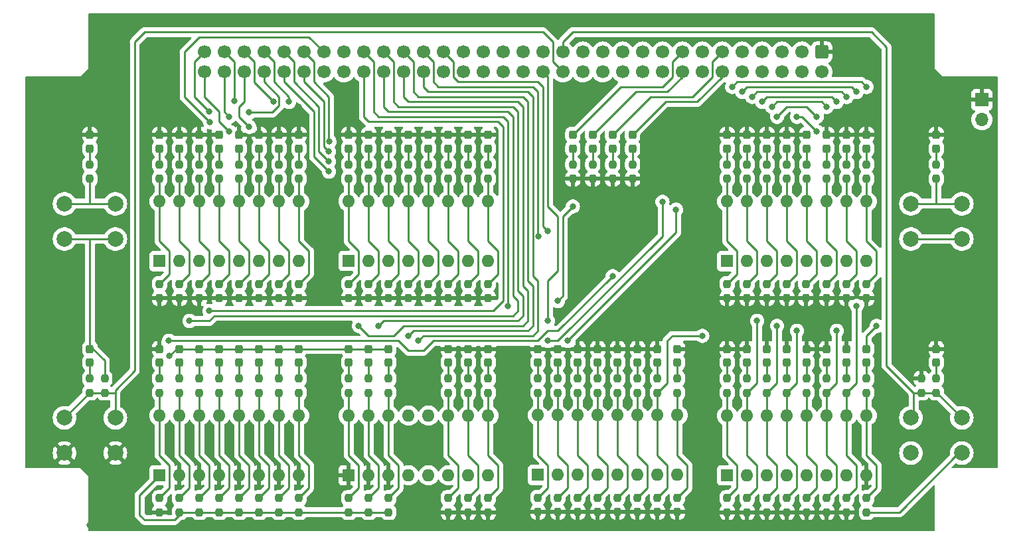
<source format=gbr>
%TF.GenerationSoftware,KiCad,Pcbnew,7.0.1*%
%TF.CreationDate,2023-08-25T15:29:08+01:00*%
%TF.ProjectId,Control_panel,436f6e74-726f-46c5-9f70-616e656c2e6b,rev?*%
%TF.SameCoordinates,Original*%
%TF.FileFunction,Copper,L1,Top*%
%TF.FilePolarity,Positive*%
%FSLAX46Y46*%
G04 Gerber Fmt 4.6, Leading zero omitted, Abs format (unit mm)*
G04 Created by KiCad (PCBNEW 7.0.1) date 2023-08-25 15:29:08*
%MOMM*%
%LPD*%
G01*
G04 APERTURE LIST*
G04 Aperture macros list*
%AMRoundRect*
0 Rectangle with rounded corners*
0 $1 Rounding radius*
0 $2 $3 $4 $5 $6 $7 $8 $9 X,Y pos of 4 corners*
0 Add a 4 corners polygon primitive as box body*
4,1,4,$2,$3,$4,$5,$6,$7,$8,$9,$2,$3,0*
0 Add four circle primitives for the rounded corners*
1,1,$1+$1,$2,$3*
1,1,$1+$1,$4,$5*
1,1,$1+$1,$6,$7*
1,1,$1+$1,$8,$9*
0 Add four rect primitives between the rounded corners*
20,1,$1+$1,$2,$3,$4,$5,0*
20,1,$1+$1,$4,$5,$6,$7,0*
20,1,$1+$1,$6,$7,$8,$9,0*
20,1,$1+$1,$8,$9,$2,$3,0*%
G04 Aperture macros list end*
%TA.AperFunction,SMDPad,CuDef*%
%ADD10RoundRect,0.237500X0.237500X-0.287500X0.237500X0.287500X-0.237500X0.287500X-0.237500X-0.287500X0*%
%TD*%
%TA.AperFunction,SMDPad,CuDef*%
%ADD11RoundRect,0.237500X-0.237500X0.287500X-0.237500X-0.287500X0.237500X-0.287500X0.237500X0.287500X0*%
%TD*%
%TA.AperFunction,SMDPad,CuDef*%
%ADD12RoundRect,0.237500X0.237500X-0.250000X0.237500X0.250000X-0.237500X0.250000X-0.237500X-0.250000X0*%
%TD*%
%TA.AperFunction,SMDPad,CuDef*%
%ADD13RoundRect,0.237500X-0.237500X0.250000X-0.237500X-0.250000X0.237500X-0.250000X0.237500X0.250000X0*%
%TD*%
%TA.AperFunction,ComponentPad*%
%ADD14R,1.600000X1.600000*%
%TD*%
%TA.AperFunction,ComponentPad*%
%ADD15O,1.600000X1.600000*%
%TD*%
%TA.AperFunction,ComponentPad*%
%ADD16C,2.000000*%
%TD*%
%TA.AperFunction,ComponentPad*%
%ADD17RoundRect,0.250000X-0.600000X0.600000X-0.600000X-0.600000X0.600000X-0.600000X0.600000X0.600000X0*%
%TD*%
%TA.AperFunction,ComponentPad*%
%ADD18C,1.700000*%
%TD*%
%TA.AperFunction,ComponentPad*%
%ADD19R,1.700000X1.700000*%
%TD*%
%TA.AperFunction,ComponentPad*%
%ADD20O,1.700000X1.700000*%
%TD*%
%TA.AperFunction,ViaPad*%
%ADD21C,0.800000*%
%TD*%
%TA.AperFunction,Conductor*%
%ADD22C,0.250000*%
%TD*%
G04 APERTURE END LIST*
D10*
%TO.P,D38,1,K*%
%TO.N,Net-(D38-K)*%
X126365000Y-81520000D03*
%TO.P,D38,2,A*%
%TO.N,+5V*%
X126365000Y-79770000D03*
%TD*%
D11*
%TO.P,D6,1,K*%
%TO.N,GND*%
X210185000Y-79770000D03*
%TO.P,D6,2,A*%
%TO.N,Net-(D6-A)*%
X210185000Y-81520000D03*
%TD*%
D12*
%TO.P,R119,1*%
%TO.N,GND*%
X183515000Y-100607500D03*
%TO.P,R119,2*%
%TO.N,/ALU_M*%
X183515000Y-98782500D03*
%TD*%
%TO.P,R1,1*%
%TO.N,/~{RESET}*%
X102235000Y-85367500D03*
%TO.P,R1,2*%
%TO.N,Net-(D1-K)*%
X102235000Y-83542500D03*
%TD*%
D10*
%TO.P,D5,1,K*%
%TO.N,Net-(D5-K)*%
X166370000Y-54215000D03*
%TO.P,D5,2,A*%
%TO.N,/CARRY_FLAG_B*%
X166370000Y-52465000D03*
%TD*%
D12*
%TO.P,R94,1*%
%TO.N,GND*%
X167005000Y-100565000D03*
%TO.P,R94,2*%
%TO.N,/SP_L_LOAD*%
X167005000Y-98740000D03*
%TD*%
%TO.P,R103,1*%
%TO.N,GND*%
X188595000Y-100607500D03*
%TO.P,R103,2*%
%TO.N,/ALU_S2*%
X188595000Y-98782500D03*
%TD*%
D13*
%TO.P,R68,1*%
%TO.N,Net-(D38-K)*%
X126365000Y-83542500D03*
%TO.P,R68,2*%
%TO.N,/~{ADR_H_OUT}*%
X126365000Y-85367500D03*
%TD*%
%TO.P,R105,1*%
%TO.N,Net-(D57-K)*%
X137795000Y-83542500D03*
%TO.P,R105,2*%
%TO.N,/~{RAM_OUT}*%
X137795000Y-85367500D03*
%TD*%
D12*
%TO.P,R65,1*%
%TO.N,GND*%
X153035000Y-100607500D03*
%TO.P,R65,2*%
%TO.N,/RAM_LOAD*%
X153035000Y-98782500D03*
%TD*%
D11*
%TO.P,D17,1,K*%
%TO.N,GND*%
X147955000Y-52465000D03*
%TO.P,D17,2,A*%
%TO.N,Net-(D17-A)*%
X147955000Y-54215000D03*
%TD*%
D13*
%TO.P,R26,1*%
%TO.N,Net-(D18-A)*%
X196215000Y-56237500D03*
%TO.P,R26,2*%
%TO.N,/D2*%
X196215000Y-58062500D03*
%TD*%
D12*
%TO.P,R102,1*%
%TO.N,GND*%
X164465000Y-100565000D03*
%TO.P,R102,2*%
%TO.N,/SP_H_LOAD*%
X164465000Y-98740000D03*
%TD*%
D13*
%TO.P,R114,1*%
%TO.N,Net-(D62-A)*%
X159385000Y-83542500D03*
%TO.P,R114,2*%
%TO.N,/PC_H_LOAD*%
X159385000Y-85367500D03*
%TD*%
D14*
%TO.P,SW9,1*%
%TO.N,GND*%
X135255000Y-95885000D03*
D15*
%TO.P,SW9,2*%
X137795000Y-95885000D03*
%TO.P,SW9,3*%
X140335000Y-95885000D03*
%TO.P,SW9,4*%
%TO.N,unconnected-(SW9-Pad4)*%
X142875000Y-95885000D03*
%TO.P,SW9,5*%
%TO.N,unconnected-(SW9-Pad5)*%
X145415000Y-95885000D03*
%TO.P,SW9,6*%
%TO.N,/CLK*%
X147955000Y-95885000D03*
%TO.P,SW9,7*%
X150495000Y-95885000D03*
%TO.P,SW9,8*%
X153035000Y-95885000D03*
%TO.P,SW9,9*%
%TO.N,/RAM_LOAD*%
X153035000Y-88265000D03*
%TO.P,SW9,10*%
%TO.N,/T_LOAD*%
X150495000Y-88265000D03*
%TO.P,SW9,11*%
%TO.N,/A_LOAD*%
X147955000Y-88265000D03*
%TO.P,SW9,12*%
%TO.N,unconnected-(SW9-Pad12)*%
X145415000Y-88265000D03*
%TO.P,SW9,13*%
%TO.N,unconnected-(SW9-Pad13)*%
X142875000Y-88265000D03*
%TO.P,SW9,14*%
%TO.N,/~{ALU_OUT}*%
X140335000Y-88265000D03*
%TO.P,SW9,15*%
%TO.N,/~{RAM_OUT}*%
X137795000Y-88265000D03*
%TO.P,SW9,16*%
%TO.N,/~{T_OUT}*%
X135255000Y-88265000D03*
%TD*%
D13*
%TO.P,R56,1*%
%TO.N,Net-(D33-A)*%
X183515000Y-56237500D03*
%TO.P,R56,2*%
%TO.N,/D7*%
X183515000Y-58062500D03*
%TD*%
%TO.P,R115,1*%
%TO.N,Net-(D63-A)*%
X183515000Y-83542500D03*
%TO.P,R115,2*%
%TO.N,/ALU_M*%
X183515000Y-85367500D03*
%TD*%
%TO.P,R61,1*%
%TO.N,Net-(D35-A)*%
X153035000Y-83542500D03*
%TO.P,R61,2*%
%TO.N,/RAM_LOAD*%
X153035000Y-85367500D03*
%TD*%
D12*
%TO.P,R109,1*%
%TO.N,+5V*%
X137795000Y-100607500D03*
%TO.P,R109,2*%
%TO.N,/~{RAM_OUT}*%
X137795000Y-98782500D03*
%TD*%
D11*
%TO.P,D11,1,K*%
%TO.N,GND*%
X153035000Y-52465000D03*
%TO.P,D11,2,A*%
%TO.N,Net-(D11-A)*%
X153035000Y-54215000D03*
%TD*%
D10*
%TO.P,D42,1,K*%
%TO.N,Net-(D42-K)*%
X123825000Y-81520000D03*
%TO.P,D42,2,A*%
%TO.N,+5V*%
X123825000Y-79770000D03*
%TD*%
D11*
%TO.P,D40,1,K*%
%TO.N,GND*%
X174625000Y-79770000D03*
%TO.P,D40,2,A*%
%TO.N,Net-(D40-A)*%
X174625000Y-81520000D03*
%TD*%
D12*
%TO.P,R58,1*%
%TO.N,GND*%
X135255000Y-73302500D03*
%TO.P,R58,2*%
%TO.N,/A7*%
X135255000Y-71477500D03*
%TD*%
D14*
%TO.P,SW11,1*%
%TO.N,+5V*%
X183515000Y-95885000D03*
D15*
%TO.P,SW11,2*%
X186055000Y-95885000D03*
%TO.P,SW11,3*%
X188595000Y-95885000D03*
%TO.P,SW11,4*%
X191135000Y-95885000D03*
%TO.P,SW11,5*%
X193675000Y-95885000D03*
%TO.P,SW11,6*%
X196215000Y-95885000D03*
%TO.P,SW11,7*%
X198755000Y-95885000D03*
%TO.P,SW11,8*%
%TO.N,GND*%
X201295000Y-95885000D03*
%TO.P,SW11,9*%
%TO.N,/~{ALU_CIN}*%
X201295000Y-88265000D03*
%TO.P,SW11,10*%
%TO.N,/FLAGS_A_UPDATE*%
X198755000Y-88265000D03*
%TO.P,SW11,11*%
%TO.N,/FLAGS_B_UPDATE*%
X196215000Y-88265000D03*
%TO.P,SW11,12*%
%TO.N,/ALU_S0*%
X193675000Y-88265000D03*
%TO.P,SW11,13*%
%TO.N,/ALU_S1*%
X191135000Y-88265000D03*
%TO.P,SW11,14*%
%TO.N,/ALU_S2*%
X188595000Y-88265000D03*
%TO.P,SW11,15*%
%TO.N,/ALU_S3*%
X186055000Y-88265000D03*
%TO.P,SW11,16*%
%TO.N,/ALU_M*%
X183515000Y-88265000D03*
%TD*%
D14*
%TO.P,SW8,1*%
%TO.N,+5V*%
X111125000Y-95885000D03*
D15*
%TO.P,SW8,2*%
%TO.N,GND*%
X113665000Y-95885000D03*
%TO.P,SW8,3*%
X116205000Y-95885000D03*
%TO.P,SW8,4*%
X118745000Y-95885000D03*
%TO.P,SW8,5*%
X121285000Y-95885000D03*
%TO.P,SW8,6*%
X123825000Y-95885000D03*
%TO.P,SW8,7*%
X126365000Y-95885000D03*
%TO.P,SW8,8*%
X128905000Y-95885000D03*
%TO.P,SW8,9*%
%TO.N,/~{A_OUT}*%
X128905000Y-88265000D03*
%TO.P,SW8,10*%
%TO.N,/~{ADR_H_OUT}*%
X126365000Y-88265000D03*
%TO.P,SW8,11*%
%TO.N,/~{ADR_L_OUT}*%
X123825000Y-88265000D03*
%TO.P,SW8,12*%
%TO.N,/~{DE_OUT}*%
X121285000Y-88265000D03*
%TO.P,SW8,13*%
%TO.N,/~{BC_OUT}*%
X118745000Y-88265000D03*
%TO.P,SW8,14*%
%TO.N,/~{SP_OUT}*%
X116205000Y-88265000D03*
%TO.P,SW8,15*%
%TO.N,/~{PC_OUT}*%
X113665000Y-88265000D03*
%TO.P,SW8,16*%
%TO.N,/CONTROL_DISABLE*%
X111125000Y-88265000D03*
%TD*%
D13*
%TO.P,R71,1*%
%TO.N,Net-(D41-A)*%
X198755000Y-83542500D03*
%TO.P,R71,2*%
%TO.N,/FLAGS_A_UPDATE*%
X198755000Y-85367500D03*
%TD*%
%TO.P,R113,1*%
%TO.N,Net-(D61-K)*%
X135255000Y-83542500D03*
%TO.P,R113,2*%
%TO.N,/~{T_OUT}*%
X135255000Y-85367500D03*
%TD*%
D12*
%TO.P,R101,1*%
%TO.N,+5V*%
X140335000Y-100607500D03*
%TO.P,R101,2*%
%TO.N,/~{ALU_OUT}*%
X140335000Y-98782500D03*
%TD*%
D13*
%TO.P,R7,1*%
%TO.N,Net-(D6-A)*%
X210185000Y-83542500D03*
%TO.P,R7,2*%
%TO.N,/CLK*%
X210185000Y-85367500D03*
%TD*%
D11*
%TO.P,D15,1,K*%
%TO.N,GND*%
X198755000Y-52465000D03*
%TO.P,D15,2,A*%
%TO.N,Net-(D15-A)*%
X198755000Y-54215000D03*
%TD*%
%TO.P,D23,1,K*%
%TO.N,GND*%
X142875000Y-52465000D03*
%TO.P,D23,2,A*%
%TO.N,Net-(D23-A)*%
X142875000Y-54215000D03*
%TD*%
D16*
%TO.P,SW2,1,1*%
%TO.N,+5V*%
X213435000Y-93055000D03*
X206935000Y-93055000D03*
%TO.P,SW2,2,2*%
%TO.N,/CLK*%
X213435000Y-88555000D03*
X206935000Y-88555000D03*
%TD*%
D10*
%TO.P,D37,1,K*%
%TO.N,Net-(D37-K)*%
X201295000Y-81520000D03*
%TO.P,D37,2,A*%
%TO.N,+5V*%
X201295000Y-79770000D03*
%TD*%
D11*
%TO.P,D47,1,K*%
%TO.N,GND*%
X169545000Y-79770000D03*
%TO.P,D47,2,A*%
%TO.N,Net-(D47-A)*%
X169545000Y-81520000D03*
%TD*%
D13*
%TO.P,R91,1*%
%TO.N,Net-(D50-A)*%
X167005000Y-83542500D03*
%TO.P,R91,2*%
%TO.N,/SP_L_LOAD*%
X167005000Y-85367500D03*
%TD*%
D12*
%TO.P,R35,1*%
%TO.N,GND*%
X193548000Y-73302500D03*
%TO.P,R35,2*%
%TO.N,/D3*%
X193548000Y-71477500D03*
%TD*%
%TO.P,R100,1*%
%TO.N,+5V*%
X116205000Y-100607500D03*
%TO.P,R100,2*%
%TO.N,/~{SP_OUT}*%
X116205000Y-98782500D03*
%TD*%
D13*
%TO.P,R112,1*%
%TO.N,Net-(D60-A)*%
X111125000Y-83542500D03*
%TO.P,R112,2*%
%TO.N,/CONTROL_DISABLE*%
X111125000Y-85367500D03*
%TD*%
%TO.P,R76,1*%
%TO.N,Net-(D42-K)*%
X123825000Y-83542500D03*
%TO.P,R76,2*%
%TO.N,/~{ADR_L_OUT}*%
X123825000Y-85367500D03*
%TD*%
%TO.P,R49,1*%
%TO.N,Net-(D29-A)*%
X137795000Y-56237500D03*
%TO.P,R49,2*%
%TO.N,/A6*%
X137795000Y-58062500D03*
%TD*%
D10*
%TO.P,D7,1,K*%
%TO.N,Net-(D7-K)*%
X163830000Y-54215000D03*
%TO.P,D7,2,A*%
%TO.N,/EQUAL_FLAG_B*%
X163830000Y-52465000D03*
%TD*%
D12*
%TO.P,R39,1*%
%TO.N,GND*%
X118745000Y-73302500D03*
%TO.P,R39,2*%
%TO.N,/A12*%
X118745000Y-71477500D03*
%TD*%
D11*
%TO.P,D54,1,K*%
%TO.N,GND*%
X164465000Y-79770000D03*
%TO.P,D54,2,A*%
%TO.N,Net-(D54-A)*%
X164465000Y-81520000D03*
%TD*%
D10*
%TO.P,D61,1,K*%
%TO.N,Net-(D61-K)*%
X135255000Y-81520000D03*
%TO.P,D61,2,A*%
%TO.N,+5V*%
X135255000Y-79770000D03*
%TD*%
D13*
%TO.P,R43,1*%
%TO.N,Net-(D26-A)*%
X140335000Y-56237500D03*
%TO.P,R43,2*%
%TO.N,/A5*%
X140335000Y-58062500D03*
%TD*%
D12*
%TO.P,R59,1*%
%TO.N,GND*%
X183515000Y-73302500D03*
%TO.P,R59,2*%
%TO.N,/D7*%
X183515000Y-71477500D03*
%TD*%
%TO.P,R2,1*%
%TO.N,GND*%
X171450000Y-58062500D03*
%TO.P,R2,2*%
%TO.N,Net-(D2-K)*%
X171450000Y-56237500D03*
%TD*%
%TO.P,R46,1*%
%TO.N,GND*%
X140335000Y-73302500D03*
%TO.P,R46,2*%
%TO.N,/A5*%
X140335000Y-71477500D03*
%TD*%
D13*
%TO.P,R42,1*%
%TO.N,Net-(D25-A)*%
X116205000Y-56237500D03*
%TO.P,R42,2*%
%TO.N,/A13*%
X116205000Y-58062500D03*
%TD*%
%TO.P,R8,1*%
%TO.N,GND*%
X208280000Y-83542500D03*
%TO.P,R8,2*%
%TO.N,/CLK*%
X208280000Y-85367500D03*
%TD*%
D16*
%TO.P,SW3,1,1*%
%TO.N,+5V*%
X105485000Y-65750000D03*
X98985000Y-65750000D03*
%TO.P,SW3,2,2*%
%TO.N,Net-(R10-Pad2)*%
X105485000Y-61250000D03*
X98985000Y-61250000D03*
%TD*%
D11*
%TO.P,D33,1,K*%
%TO.N,GND*%
X183515000Y-52465000D03*
%TO.P,D33,2,A*%
%TO.N,Net-(D33-A)*%
X183515000Y-54215000D03*
%TD*%
D13*
%TO.P,R107,1*%
%TO.N,Net-(D59-A)*%
X186055000Y-83542500D03*
%TO.P,R107,2*%
%TO.N,/ALU_S3*%
X186055000Y-85367500D03*
%TD*%
D11*
%TO.P,D32,1,K*%
%TO.N,GND*%
X135255000Y-52465000D03*
%TO.P,D32,2,A*%
%TO.N,Net-(D32-A)*%
X135255000Y-54215000D03*
%TD*%
%TO.P,D18,1,K*%
%TO.N,GND*%
X196215000Y-52465000D03*
%TO.P,D18,2,A*%
%TO.N,Net-(D18-A)*%
X196215000Y-54215000D03*
%TD*%
D13*
%TO.P,R78,1*%
%TO.N,Net-(D44-A)*%
X172085000Y-83542500D03*
%TO.P,R78,2*%
%TO.N,/C_LOAD*%
X172085000Y-85367500D03*
%TD*%
D12*
%TO.P,R89,1*%
%TO.N,GND*%
X193675000Y-100607500D03*
%TO.P,R89,2*%
%TO.N,/ALU_S0*%
X193675000Y-98782500D03*
%TD*%
D11*
%TO.P,D30,1,K*%
%TO.N,GND*%
X186055000Y-52465000D03*
%TO.P,D30,2,A*%
%TO.N,Net-(D30-A)*%
X186055000Y-54215000D03*
%TD*%
%TO.P,D48,1,K*%
%TO.N,GND*%
X193675000Y-79770000D03*
%TO.P,D48,2,A*%
%TO.N,Net-(D48-A)*%
X193675000Y-81520000D03*
%TD*%
D13*
%TO.P,R50,1*%
%TO.N,Net-(D30-A)*%
X186055000Y-56237500D03*
%TO.P,R50,2*%
%TO.N,/D6*%
X186055000Y-58062500D03*
%TD*%
%TO.P,R48,1*%
%TO.N,Net-(D28-A)*%
X113665000Y-56237500D03*
%TO.P,R48,2*%
%TO.N,/A14*%
X113665000Y-58062500D03*
%TD*%
D11*
%TO.P,D26,1,K*%
%TO.N,GND*%
X140335000Y-52465000D03*
%TO.P,D26,2,A*%
%TO.N,Net-(D26-A)*%
X140335000Y-54215000D03*
%TD*%
D12*
%TO.P,R57,1*%
%TO.N,GND*%
X111125000Y-73302500D03*
%TO.P,R57,2*%
%TO.N,/A15*%
X111125000Y-71477500D03*
%TD*%
D11*
%TO.P,D13,1,K*%
%TO.N,GND*%
X126365000Y-52465000D03*
%TO.P,D13,2,A*%
%TO.N,Net-(D13-A)*%
X126365000Y-54215000D03*
%TD*%
D13*
%TO.P,R36,1*%
%TO.N,Net-(D22-A)*%
X118745000Y-56237500D03*
%TO.P,R36,2*%
%TO.N,/A12*%
X118745000Y-58062500D03*
%TD*%
%TO.P,R97,1*%
%TO.N,Net-(D53-K)*%
X140335000Y-83542500D03*
%TO.P,R97,2*%
%TO.N,/~{ALU_OUT}*%
X140335000Y-85367500D03*
%TD*%
D12*
%TO.P,R81,1*%
%TO.N,GND*%
X147955000Y-100607500D03*
%TO.P,R81,2*%
%TO.N,/A_LOAD*%
X147955000Y-98782500D03*
%TD*%
D11*
%TO.P,D21,1,K*%
%TO.N,GND*%
X193675000Y-52465000D03*
%TO.P,D21,2,A*%
%TO.N,Net-(D21-A)*%
X193675000Y-54215000D03*
%TD*%
%TO.P,D44,1,K*%
%TO.N,GND*%
X172085000Y-79770000D03*
%TO.P,D44,2,A*%
%TO.N,Net-(D44-A)*%
X172085000Y-81520000D03*
%TD*%
D12*
%TO.P,R29,1*%
%TO.N,GND*%
X196215000Y-73302500D03*
%TO.P,R29,2*%
%TO.N,/D2*%
X196215000Y-71477500D03*
%TD*%
D11*
%TO.P,D62,1,K*%
%TO.N,GND*%
X159385000Y-79770000D03*
%TO.P,D62,2,A*%
%TO.N,Net-(D62-A)*%
X159385000Y-81520000D03*
%TD*%
D12*
%TO.P,R9,1*%
%TO.N,GND*%
X163830000Y-58062500D03*
%TO.P,R9,2*%
%TO.N,Net-(D7-K)*%
X163830000Y-56237500D03*
%TD*%
D13*
%TO.P,R19,1*%
%TO.N,Net-(D14-A)*%
X150495000Y-56237500D03*
%TO.P,R19,2*%
%TO.N,/A1*%
X150495000Y-58062500D03*
%TD*%
%TO.P,R98,1*%
%TO.N,Net-(D54-A)*%
X164465000Y-83542500D03*
%TO.P,R98,2*%
%TO.N,/SP_H_LOAD*%
X164465000Y-85367500D03*
%TD*%
D12*
%TO.P,R40,1*%
%TO.N,GND*%
X142875000Y-73302500D03*
%TO.P,R40,2*%
%TO.N,/A4*%
X142875000Y-71477500D03*
%TD*%
D16*
%TO.P,SW1,1,1*%
%TO.N,GND*%
X105485000Y-93055000D03*
X98985000Y-93055000D03*
%TO.P,SW1,2,2*%
%TO.N,/~{RESET}*%
X105485000Y-88555000D03*
X98985000Y-88555000D03*
%TD*%
D13*
%TO.P,R38,1*%
%TO.N,Net-(D24-A)*%
X191135000Y-56237500D03*
%TO.P,R38,2*%
%TO.N,/D4*%
X191135000Y-58062500D03*
%TD*%
%TO.P,R25,1*%
%TO.N,Net-(D17-A)*%
X147955000Y-56237500D03*
%TO.P,R25,2*%
%TO.N,/A2*%
X147955000Y-58062500D03*
%TD*%
%TO.P,R85,1*%
%TO.N,Net-(D47-A)*%
X169545000Y-83542500D03*
%TO.P,R85,2*%
%TO.N,/B_LOAD*%
X169545000Y-85367500D03*
%TD*%
D11*
%TO.P,D10,1,K*%
%TO.N,GND*%
X128905000Y-52465000D03*
%TO.P,D10,2,A*%
%TO.N,Net-(D10-A)*%
X128905000Y-54215000D03*
%TD*%
%TO.P,D27,1,K*%
%TO.N,GND*%
X188595000Y-52465000D03*
%TO.P,D27,2,A*%
%TO.N,Net-(D27-A)*%
X188595000Y-54215000D03*
%TD*%
%TO.P,D20,1,K*%
%TO.N,GND*%
X145415000Y-52465000D03*
%TO.P,D20,2,A*%
%TO.N,Net-(D20-A)*%
X145415000Y-54215000D03*
%TD*%
D13*
%TO.P,R12,1*%
%TO.N,Net-(D10-A)*%
X128905000Y-56237500D03*
%TO.P,R12,2*%
%TO.N,/A8*%
X128905000Y-58062500D03*
%TD*%
D10*
%TO.P,D3,1,K*%
%TO.N,Net-(D3-K)*%
X168910000Y-54215000D03*
%TO.P,D3,2,A*%
%TO.N,/EQUAL_FLAG_A*%
X168910000Y-52465000D03*
%TD*%
D13*
%TO.P,R10,1*%
%TO.N,Net-(D8-A)*%
X102235000Y-56237500D03*
%TO.P,R10,2*%
%TO.N,Net-(R10-Pad2)*%
X102235000Y-58062500D03*
%TD*%
D14*
%TO.P,SW6,1*%
%TO.N,Net-(R10-Pad2)*%
X135245000Y-68537500D03*
D15*
%TO.P,SW6,2*%
X137785000Y-68537500D03*
%TO.P,SW6,3*%
X140325000Y-68537500D03*
%TO.P,SW6,4*%
X142865000Y-68537500D03*
%TO.P,SW6,5*%
X145405000Y-68537500D03*
%TO.P,SW6,6*%
X147945000Y-68537500D03*
%TO.P,SW6,7*%
X150485000Y-68537500D03*
%TO.P,SW6,8*%
X153025000Y-68537500D03*
%TO.P,SW6,9*%
%TO.N,/A0*%
X153025000Y-60917500D03*
%TO.P,SW6,10*%
%TO.N,/A1*%
X150485000Y-60917500D03*
%TO.P,SW6,11*%
%TO.N,/A2*%
X147945000Y-60917500D03*
%TO.P,SW6,12*%
%TO.N,/A3*%
X145405000Y-60917500D03*
%TO.P,SW6,13*%
%TO.N,/A4*%
X142865000Y-60917500D03*
%TO.P,SW6,14*%
%TO.N,/A5*%
X140325000Y-60917500D03*
%TO.P,SW6,15*%
%TO.N,/A6*%
X137785000Y-60917500D03*
%TO.P,SW6,16*%
%TO.N,/A7*%
X135245000Y-60917500D03*
%TD*%
D12*
%TO.P,R87,1*%
%TO.N,+5V*%
X121285000Y-100607500D03*
%TO.P,R87,2*%
%TO.N,/~{DE_OUT}*%
X121285000Y-98782500D03*
%TD*%
D13*
%TO.P,R106,1*%
%TO.N,Net-(D58-A)*%
X161925000Y-83542500D03*
%TO.P,R106,2*%
%TO.N,/PC_L_LOAD*%
X161925000Y-85367500D03*
%TD*%
%TO.P,R30,1*%
%TO.N,Net-(D19-A)*%
X121285000Y-56237500D03*
%TO.P,R30,2*%
%TO.N,/A11*%
X121285000Y-58062500D03*
%TD*%
D12*
%TO.P,R17,1*%
%TO.N,GND*%
X201295000Y-73302500D03*
%TO.P,R17,2*%
%TO.N,/D0*%
X201295000Y-71477500D03*
%TD*%
D13*
%TO.P,R54,1*%
%TO.N,Net-(D31-A)*%
X111125000Y-56237500D03*
%TO.P,R54,2*%
%TO.N,/A15*%
X111125000Y-58062500D03*
%TD*%
D12*
%TO.P,R51,1*%
%TO.N,GND*%
X113665000Y-73302500D03*
%TO.P,R51,2*%
%TO.N,/A14*%
X113665000Y-71477500D03*
%TD*%
D11*
%TO.P,D19,1,K*%
%TO.N,GND*%
X121285000Y-52465000D03*
%TO.P,D19,2,A*%
%TO.N,Net-(D19-A)*%
X121285000Y-54215000D03*
%TD*%
D17*
%TO.P,J1,1,Pin_1*%
%TO.N,GND*%
X195580000Y-41910000D03*
D18*
%TO.P,J1,2,Pin_2*%
%TO.N,+5V*%
X195580000Y-44450000D03*
%TO.P,J1,3,Pin_3*%
%TO.N,/D6*%
X193040000Y-41910000D03*
%TO.P,J1,4,Pin_4*%
%TO.N,/D7*%
X193040000Y-44450000D03*
%TO.P,J1,5,Pin_5*%
%TO.N,/D4*%
X190500000Y-41910000D03*
%TO.P,J1,6,Pin_6*%
%TO.N,/D5*%
X190500000Y-44450000D03*
%TO.P,J1,7,Pin_7*%
%TO.N,/D2*%
X187960000Y-41910000D03*
%TO.P,J1,8,Pin_8*%
%TO.N,/D3*%
X187960000Y-44450000D03*
%TO.P,J1,9,Pin_9*%
%TO.N,/D0*%
X185420000Y-41910000D03*
%TO.P,J1,10,Pin_10*%
%TO.N,/D1*%
X185420000Y-44450000D03*
%TO.P,J1,11,Pin_11*%
%TO.N,/EQUAL_FLAG_A*%
X182880000Y-41910000D03*
%TO.P,J1,12,Pin_12*%
%TO.N,/CARRY_FLAG_A*%
X182880000Y-44450000D03*
%TO.P,J1,13,Pin_13*%
%TO.N,/FLAGS_B_UPDATE*%
X180340000Y-41910000D03*
%TO.P,J1,14,Pin_14*%
%TO.N,/FLAGS_A_UPDATE*%
X180340000Y-44450000D03*
%TO.P,J1,15,Pin_15*%
%TO.N,/EQUAL_FLAG_B*%
X177800000Y-41910000D03*
%TO.P,J1,16,Pin_16*%
%TO.N,/CARRY_FLAG_B*%
X177800000Y-44450000D03*
%TO.P,J1,17,Pin_17*%
%TO.N,/A_LOAD*%
X175260000Y-41910000D03*
%TO.P,J1,18,Pin_18*%
%TO.N,/T_LOAD*%
X175260000Y-44450000D03*
%TO.P,J1,19,Pin_19*%
%TO.N,/ALU_S2*%
X172720000Y-41910000D03*
%TO.P,J1,20,Pin_20*%
%TO.N,/ALU_S3*%
X172720000Y-44450000D03*
%TO.P,J1,21,Pin_21*%
%TO.N,/ALU_S0*%
X170180000Y-41910000D03*
%TO.P,J1,22,Pin_22*%
%TO.N,/ALU_S1*%
X170180000Y-44450000D03*
%TO.P,J1,23,Pin_23*%
%TO.N,/D_LOAD*%
X167640000Y-41910000D03*
%TO.P,J1,24,Pin_24*%
%TO.N,/~{ALU_CIN}*%
X167640000Y-44450000D03*
%TO.P,J1,25,Pin_25*%
%TO.N,/~{ADR_L_OUT}*%
X165100000Y-41910000D03*
%TO.P,J1,26,Pin_26*%
%TO.N,/ALU_M*%
X165100000Y-44450000D03*
%TO.P,J1,27,Pin_27*%
%TO.N,/CLK*%
X162560000Y-41910000D03*
%TO.P,J1,28,Pin_28*%
%TO.N,/~{RESET}*%
X162560000Y-44450000D03*
%TO.P,J1,29,Pin_29*%
%TO.N,/~{RAM_OUT}*%
X160020000Y-41910000D03*
%TO.P,J1,30,Pin_30*%
%TO.N,/RAM_LOAD*%
X160020000Y-44450000D03*
%TO.P,J1,31,Pin_31*%
%TO.N,unconnected-(J1-Pin_31-Pad31)*%
X157480000Y-41910000D03*
%TO.P,J1,32,Pin_32*%
%TO.N,unconnected-(J1-Pin_32-Pad32)*%
X157480000Y-44450000D03*
%TO.P,J1,33,Pin_33*%
%TO.N,/CONTROL_DISABLE*%
X154940000Y-41910000D03*
%TO.P,J1,34,Pin_34*%
%TO.N,/E_LOAD*%
X154940000Y-44450000D03*
%TO.P,J1,35,Pin_35*%
%TO.N,/C_LOAD*%
X152400000Y-41910000D03*
%TO.P,J1,36,Pin_36*%
%TO.N,/SP_L_LOAD*%
X152400000Y-44450000D03*
%TO.P,J1,37,Pin_37*%
%TO.N,/PC_L_LOAD*%
X149860000Y-41910000D03*
%TO.P,J1,38,Pin_38*%
%TO.N,/~{DE_OUT}*%
X149860000Y-44450000D03*
%TO.P,J1,39,Pin_39*%
%TO.N,/B_LOAD*%
X147320000Y-41910000D03*
%TO.P,J1,40,Pin_40*%
%TO.N,/~{BC_OUT}*%
X147320000Y-44450000D03*
%TO.P,J1,41,Pin_41*%
%TO.N,/SP_H_LOAD*%
X144780000Y-41910000D03*
%TO.P,J1,42,Pin_42*%
%TO.N,/~{ADR_H_OUT}*%
X144780000Y-44450000D03*
%TO.P,J1,43,Pin_43*%
%TO.N,/~{A_OUT}*%
X142240000Y-41910000D03*
%TO.P,J1,44,Pin_44*%
%TO.N,/~{T_OUT}*%
X142240000Y-44450000D03*
%TO.P,J1,45,Pin_45*%
%TO.N,/~{ALU_OUT}*%
X139700000Y-41910000D03*
%TO.P,J1,46,Pin_46*%
%TO.N,/~{PC_OUT}*%
X139700000Y-44450000D03*
%TO.P,J1,47,Pin_47*%
%TO.N,/PC_H_LOAD*%
X137160000Y-41910000D03*
%TO.P,J1,48,Pin_48*%
%TO.N,/~{SP_OUT}*%
X137160000Y-44450000D03*
%TO.P,J1,49,Pin_49*%
%TO.N,/A14*%
X134620000Y-41910000D03*
%TO.P,J1,50,Pin_50*%
%TO.N,/A13*%
X134620000Y-44450000D03*
%TO.P,J1,51,Pin_51*%
%TO.N,/A12*%
X132080000Y-41910000D03*
%TO.P,J1,52,Pin_52*%
%TO.N,/A15*%
X132080000Y-44450000D03*
%TO.P,J1,53,Pin_53*%
%TO.N,/A4*%
X129540000Y-41910000D03*
%TO.P,J1,54,Pin_54*%
%TO.N,/A5*%
X129540000Y-44450000D03*
%TO.P,J1,55,Pin_55*%
%TO.N,/A6*%
X127000000Y-41910000D03*
%TO.P,J1,56,Pin_56*%
%TO.N,/A7*%
X127000000Y-44450000D03*
%TO.P,J1,57,Pin_57*%
%TO.N,/A0*%
X124460000Y-41910000D03*
%TO.P,J1,58,Pin_58*%
%TO.N,/A8*%
X124460000Y-44450000D03*
%TO.P,J1,59,Pin_59*%
%TO.N,/A1*%
X121920000Y-41910000D03*
%TO.P,J1,60,Pin_60*%
%TO.N,/A9*%
X121920000Y-44450000D03*
%TO.P,J1,61,Pin_61*%
%TO.N,/A2*%
X119380000Y-41910000D03*
%TO.P,J1,62,Pin_62*%
%TO.N,/A10*%
X119380000Y-44450000D03*
%TO.P,J1,63,Pin_63*%
%TO.N,/A3*%
X116840000Y-41910000D03*
%TO.P,J1,64,Pin_64*%
%TO.N,/A11*%
X116840000Y-44450000D03*
%TD*%
D11*
%TO.P,D39,1,K*%
%TO.N,GND*%
X150495000Y-79770000D03*
%TO.P,D39,2,A*%
%TO.N,Net-(D39-A)*%
X150495000Y-81520000D03*
%TD*%
%TO.P,D8,1,K*%
%TO.N,GND*%
X102235000Y-52465000D03*
%TO.P,D8,2,A*%
%TO.N,Net-(D8-A)*%
X102235000Y-54215000D03*
%TD*%
D12*
%TO.P,R118,1*%
%TO.N,GND*%
X159385000Y-100565000D03*
%TO.P,R118,2*%
%TO.N,/PC_H_LOAD*%
X159385000Y-98740000D03*
%TD*%
%TO.P,R75,1*%
%TO.N,GND*%
X198755000Y-100607500D03*
%TO.P,R75,2*%
%TO.N,/FLAGS_A_UPDATE*%
X198755000Y-98782500D03*
%TD*%
D11*
%TO.P,D63,1,K*%
%TO.N,GND*%
X183515000Y-79770000D03*
%TO.P,D63,2,A*%
%TO.N,Net-(D63-A)*%
X183515000Y-81520000D03*
%TD*%
D14*
%TO.P,SW10,1*%
%TO.N,/CLK*%
X159385000Y-95842500D03*
D15*
%TO.P,SW10,2*%
X161925000Y-95842500D03*
%TO.P,SW10,3*%
X164465000Y-95842500D03*
%TO.P,SW10,4*%
X167005000Y-95842500D03*
%TO.P,SW10,5*%
X169545000Y-95842500D03*
%TO.P,SW10,6*%
X172085000Y-95842500D03*
%TO.P,SW10,7*%
X174625000Y-95842500D03*
%TO.P,SW10,8*%
X177165000Y-95842500D03*
%TO.P,SW10,9*%
%TO.N,/E_LOAD*%
X177165000Y-88222500D03*
%TO.P,SW10,10*%
%TO.N,/D_LOAD*%
X174625000Y-88222500D03*
%TO.P,SW10,11*%
%TO.N,/C_LOAD*%
X172085000Y-88222500D03*
%TO.P,SW10,12*%
%TO.N,/B_LOAD*%
X169545000Y-88222500D03*
%TO.P,SW10,13*%
%TO.N,/SP_L_LOAD*%
X167005000Y-88222500D03*
%TO.P,SW10,14*%
%TO.N,/SP_H_LOAD*%
X164465000Y-88222500D03*
%TO.P,SW10,15*%
%TO.N,/PC_L_LOAD*%
X161925000Y-88222500D03*
%TO.P,SW10,16*%
%TO.N,/PC_H_LOAD*%
X159385000Y-88222500D03*
%TD*%
D13*
%TO.P,R31,1*%
%TO.N,Net-(D20-A)*%
X145415000Y-56237500D03*
%TO.P,R31,2*%
%TO.N,/A3*%
X145415000Y-58062500D03*
%TD*%
D14*
%TO.P,SW5,1*%
%TO.N,Net-(R10-Pad2)*%
X111125000Y-68580000D03*
D15*
%TO.P,SW5,2*%
X113665000Y-68580000D03*
%TO.P,SW5,3*%
X116205000Y-68580000D03*
%TO.P,SW5,4*%
X118745000Y-68580000D03*
%TO.P,SW5,5*%
X121285000Y-68580000D03*
%TO.P,SW5,6*%
X123825000Y-68580000D03*
%TO.P,SW5,7*%
X126365000Y-68580000D03*
%TO.P,SW5,8*%
X128905000Y-68580000D03*
%TO.P,SW5,9*%
%TO.N,/A8*%
X128905000Y-60960000D03*
%TO.P,SW5,10*%
%TO.N,/A9*%
X126365000Y-60960000D03*
%TO.P,SW5,11*%
%TO.N,/A10*%
X123825000Y-60960000D03*
%TO.P,SW5,12*%
%TO.N,/A11*%
X121285000Y-60960000D03*
%TO.P,SW5,13*%
%TO.N,/A12*%
X118745000Y-60960000D03*
%TO.P,SW5,14*%
%TO.N,/A13*%
X116205000Y-60960000D03*
%TO.P,SW5,15*%
%TO.N,/A14*%
X113665000Y-60960000D03*
%TO.P,SW5,16*%
%TO.N,/A15*%
X111125000Y-60960000D03*
%TD*%
D13*
%TO.P,R92,1*%
%TO.N,Net-(D51-A)*%
X191135000Y-83542500D03*
%TO.P,R92,2*%
%TO.N,/ALU_S1*%
X191135000Y-85367500D03*
%TD*%
%TO.P,R11,1*%
%TO.N,Net-(D9-A)*%
X210185000Y-56237500D03*
%TO.P,R11,2*%
%TO.N,Net-(R11-Pad2)*%
X210185000Y-58062500D03*
%TD*%
%TO.P,R32,1*%
%TO.N,Net-(D21-A)*%
X193675000Y-56237500D03*
%TO.P,R32,2*%
%TO.N,/D3*%
X193675000Y-58062500D03*
%TD*%
D11*
%TO.P,D35,1,K*%
%TO.N,GND*%
X153035000Y-79770000D03*
%TO.P,D35,2,A*%
%TO.N,Net-(D35-A)*%
X153035000Y-81520000D03*
%TD*%
D12*
%TO.P,R22,1*%
%TO.N,GND*%
X150495000Y-73302500D03*
%TO.P,R22,2*%
%TO.N,/A1*%
X150495000Y-71477500D03*
%TD*%
D11*
%TO.P,D28,1,K*%
%TO.N,GND*%
X113665000Y-52465000D03*
%TO.P,D28,2,A*%
%TO.N,Net-(D28-A)*%
X113665000Y-54215000D03*
%TD*%
%TO.P,D58,1,K*%
%TO.N,GND*%
X161925000Y-79770000D03*
%TO.P,D58,2,A*%
%TO.N,Net-(D58-A)*%
X161925000Y-81520000D03*
%TD*%
D12*
%TO.P,R4,1*%
%TO.N,GND*%
X168910000Y-58062500D03*
%TO.P,R4,2*%
%TO.N,Net-(D3-K)*%
X168910000Y-56237500D03*
%TD*%
D10*
%TO.P,D2,1,K*%
%TO.N,Net-(D2-K)*%
X171450000Y-54215000D03*
%TO.P,D2,2,A*%
%TO.N,/CARRY_FLAG_A*%
X171450000Y-52465000D03*
%TD*%
D12*
%TO.P,R73,1*%
%TO.N,GND*%
X150495000Y-100607500D03*
%TO.P,R73,2*%
%TO.N,/T_LOAD*%
X150495000Y-98782500D03*
%TD*%
D11*
%TO.P,D55,1,K*%
%TO.N,GND*%
X188595000Y-79770000D03*
%TO.P,D55,2,A*%
%TO.N,Net-(D55-A)*%
X188595000Y-81520000D03*
%TD*%
D13*
%TO.P,R60,1*%
%TO.N,Net-(D34-K)*%
X128905000Y-83542500D03*
%TO.P,R60,2*%
%TO.N,/~{A_OUT}*%
X128905000Y-85367500D03*
%TD*%
D11*
%TO.P,D50,1,K*%
%TO.N,GND*%
X167005000Y-79770000D03*
%TO.P,D50,2,A*%
%TO.N,Net-(D50-A)*%
X167005000Y-81520000D03*
%TD*%
D12*
%TO.P,R16,1*%
%TO.N,GND*%
X153035000Y-73302500D03*
%TO.P,R16,2*%
%TO.N,/A0*%
X153035000Y-71477500D03*
%TD*%
D13*
%TO.P,R99,1*%
%TO.N,Net-(D55-A)*%
X188595000Y-83542500D03*
%TO.P,R99,2*%
%TO.N,/ALU_S2*%
X188595000Y-85367500D03*
%TD*%
D11*
%TO.P,D43,1,K*%
%TO.N,GND*%
X147955000Y-79770000D03*
%TO.P,D43,2,A*%
%TO.N,Net-(D43-A)*%
X147955000Y-81520000D03*
%TD*%
D13*
%TO.P,R96,1*%
%TO.N,Net-(D52-K)*%
X116205000Y-83542500D03*
%TO.P,R96,2*%
%TO.N,/~{SP_OUT}*%
X116205000Y-85367500D03*
%TD*%
D11*
%TO.P,D22,1,K*%
%TO.N,GND*%
X118745000Y-52465000D03*
%TO.P,D22,2,A*%
%TO.N,Net-(D22-A)*%
X118745000Y-54215000D03*
%TD*%
D12*
%TO.P,R34,1*%
%TO.N,GND*%
X145415000Y-73302500D03*
%TO.P,R34,2*%
%TO.N,/A3*%
X145415000Y-71477500D03*
%TD*%
D13*
%TO.P,R63,1*%
%TO.N,Net-(D37-K)*%
X201295000Y-83542500D03*
%TO.P,R63,2*%
%TO.N,/~{ALU_CIN}*%
X201295000Y-85367500D03*
%TD*%
D10*
%TO.P,D52,1,K*%
%TO.N,Net-(D52-K)*%
X116205000Y-81520000D03*
%TO.P,D52,2,A*%
%TO.N,+5V*%
X116205000Y-79770000D03*
%TD*%
D13*
%TO.P,R14,1*%
%TO.N,Net-(D12-A)*%
X201295000Y-56237500D03*
%TO.P,R14,2*%
%TO.N,/D0*%
X201295000Y-58062500D03*
%TD*%
D10*
%TO.P,D49,1,K*%
%TO.N,Net-(D49-K)*%
X118745000Y-81520000D03*
%TO.P,D49,2,A*%
%TO.N,+5V*%
X118745000Y-79770000D03*
%TD*%
D13*
%TO.P,R86,1*%
%TO.N,Net-(D48-A)*%
X193675000Y-83542500D03*
%TO.P,R86,2*%
%TO.N,/ALU_S0*%
X193675000Y-85367500D03*
%TD*%
%TO.P,R37,1*%
%TO.N,Net-(D23-A)*%
X142875000Y-56237500D03*
%TO.P,R37,2*%
%TO.N,/A4*%
X142875000Y-58062500D03*
%TD*%
%TO.P,R104,1*%
%TO.N,Net-(D56-K)*%
X113665000Y-83542500D03*
%TO.P,R104,2*%
%TO.N,/~{PC_OUT}*%
X113665000Y-85367500D03*
%TD*%
D12*
%TO.P,R80,1*%
%TO.N,+5V*%
X123825000Y-100607500D03*
%TO.P,R80,2*%
%TO.N,/~{ADR_L_OUT}*%
X123825000Y-98782500D03*
%TD*%
%TO.P,R23,1*%
%TO.N,GND*%
X198755000Y-73302500D03*
%TO.P,R23,2*%
%TO.N,/D1*%
X198755000Y-71477500D03*
%TD*%
%TO.P,R111,1*%
%TO.N,GND*%
X186055000Y-100607500D03*
%TO.P,R111,2*%
%TO.N,/ALU_S3*%
X186055000Y-98782500D03*
%TD*%
D11*
%TO.P,D59,1,K*%
%TO.N,GND*%
X186055000Y-79770000D03*
%TO.P,D59,2,A*%
%TO.N,Net-(D59-A)*%
X186055000Y-81520000D03*
%TD*%
D12*
%TO.P,R74,1*%
%TO.N,GND*%
X174625000Y-100565000D03*
%TO.P,R74,2*%
%TO.N,/D_LOAD*%
X174625000Y-98740000D03*
%TD*%
%TO.P,R110,1*%
%TO.N,GND*%
X161925000Y-100565000D03*
%TO.P,R110,2*%
%TO.N,/PC_L_LOAD*%
X161925000Y-98740000D03*
%TD*%
D11*
%TO.P,D25,1,K*%
%TO.N,GND*%
X116205000Y-52465000D03*
%TO.P,D25,2,A*%
%TO.N,Net-(D25-A)*%
X116205000Y-54215000D03*
%TD*%
D13*
%TO.P,R13,1*%
%TO.N,Net-(D11-A)*%
X153035000Y-56237500D03*
%TO.P,R13,2*%
%TO.N,/A0*%
X153035000Y-58062500D03*
%TD*%
D11*
%TO.P,D12,1,K*%
%TO.N,GND*%
X201295000Y-52465000D03*
%TO.P,D12,2,A*%
%TO.N,Net-(D12-A)*%
X201295000Y-54215000D03*
%TD*%
D12*
%TO.P,R52,1*%
%TO.N,GND*%
X137795000Y-73302500D03*
%TO.P,R52,2*%
%TO.N,/A6*%
X137795000Y-71477500D03*
%TD*%
%TO.P,R116,1*%
%TO.N,GND*%
X111125000Y-100607500D03*
%TO.P,R116,2*%
%TO.N,/CONTROL_DISABLE*%
X111125000Y-98782500D03*
%TD*%
D10*
%TO.P,D57,1,K*%
%TO.N,Net-(D57-K)*%
X137795000Y-81520000D03*
%TO.P,D57,2,A*%
%TO.N,+5V*%
X137795000Y-79770000D03*
%TD*%
D13*
%TO.P,R44,1*%
%TO.N,Net-(D27-A)*%
X188595000Y-56237500D03*
%TO.P,R44,2*%
%TO.N,/D5*%
X188595000Y-58062500D03*
%TD*%
D11*
%TO.P,D36,1,K*%
%TO.N,GND*%
X177165000Y-79770000D03*
%TO.P,D36,2,A*%
%TO.N,Net-(D36-A)*%
X177165000Y-81520000D03*
%TD*%
D13*
%TO.P,R24,1*%
%TO.N,Net-(D16-A)*%
X123825000Y-56237500D03*
%TO.P,R24,2*%
%TO.N,/A10*%
X123825000Y-58062500D03*
%TD*%
D16*
%TO.P,SW4,1,1*%
%TO.N,+5V*%
X213435000Y-65750000D03*
X206935000Y-65750000D03*
%TO.P,SW4,2,2*%
%TO.N,Net-(R11-Pad2)*%
X213435000Y-61250000D03*
X206935000Y-61250000D03*
%TD*%
D12*
%TO.P,R3,1*%
%TO.N,/~{RESET}*%
X104140000Y-85367500D03*
%TO.P,R3,2*%
%TO.N,+5V*%
X104140000Y-83542500D03*
%TD*%
%TO.P,R47,1*%
%TO.N,GND*%
X188595000Y-73302500D03*
%TO.P,R47,2*%
%TO.N,/D5*%
X188595000Y-71477500D03*
%TD*%
%TO.P,R33,1*%
%TO.N,GND*%
X121285000Y-73302500D03*
%TO.P,R33,2*%
%TO.N,/A11*%
X121285000Y-71477500D03*
%TD*%
%TO.P,R27,1*%
%TO.N,GND*%
X123825000Y-73302500D03*
%TO.P,R27,2*%
%TO.N,/A10*%
X123825000Y-71477500D03*
%TD*%
D10*
%TO.P,D34,1,K*%
%TO.N,Net-(D34-K)*%
X128905000Y-81520000D03*
%TO.P,D34,2,A*%
%TO.N,+5V*%
X128905000Y-79770000D03*
%TD*%
D12*
%TO.P,R82,1*%
%TO.N,GND*%
X172085000Y-100565000D03*
%TO.P,R82,2*%
%TO.N,/C_LOAD*%
X172085000Y-98740000D03*
%TD*%
D13*
%TO.P,R79,1*%
%TO.N,Net-(D45-A)*%
X196215000Y-83542500D03*
%TO.P,R79,2*%
%TO.N,/FLAGS_B_UPDATE*%
X196215000Y-85367500D03*
%TD*%
D11*
%TO.P,D16,1,K*%
%TO.N,GND*%
X123825000Y-52465000D03*
%TO.P,D16,2,A*%
%TO.N,Net-(D16-A)*%
X123825000Y-54215000D03*
%TD*%
D13*
%TO.P,R55,1*%
%TO.N,Net-(D32-A)*%
X135255000Y-56237500D03*
%TO.P,R55,2*%
%TO.N,/A7*%
X135255000Y-58062500D03*
%TD*%
D11*
%TO.P,D51,1,K*%
%TO.N,GND*%
X191135000Y-79770000D03*
%TO.P,D51,2,A*%
%TO.N,Net-(D51-A)*%
X191135000Y-81520000D03*
%TD*%
D10*
%TO.P,D56,1,K*%
%TO.N,Net-(D56-K)*%
X113665000Y-81520000D03*
%TO.P,D56,2,A*%
%TO.N,+5V*%
X113665000Y-79770000D03*
%TD*%
D11*
%TO.P,D29,1,K*%
%TO.N,GND*%
X137795000Y-52465000D03*
%TO.P,D29,2,A*%
%TO.N,Net-(D29-A)*%
X137795000Y-54215000D03*
%TD*%
D13*
%TO.P,R77,1*%
%TO.N,Net-(D43-A)*%
X147955000Y-83542500D03*
%TO.P,R77,2*%
%TO.N,/A_LOAD*%
X147955000Y-85367500D03*
%TD*%
%TO.P,R18,1*%
%TO.N,Net-(D13-A)*%
X126365000Y-56237500D03*
%TO.P,R18,2*%
%TO.N,/A9*%
X126365000Y-58062500D03*
%TD*%
D12*
%TO.P,R117,1*%
%TO.N,+5V*%
X135255000Y-100607500D03*
%TO.P,R117,2*%
%TO.N,/~{T_OUT}*%
X135255000Y-98782500D03*
%TD*%
D13*
%TO.P,R84,1*%
%TO.N,Net-(D46-K)*%
X121285000Y-83542500D03*
%TO.P,R84,2*%
%TO.N,/~{DE_OUT}*%
X121285000Y-85367500D03*
%TD*%
%TO.P,R90,1*%
%TO.N,Net-(D49-K)*%
X118745000Y-83542500D03*
%TO.P,R90,2*%
%TO.N,/~{BC_OUT}*%
X118745000Y-85367500D03*
%TD*%
D12*
%TO.P,R93,1*%
%TO.N,+5V*%
X118745000Y-100607500D03*
%TO.P,R93,2*%
%TO.N,/~{BC_OUT}*%
X118745000Y-98782500D03*
%TD*%
D13*
%TO.P,R69,1*%
%TO.N,Net-(D39-A)*%
X150495000Y-83542500D03*
%TO.P,R69,2*%
%TO.N,/T_LOAD*%
X150495000Y-85367500D03*
%TD*%
%TO.P,R62,1*%
%TO.N,Net-(D36-A)*%
X177165000Y-83542500D03*
%TO.P,R62,2*%
%TO.N,/E_LOAD*%
X177165000Y-85367500D03*
%TD*%
D11*
%TO.P,D24,1,K*%
%TO.N,GND*%
X191135000Y-52465000D03*
%TO.P,D24,2,A*%
%TO.N,Net-(D24-A)*%
X191135000Y-54215000D03*
%TD*%
D12*
%TO.P,R95,1*%
%TO.N,GND*%
X191135000Y-100607500D03*
%TO.P,R95,2*%
%TO.N,/ALU_S1*%
X191135000Y-98782500D03*
%TD*%
%TO.P,R15,1*%
%TO.N,GND*%
X128905000Y-73302500D03*
%TO.P,R15,2*%
%TO.N,/A8*%
X128905000Y-71477500D03*
%TD*%
D11*
%TO.P,D41,1,K*%
%TO.N,GND*%
X198755000Y-79770000D03*
%TO.P,D41,2,A*%
%TO.N,Net-(D41-A)*%
X198755000Y-81520000D03*
%TD*%
D12*
%TO.P,R67,1*%
%TO.N,+5V*%
X201295000Y-100607500D03*
%TO.P,R67,2*%
%TO.N,/~{ALU_CIN}*%
X201295000Y-98782500D03*
%TD*%
%TO.P,R64,1*%
%TO.N,+5V*%
X128905000Y-100607500D03*
%TO.P,R64,2*%
%TO.N,/~{A_OUT}*%
X128905000Y-98782500D03*
%TD*%
%TO.P,R41,1*%
%TO.N,GND*%
X191135000Y-73302500D03*
%TO.P,R41,2*%
%TO.N,/D4*%
X191135000Y-71477500D03*
%TD*%
D10*
%TO.P,D53,1,K*%
%TO.N,Net-(D53-K)*%
X140335000Y-81520000D03*
%TO.P,D53,2,A*%
%TO.N,+5V*%
X140335000Y-79770000D03*
%TD*%
D12*
%TO.P,R83,1*%
%TO.N,GND*%
X196215000Y-100607500D03*
%TO.P,R83,2*%
%TO.N,/FLAGS_B_UPDATE*%
X196215000Y-98782500D03*
%TD*%
D10*
%TO.P,D1,1,K*%
%TO.N,Net-(D1-K)*%
X102235000Y-81520000D03*
%TO.P,D1,2,A*%
%TO.N,+5V*%
X102235000Y-79770000D03*
%TD*%
D13*
%TO.P,R20,1*%
%TO.N,Net-(D15-A)*%
X198755000Y-56237500D03*
%TO.P,R20,2*%
%TO.N,/D1*%
X198755000Y-58062500D03*
%TD*%
D14*
%TO.P,SW7,1*%
%TO.N,Net-(R11-Pad2)*%
X183515000Y-68580000D03*
D15*
%TO.P,SW7,2*%
X186055000Y-68580000D03*
%TO.P,SW7,3*%
X188595000Y-68580000D03*
%TO.P,SW7,4*%
X191135000Y-68580000D03*
%TO.P,SW7,5*%
X193675000Y-68580000D03*
%TO.P,SW7,6*%
X196215000Y-68580000D03*
%TO.P,SW7,7*%
X198755000Y-68580000D03*
%TO.P,SW7,8*%
X201295000Y-68580000D03*
%TO.P,SW7,9*%
%TO.N,/D0*%
X201295000Y-60960000D03*
%TO.P,SW7,10*%
%TO.N,/D1*%
X198755000Y-60960000D03*
%TO.P,SW7,11*%
%TO.N,/D2*%
X196215000Y-60960000D03*
%TO.P,SW7,12*%
%TO.N,/D3*%
X193675000Y-60960000D03*
%TO.P,SW7,13*%
%TO.N,/D4*%
X191135000Y-60960000D03*
%TO.P,SW7,14*%
%TO.N,/D5*%
X188595000Y-60960000D03*
%TO.P,SW7,15*%
%TO.N,/D6*%
X186055000Y-60960000D03*
%TO.P,SW7,16*%
%TO.N,/D7*%
X183515000Y-60960000D03*
%TD*%
D12*
%TO.P,R66,1*%
%TO.N,GND*%
X177165000Y-100565000D03*
%TO.P,R66,2*%
%TO.N,/E_LOAD*%
X177165000Y-98740000D03*
%TD*%
%TO.P,R6,1*%
%TO.N,GND*%
X166370000Y-58062500D03*
%TO.P,R6,2*%
%TO.N,Net-(D5-K)*%
X166370000Y-56237500D03*
%TD*%
D11*
%TO.P,D60,1,K*%
%TO.N,GND*%
X111125000Y-79770000D03*
%TO.P,D60,2,A*%
%TO.N,Net-(D60-A)*%
X111125000Y-81520000D03*
%TD*%
D12*
%TO.P,R28,1*%
%TO.N,GND*%
X147955000Y-73302500D03*
%TO.P,R28,2*%
%TO.N,/A2*%
X147955000Y-71477500D03*
%TD*%
%TO.P,R53,1*%
%TO.N,GND*%
X186055000Y-73302500D03*
%TO.P,R53,2*%
%TO.N,/D6*%
X186055000Y-71477500D03*
%TD*%
D13*
%TO.P,R70,1*%
%TO.N,Net-(D40-A)*%
X174625000Y-83542500D03*
%TO.P,R70,2*%
%TO.N,/D_LOAD*%
X174625000Y-85367500D03*
%TD*%
D12*
%TO.P,R21,1*%
%TO.N,GND*%
X126365000Y-73302500D03*
%TO.P,R21,2*%
%TO.N,/A9*%
X126365000Y-71477500D03*
%TD*%
%TO.P,R88,1*%
%TO.N,GND*%
X169545000Y-100565000D03*
%TO.P,R88,2*%
%TO.N,/B_LOAD*%
X169545000Y-98740000D03*
%TD*%
D11*
%TO.P,D31,1,K*%
%TO.N,GND*%
X111125000Y-52465000D03*
%TO.P,D31,2,A*%
%TO.N,Net-(D31-A)*%
X111125000Y-54215000D03*
%TD*%
D12*
%TO.P,R72,1*%
%TO.N,+5V*%
X126365000Y-100607500D03*
%TO.P,R72,2*%
%TO.N,/~{ADR_H_OUT}*%
X126365000Y-98782500D03*
%TD*%
D19*
%TO.P,J2,1,Pin_1*%
%TO.N,GND*%
X216000000Y-48000000D03*
D20*
%TO.P,J2,2,Pin_2*%
%TO.N,+5V*%
X216000000Y-50540000D03*
%TD*%
D11*
%TO.P,D9,1,K*%
%TO.N,GND*%
X210185000Y-52465000D03*
%TO.P,D9,2,A*%
%TO.N,Net-(D9-A)*%
X210185000Y-54215000D03*
%TD*%
%TO.P,D45,1,K*%
%TO.N,GND*%
X196215000Y-79770000D03*
%TO.P,D45,2,A*%
%TO.N,Net-(D45-A)*%
X196215000Y-81520000D03*
%TD*%
D12*
%TO.P,R108,1*%
%TO.N,+5V*%
X113665000Y-100607500D03*
%TO.P,R108,2*%
%TO.N,/~{PC_OUT}*%
X113665000Y-98782500D03*
%TD*%
D10*
%TO.P,D46,1,K*%
%TO.N,Net-(D46-K)*%
X121285000Y-81520000D03*
%TO.P,D46,2,A*%
%TO.N,+5V*%
X121285000Y-79770000D03*
%TD*%
D12*
%TO.P,R45,1*%
%TO.N,GND*%
X116205000Y-73302500D03*
%TO.P,R45,2*%
%TO.N,/A13*%
X116205000Y-71477500D03*
%TD*%
D11*
%TO.P,D14,1,K*%
%TO.N,GND*%
X150495000Y-52465000D03*
%TO.P,D14,2,A*%
%TO.N,Net-(D14-A)*%
X150495000Y-54215000D03*
%TD*%
D21*
%TO.N,GND*%
X202565000Y-74930000D03*
X208280000Y-81280000D03*
X180340000Y-100330000D03*
X109855000Y-92075000D03*
X181610000Y-55245000D03*
X209550000Y-91440000D03*
X125095000Y-90805000D03*
X95885000Y-69215000D03*
X209550000Y-63500000D03*
X177165000Y-50165000D03*
X149225000Y-102235000D03*
X207645000Y-57785000D03*
X132080000Y-73660000D03*
X194945000Y-77470000D03*
X205105000Y-91440000D03*
X154305000Y-92710000D03*
X109855000Y-99695000D03*
X130810000Y-86360000D03*
X105410000Y-79375000D03*
X194945000Y-86995000D03*
X184785000Y-86995000D03*
X146685000Y-93980000D03*
X203835000Y-84455000D03*
X109855000Y-41910000D03*
X127635000Y-90805000D03*
X197485000Y-75019500D03*
X109220000Y-50165000D03*
X139065000Y-59055000D03*
X128905000Y-48895000D03*
X109220000Y-74930000D03*
X105410000Y-41910000D03*
X205740000Y-79375000D03*
X202565000Y-78740000D03*
X114935000Y-102235000D03*
X109220000Y-86360000D03*
X181610000Y-40640000D03*
X151765000Y-38100000D03*
X184785000Y-102235000D03*
X215265000Y-90805000D03*
X112395000Y-90805000D03*
X112395000Y-99695000D03*
X204470000Y-99060000D03*
X151765000Y-53340000D03*
X122555000Y-76835000D03*
X109855000Y-62865000D03*
X104140000Y-38100000D03*
X194945000Y-102235000D03*
X133350000Y-81280000D03*
X213360000Y-52705000D03*
X144780000Y-85725000D03*
X181610000Y-66675000D03*
X205105000Y-50165000D03*
X117475000Y-90805000D03*
X200025000Y-92710000D03*
X109220000Y-80645000D03*
X146685000Y-53340000D03*
X157480000Y-93345000D03*
X106045000Y-55245000D03*
X139065000Y-91440000D03*
X163195000Y-102235000D03*
X133350000Y-92075000D03*
X202565000Y-43180000D03*
X100965000Y-75565000D03*
X132080000Y-98425000D03*
X143510000Y-81280000D03*
X207645000Y-101600000D03*
X213995000Y-69850000D03*
X162560000Y-46355000D03*
X180340000Y-81915000D03*
X182245000Y-47625000D03*
X102235000Y-102235000D03*
X97155000Y-48895000D03*
X146050000Y-98425000D03*
X209550000Y-75565000D03*
X187325000Y-50800000D03*
X135890000Y-46355000D03*
X112395000Y-45085000D03*
X133985000Y-64135000D03*
X161925000Y-59690000D03*
X109220000Y-67310000D03*
X217170000Y-62230000D03*
X203835000Y-38735000D03*
X178435000Y-92075000D03*
X122555000Y-90805000D03*
X120015000Y-90805000D03*
X194945000Y-82550000D03*
X206375000Y-68580000D03*
X132080000Y-69850000D03*
X131445000Y-102235000D03*
X161925000Y-50800000D03*
X173355000Y-102235000D03*
X125730000Y-38100000D03*
X207645000Y-47625000D03*
X199390000Y-41275000D03*
X184785000Y-38100000D03*
X132080000Y-59055000D03*
X178000000Y-67000000D03*
X95885000Y-58420000D03*
X97155000Y-81915000D03*
X133985000Y-48895000D03*
X142240000Y-92710000D03*
X180975000Y-88265000D03*
X208915000Y-86995000D03*
X114935000Y-90805000D03*
X166370000Y-40640000D03*
X208915000Y-43180000D03*
X216535000Y-79375000D03*
X104140000Y-68580000D03*
X136525000Y-90805000D03*
X130810000Y-64135000D03*
X177165000Y-57150000D03*
X202565000Y-72390000D03*
X208280000Y-95250000D03*
X132080000Y-77470000D03*
X107950000Y-95885000D03*
X142240000Y-101600000D03*
X156210000Y-99060000D03*
%TO.N,+5V*%
X202565000Y-76835000D03*
X112395000Y-80645000D03*
%TO.N,/D6*%
X194945000Y-52070000D03*
X192405000Y-50165000D03*
%TO.N,/D4*%
X196215000Y-48895000D03*
X189230000Y-48895000D03*
%TO.N,/D5*%
X194945000Y-50165000D03*
X189865000Y-50165000D03*
%TO.N,/D2*%
X198755000Y-47625000D03*
X186690000Y-47625000D03*
%TO.N,/D3*%
X197485000Y-48260000D03*
X187960000Y-48260000D03*
%TO.N,/D0*%
X201295000Y-46355000D03*
X184150000Y-46355000D03*
%TO.N,/D1*%
X185420000Y-46990000D03*
X200025000Y-46990000D03*
%TO.N,/FLAGS_B_UPDATE*%
X197485000Y-77470000D03*
%TO.N,/FLAGS_A_UPDATE*%
X200025000Y-74295000D03*
%TO.N,/A_LOAD*%
X163195000Y-78740000D03*
X177000000Y-62000000D03*
%TO.N,/T_LOAD*%
X160655000Y-78740000D03*
X175260000Y-61000000D03*
%TO.N,/ALU_S2*%
X189865000Y-76835000D03*
%TO.N,/ALU_S3*%
X187325000Y-76200000D03*
%TO.N,/ALU_S1*%
X192405000Y-77470000D03*
%TO.N,/D_LOAD*%
X180340000Y-78105000D03*
%TO.N,/~{ADR_L_OUT}*%
X163830000Y-61595000D03*
X161925000Y-73660000D03*
%TO.N,/B_LOAD*%
X160655000Y-64770000D03*
%TO.N,/SP_H_LOAD*%
X159474500Y-65405000D03*
%TO.N,/~{ADR_H_OUT}*%
X144145000Y-78740000D03*
%TO.N,/~{A_OUT}*%
X142875000Y-78105000D03*
%TO.N,/~{T_OUT}*%
X136525000Y-76835000D03*
%TO.N,/~{ALU_OUT}*%
X139065000Y-76835000D03*
%TO.N,/~{PC_OUT}*%
X114935000Y-76200000D03*
%TO.N,/PC_H_LOAD*%
X155575000Y-74295000D03*
%TO.N,/~{SP_OUT}*%
X117475000Y-74930000D03*
%TO.N,/A12*%
X117546755Y-50871755D03*
%TO.N,/A4*%
X132804500Y-53340000D03*
%TO.N,/A5*%
X132715000Y-54610000D03*
%TO.N,/A6*%
X132715000Y-55880000D03*
%TO.N,/A7*%
X132715000Y-57150000D03*
%TO.N,/A0*%
X127635000Y-48260000D03*
%TO.N,/A8*%
X122555000Y-49619500D03*
%TO.N,/A1*%
X125640500Y-48260000D03*
%TO.N,/A9*%
X122555000Y-51435000D03*
%TO.N,/A2*%
X120650000Y-48170500D03*
%TO.N,/A10*%
X120015000Y-50165000D03*
%TO.N,/A3*%
X117475000Y-49530000D03*
%TO.N,/A11*%
X120015000Y-52070000D03*
%TO.N,/RAM_LOAD*%
X160655000Y-76200000D03*
%TO.N,/CONTROL_DISABLE*%
X112305500Y-78740000D03*
X168910000Y-70485000D03*
%TD*%
D22*
%TO.N,GND*%
X153035000Y-52465000D02*
X135255000Y-52465000D01*
%TO.N,Net-(D1-K)*%
X102235000Y-81520000D02*
X102235000Y-83542500D01*
%TO.N,Net-(D2-K)*%
X171450000Y-54215000D02*
X171450000Y-56237500D01*
%TO.N,Net-(D3-K)*%
X168910000Y-54215000D02*
X168910000Y-56237500D01*
%TO.N,+5V*%
X213015000Y-93055000D02*
X213435000Y-93055000D01*
X128905000Y-100607500D02*
X140335000Y-100607500D01*
X113030000Y-101600000D02*
X109220000Y-101600000D01*
X206935000Y-65750000D02*
X213435000Y-65750000D01*
X108585000Y-100965000D02*
X108585000Y-98425000D01*
X205462500Y-100607500D02*
X213015000Y-93055000D01*
X113270000Y-79770000D02*
X112395000Y-80645000D01*
X102235000Y-79375000D02*
X102235000Y-65750000D01*
X113665000Y-100965000D02*
X113030000Y-101600000D01*
X201295000Y-100607500D02*
X205462500Y-100607500D01*
X104140000Y-81280000D02*
X102235000Y-79375000D01*
X113665000Y-100607500D02*
X113665000Y-100965000D01*
X113665000Y-79770000D02*
X113270000Y-79770000D01*
X128905000Y-100607500D02*
X113665000Y-100607500D01*
X102235000Y-65750000D02*
X105485000Y-65750000D01*
X104140000Y-83542500D02*
X104140000Y-81280000D01*
X113665000Y-79770000D02*
X128905000Y-79770000D01*
X201295000Y-79770000D02*
X201295000Y-78105000D01*
X98985000Y-65750000D02*
X102235000Y-65750000D01*
X109220000Y-101600000D02*
X108585000Y-100965000D01*
X201295000Y-78105000D02*
X202565000Y-76835000D01*
X108585000Y-98425000D02*
X111125000Y-95885000D01*
X140335000Y-79770000D02*
X128905000Y-79770000D01*
%TO.N,/D6*%
X187325000Y-67310000D02*
X187325000Y-70207500D01*
X186055000Y-60960000D02*
X186055000Y-58062500D01*
X192405000Y-50165000D02*
X193040000Y-50165000D01*
X186055000Y-60960000D02*
X186055000Y-66040000D01*
X193040000Y-50165000D02*
X194945000Y-52070000D01*
X187325000Y-70207500D02*
X186055000Y-71477500D01*
X186055000Y-66040000D02*
X187325000Y-67310000D01*
%TO.N,/D7*%
X183515000Y-66040000D02*
X184785000Y-67310000D01*
X183515000Y-60960000D02*
X183515000Y-66040000D01*
X184785000Y-70207500D02*
X183515000Y-71477500D01*
X184785000Y-67310000D02*
X184785000Y-70207500D01*
X183515000Y-60960000D02*
X183515000Y-58062500D01*
%TO.N,/D4*%
X195580000Y-48260000D02*
X189865000Y-48260000D01*
X191135000Y-60960000D02*
X191135000Y-66040000D01*
X192405000Y-67310000D02*
X192405000Y-70207500D01*
X191135000Y-66040000D02*
X192405000Y-67310000D01*
X196215000Y-48895000D02*
X195580000Y-48260000D01*
X192405000Y-70207500D02*
X191135000Y-71477500D01*
X189865000Y-48260000D02*
X189230000Y-48895000D01*
X191135000Y-60960000D02*
X191135000Y-58062500D01*
%TO.N,/D5*%
X189865000Y-67310000D02*
X189865000Y-70207500D01*
X189865000Y-70207500D02*
X188595000Y-71477500D01*
X188595000Y-60960000D02*
X188595000Y-58062500D01*
X188595000Y-66040000D02*
X189865000Y-67310000D01*
X191135000Y-48895000D02*
X193675000Y-48895000D01*
X193675000Y-48895000D02*
X194945000Y-50165000D01*
X189865000Y-50165000D02*
X191135000Y-48895000D01*
X188595000Y-60960000D02*
X188595000Y-66040000D01*
%TO.N,/D2*%
X187325000Y-46990000D02*
X186690000Y-47625000D01*
X196215000Y-58062500D02*
X196215000Y-60960000D01*
X198120000Y-46990000D02*
X187325000Y-46990000D01*
X197485000Y-70207500D02*
X196215000Y-71477500D01*
X198755000Y-47625000D02*
X198120000Y-46990000D01*
X197485000Y-67310000D02*
X197485000Y-70207500D01*
X196215000Y-60960000D02*
X196215000Y-66040000D01*
X196215000Y-66040000D02*
X197485000Y-67310000D01*
%TO.N,/D3*%
X194945000Y-67310000D02*
X194945000Y-70207500D01*
X194945000Y-70207500D02*
X193675000Y-71477500D01*
X196850000Y-47625000D02*
X188595000Y-47625000D01*
X193675000Y-60960000D02*
X193675000Y-66040000D01*
X193675000Y-58062500D02*
X193675000Y-60960000D01*
X193675000Y-66040000D02*
X194945000Y-67310000D01*
X197485000Y-48260000D02*
X196850000Y-47625000D01*
X188595000Y-47625000D02*
X187960000Y-48260000D01*
%TO.N,/D0*%
X184785000Y-45720000D02*
X184150000Y-46355000D01*
X201295000Y-60960000D02*
X201295000Y-58062500D01*
X201295000Y-66040000D02*
X202565000Y-67310000D01*
X202565000Y-67310000D02*
X202565000Y-70207500D01*
X201295000Y-60960000D02*
X201295000Y-66040000D01*
X200660000Y-45720000D02*
X184785000Y-45720000D01*
X201295000Y-46355000D02*
X200660000Y-45720000D01*
X202565000Y-70207500D02*
X201295000Y-71477500D01*
%TO.N,/D1*%
X198755000Y-60960000D02*
X198755000Y-66040000D01*
X186055000Y-46355000D02*
X185420000Y-46990000D01*
X200025000Y-46990000D02*
X199390000Y-46355000D01*
X198755000Y-60960000D02*
X198755000Y-58062500D01*
X200025000Y-70207500D02*
X198755000Y-71477500D01*
X199390000Y-46355000D02*
X186055000Y-46355000D01*
X198755000Y-66040000D02*
X200025000Y-67310000D01*
X200025000Y-67310000D02*
X200025000Y-70207500D01*
%TO.N,/EQUAL_FLAG_A*%
X179070000Y-47625000D02*
X173750000Y-47625000D01*
X182880000Y-41910000D02*
X181610000Y-43180000D01*
X181610000Y-43180000D02*
X181610000Y-45085000D01*
X173750000Y-47625000D02*
X168910000Y-52465000D01*
X181610000Y-45085000D02*
X179070000Y-47625000D01*
%TO.N,/CARRY_FLAG_A*%
X171450000Y-52465000D02*
X175655000Y-48260000D01*
X175655000Y-48260000D02*
X179705000Y-48260000D01*
X179705000Y-48260000D02*
X182880000Y-45085000D01*
X182880000Y-45085000D02*
X182880000Y-44450000D01*
%TO.N,/FLAGS_B_UPDATE*%
X197485000Y-77470000D02*
X197485000Y-84097500D01*
X197485000Y-94615000D02*
X197485000Y-97512500D01*
X197485000Y-97512500D02*
X196215000Y-98782500D01*
X196215000Y-88265000D02*
X196215000Y-93345000D01*
X196215000Y-88265000D02*
X196215000Y-85367500D01*
X197485000Y-84097500D02*
X196215000Y-85367500D01*
X196215000Y-93345000D02*
X197485000Y-94615000D01*
%TO.N,/FLAGS_A_UPDATE*%
X198755000Y-85367500D02*
X198755000Y-88265000D01*
X200025000Y-97512500D02*
X198755000Y-98782500D01*
X200025000Y-94615000D02*
X200025000Y-97512500D01*
X198755000Y-93345000D02*
X200025000Y-94615000D01*
X200025000Y-74295000D02*
X200025000Y-84097500D01*
X198755000Y-88265000D02*
X198755000Y-93345000D01*
X200025000Y-84097500D02*
X198755000Y-85367500D01*
%TO.N,/EQUAL_FLAG_B*%
X177800000Y-41910000D02*
X176530000Y-43180000D01*
X169940000Y-46355000D02*
X163830000Y-52465000D01*
X176530000Y-43180000D02*
X176530000Y-45085000D01*
X176530000Y-45085000D02*
X175260000Y-46355000D01*
X175260000Y-46355000D02*
X169940000Y-46355000D01*
%TO.N,/CARRY_FLAG_B*%
X171845000Y-46990000D02*
X166370000Y-52465000D01*
X177800000Y-45085000D02*
X175895000Y-46990000D01*
X175895000Y-46990000D02*
X171845000Y-46990000D01*
X177800000Y-44450000D02*
X177800000Y-45085000D01*
%TO.N,/A_LOAD*%
X177000000Y-62000000D02*
X177000000Y-64935000D01*
X149225000Y-94615000D02*
X149225000Y-97512500D01*
X147955000Y-93345000D02*
X149225000Y-94615000D01*
X147955000Y-88265000D02*
X147955000Y-93345000D01*
X177000000Y-64935000D02*
X163195000Y-78740000D01*
X147955000Y-88265000D02*
X147955000Y-85367500D01*
X149225000Y-97512500D02*
X147955000Y-98782500D01*
%TO.N,/T_LOAD*%
X150495000Y-93345000D02*
X151765000Y-94615000D01*
X150495000Y-88265000D02*
X150495000Y-93345000D01*
X151765000Y-97512500D02*
X150495000Y-98782500D01*
X175260000Y-61000000D02*
X175260000Y-65405000D01*
X150495000Y-88265000D02*
X150495000Y-85367500D01*
X161925000Y-78740000D02*
X160655000Y-78740000D01*
X151765000Y-94615000D02*
X151765000Y-97512500D01*
X175260000Y-65405000D02*
X161925000Y-78740000D01*
%TO.N,/ALU_S2*%
X188595000Y-85367500D02*
X188595000Y-88265000D01*
X189865000Y-84097500D02*
X188595000Y-85367500D01*
X189865000Y-97512500D02*
X188595000Y-98782500D01*
X188595000Y-88265000D02*
X188595000Y-93345000D01*
X188595000Y-93345000D02*
X189865000Y-94615000D01*
X189865000Y-76835000D02*
X189865000Y-84097500D01*
X189865000Y-94615000D02*
X189865000Y-97512500D01*
%TO.N,/ALU_S3*%
X187325000Y-94615000D02*
X187325000Y-97512500D01*
X186055000Y-88265000D02*
X186055000Y-93345000D01*
X186055000Y-88265000D02*
X186055000Y-85367500D01*
X187325000Y-84097500D02*
X186055000Y-85367500D01*
X187325000Y-97512500D02*
X186055000Y-98782500D01*
X186055000Y-93345000D02*
X187325000Y-94615000D01*
X187325000Y-76200000D02*
X187325000Y-84097500D01*
%TO.N,/ALU_S0*%
X193675000Y-85367500D02*
X193675000Y-88265000D01*
X194945000Y-94615000D02*
X194945000Y-97512500D01*
X193675000Y-88265000D02*
X193675000Y-93345000D01*
X194945000Y-97512500D02*
X193675000Y-98782500D01*
X193675000Y-93345000D02*
X194945000Y-94615000D01*
%TO.N,/ALU_S1*%
X191135000Y-88265000D02*
X191135000Y-93345000D01*
X192405000Y-84097500D02*
X191135000Y-85367500D01*
X192405000Y-94615000D02*
X192405000Y-97512500D01*
X192405000Y-77470000D02*
X192405000Y-84097500D01*
X192405000Y-97512500D02*
X191135000Y-98782500D01*
X191135000Y-93345000D02*
X192405000Y-94615000D01*
X191135000Y-88265000D02*
X191135000Y-85367500D01*
%TO.N,/D_LOAD*%
X174625000Y-88222500D02*
X174625000Y-85367500D01*
X174625000Y-88265000D02*
X174625000Y-93345000D01*
X175895000Y-94615000D02*
X175895000Y-97512500D01*
X174625000Y-93345000D02*
X175895000Y-94615000D01*
X180340000Y-78105000D02*
X176530000Y-78105000D01*
X175895000Y-84097500D02*
X174625000Y-85367500D01*
X175895000Y-78740000D02*
X175895000Y-84097500D01*
X176530000Y-78105000D02*
X175895000Y-78740000D01*
X175895000Y-97512500D02*
X174625000Y-98782500D01*
%TO.N,/~{ALU_CIN}*%
X202565000Y-94615000D02*
X202565000Y-97512500D01*
X201295000Y-88265000D02*
X201295000Y-85367500D01*
X201295000Y-88265000D02*
X201295000Y-93345000D01*
X202565000Y-97512500D02*
X201295000Y-98782500D01*
X201295000Y-93345000D02*
X202565000Y-94615000D01*
%TO.N,/~{ADR_L_OUT}*%
X125095000Y-97512500D02*
X123825000Y-98782500D01*
X162560000Y-62865000D02*
X162560000Y-73025000D01*
X125095000Y-94615000D02*
X125095000Y-97512500D01*
X123825000Y-88265000D02*
X123825000Y-93345000D01*
X163830000Y-61595000D02*
X162560000Y-62865000D01*
X123825000Y-93345000D02*
X125095000Y-94615000D01*
X162560000Y-73025000D02*
X161925000Y-73660000D01*
X123825000Y-88265000D02*
X123825000Y-85367500D01*
%TO.N,/ALU_M*%
X183515000Y-93345000D02*
X184785000Y-94615000D01*
X183515000Y-88265000D02*
X183515000Y-93345000D01*
X184785000Y-94615000D02*
X184785000Y-97512500D01*
X184785000Y-97512500D02*
X183515000Y-98782500D01*
X183515000Y-85367500D02*
X183515000Y-88265000D01*
%TO.N,/CLK*%
X207287500Y-85367500D02*
X203835000Y-81915000D01*
X201930000Y-39370000D02*
X163830000Y-39370000D01*
X203835000Y-41275000D02*
X201930000Y-39370000D01*
X210185000Y-85367500D02*
X207287500Y-85367500D01*
X207287500Y-88202500D02*
X206935000Y-88555000D01*
X162560000Y-40640000D02*
X162560000Y-41910000D01*
X207287500Y-85367500D02*
X207287500Y-88202500D01*
X210247500Y-85367500D02*
X213435000Y-88555000D01*
X210185000Y-85367500D02*
X210247500Y-85367500D01*
X163830000Y-39370000D02*
X162560000Y-40640000D01*
X203835000Y-81915000D02*
X203835000Y-41275000D01*
%TO.N,/~{RESET}*%
X105485000Y-86285000D02*
X105485000Y-88555000D01*
X105485000Y-85015000D02*
X105485000Y-85725000D01*
X102172500Y-85367500D02*
X105485000Y-85367500D01*
X160020000Y-39370000D02*
X109220000Y-39370000D01*
X105485000Y-85367500D02*
X105485000Y-85725000D01*
X105485000Y-85725000D02*
X105485000Y-86285000D01*
X98985000Y-88555000D02*
X102172500Y-85367500D01*
X109220000Y-39370000D02*
X107950000Y-40640000D01*
X107950000Y-40640000D02*
X107950000Y-82550000D01*
X161290000Y-40640000D02*
X160020000Y-39370000D01*
X107950000Y-82550000D02*
X105485000Y-85015000D01*
X162560000Y-44450000D02*
X161290000Y-43180000D01*
X161290000Y-43180000D02*
X161290000Y-40640000D01*
%TO.N,/E_LOAD*%
X178435000Y-94615000D02*
X178435000Y-97512500D01*
X177165000Y-88265000D02*
X177165000Y-93345000D01*
X177165000Y-88222500D02*
X177165000Y-85367500D01*
X177165000Y-93345000D02*
X178435000Y-94615000D01*
X178435000Y-97512500D02*
X177165000Y-98782500D01*
%TO.N,/C_LOAD*%
X172085000Y-88265000D02*
X172085000Y-93345000D01*
X172085000Y-93345000D02*
X173355000Y-94615000D01*
X173355000Y-94615000D02*
X173355000Y-97512500D01*
X172085000Y-88222500D02*
X172085000Y-85367500D01*
X173355000Y-97512500D02*
X172085000Y-98782500D01*
%TO.N,/SP_L_LOAD*%
X167005000Y-88265000D02*
X167005000Y-93345000D01*
X167005000Y-93345000D02*
X168275000Y-94615000D01*
X168275000Y-94615000D02*
X168275000Y-97512500D01*
X167005000Y-88222500D02*
X167005000Y-85367500D01*
X168275000Y-97512500D02*
X167005000Y-98782500D01*
%TO.N,/PC_L_LOAD*%
X163195000Y-97512500D02*
X161925000Y-98782500D01*
X161925000Y-88222500D02*
X161925000Y-85367500D01*
X161925000Y-93345000D02*
X163195000Y-94615000D01*
X163195000Y-94615000D02*
X163195000Y-97512500D01*
X161925000Y-88265000D02*
X161925000Y-93345000D01*
%TO.N,/~{DE_OUT}*%
X122555000Y-97512500D02*
X121285000Y-98782500D01*
X121285000Y-93345000D02*
X122555000Y-94615000D01*
X122555000Y-94615000D02*
X122555000Y-97512500D01*
X121285000Y-88265000D02*
X121285000Y-85367500D01*
X121285000Y-88265000D02*
X121285000Y-93345000D01*
%TO.N,/B_LOAD*%
X160020000Y-64135000D02*
X160020000Y-46355000D01*
X169545000Y-88222500D02*
X169545000Y-85367500D01*
X149225000Y-45720000D02*
X148590000Y-45085000D01*
X169545000Y-88265000D02*
X169545000Y-93345000D01*
X160020000Y-46355000D02*
X159385000Y-45720000D01*
X170815000Y-94615000D02*
X170815000Y-97512500D01*
X148590000Y-45085000D02*
X148590000Y-43180000D01*
X159385000Y-45720000D02*
X149225000Y-45720000D01*
X148590000Y-43180000D02*
X147320000Y-41910000D01*
X170815000Y-97512500D02*
X169545000Y-98782500D01*
X169545000Y-93345000D02*
X170815000Y-94615000D01*
X160655000Y-64770000D02*
X160020000Y-64135000D01*
%TO.N,/~{BC_OUT}*%
X118745000Y-85367500D02*
X118745000Y-88265000D01*
X120015000Y-94615000D02*
X120015000Y-97512500D01*
X118745000Y-88265000D02*
X118745000Y-93345000D01*
X118745000Y-93345000D02*
X120015000Y-94615000D01*
X120015000Y-97512500D02*
X118745000Y-98782500D01*
%TO.N,/SP_H_LOAD*%
X158750000Y-46355000D02*
X146685000Y-46355000D01*
X164465000Y-93345000D02*
X165735000Y-94615000D01*
X146050000Y-45720000D02*
X146050000Y-43180000D01*
X165735000Y-97512500D02*
X164465000Y-98782500D01*
X146685000Y-46355000D02*
X146050000Y-45720000D01*
X164465000Y-88265000D02*
X164465000Y-93345000D01*
X146050000Y-43180000D02*
X144780000Y-41910000D01*
X164465000Y-88222500D02*
X164465000Y-85367500D01*
X159385000Y-46990000D02*
X158750000Y-46355000D01*
X159385000Y-65315500D02*
X159385000Y-46990000D01*
X165735000Y-94615000D02*
X165735000Y-97512500D01*
X159474500Y-65405000D02*
X159385000Y-65315500D01*
%TO.N,/~{ADR_H_OUT}*%
X144780000Y-44450000D02*
X144780000Y-46355000D01*
X159385000Y-71120000D02*
X159385000Y-77470000D01*
X158750000Y-78105000D02*
X144780000Y-78105000D01*
X158750000Y-59690000D02*
X158750000Y-70485000D01*
X158750000Y-70485000D02*
X159385000Y-71120000D01*
X126365000Y-88265000D02*
X126365000Y-93345000D01*
X127635000Y-94615000D02*
X127635000Y-97512500D01*
X158115000Y-46990000D02*
X158750000Y-47625000D01*
X158750000Y-47625000D02*
X158750000Y-59690000D01*
X126365000Y-88265000D02*
X126365000Y-85367500D01*
X126365000Y-93345000D02*
X127635000Y-94615000D01*
X144780000Y-46355000D02*
X145415000Y-46990000D01*
X144780000Y-78105000D02*
X144145000Y-78740000D01*
X159385000Y-77470000D02*
X158750000Y-78105000D01*
X145415000Y-46990000D02*
X158115000Y-46990000D01*
X127635000Y-97512500D02*
X126365000Y-98782500D01*
%TO.N,/~{A_OUT}*%
X157480000Y-47625000D02*
X144145000Y-47625000D01*
X142875000Y-78105000D02*
X143510000Y-77470000D01*
X130175000Y-94615000D02*
X130175000Y-97512500D01*
X128905000Y-85367500D02*
X128905000Y-88265000D01*
X128905000Y-88265000D02*
X128905000Y-93345000D01*
X128905000Y-93345000D02*
X130175000Y-94615000D01*
X143510000Y-43180000D02*
X142240000Y-41910000D01*
X143510000Y-77470000D02*
X158115000Y-77470000D01*
X144145000Y-47625000D02*
X143510000Y-46990000D01*
X130175000Y-97512500D02*
X128905000Y-98782500D01*
X158115000Y-48260000D02*
X157480000Y-47625000D01*
X158115000Y-71120000D02*
X158115000Y-48260000D01*
X158750000Y-76835000D02*
X158750000Y-71755000D01*
X158115000Y-77470000D02*
X158750000Y-76835000D01*
X158750000Y-71755000D02*
X158115000Y-71120000D01*
X143510000Y-46990000D02*
X143510000Y-43180000D01*
%TO.N,/~{T_OUT}*%
X140970000Y-78105000D02*
X142240000Y-76835000D01*
X135255000Y-93345000D02*
X136525000Y-94615000D01*
X157480000Y-48895000D02*
X156845000Y-48260000D01*
X157480000Y-71755000D02*
X157480000Y-48895000D01*
X158115000Y-76200000D02*
X158115000Y-72390000D01*
X158115000Y-72390000D02*
X157480000Y-71755000D01*
X135255000Y-88265000D02*
X135255000Y-85367500D01*
X142875000Y-48260000D02*
X142240000Y-47625000D01*
X142240000Y-76835000D02*
X157480000Y-76835000D01*
X136525000Y-76835000D02*
X137795000Y-78105000D01*
X136525000Y-97512500D02*
X135255000Y-98782500D01*
X135255000Y-88265000D02*
X135255000Y-93345000D01*
X156845000Y-48260000D02*
X142875000Y-48260000D01*
X136525000Y-94615000D02*
X136525000Y-97512500D01*
X137795000Y-78105000D02*
X140970000Y-78105000D01*
X142240000Y-47625000D02*
X142240000Y-44450000D01*
X157480000Y-76835000D02*
X158115000Y-76200000D01*
%TO.N,/~{ALU_OUT}*%
X141605000Y-97512500D02*
X140335000Y-98782500D01*
X139065000Y-76835000D02*
X139700000Y-76200000D01*
X140335000Y-88265000D02*
X140335000Y-85367500D01*
X156845000Y-72390000D02*
X156845000Y-49530000D01*
X157480000Y-75565000D02*
X157480000Y-73025000D01*
X156210000Y-48895000D02*
X141605000Y-48895000D01*
X140970000Y-48260000D02*
X140970000Y-43180000D01*
X140335000Y-93345000D02*
X141605000Y-94615000D01*
X140970000Y-43180000D02*
X139700000Y-41910000D01*
X141605000Y-48895000D02*
X140970000Y-48260000D01*
X157480000Y-73025000D02*
X156845000Y-72390000D01*
X139700000Y-76200000D02*
X156845000Y-76200000D01*
X140335000Y-88265000D02*
X140335000Y-93345000D01*
X141605000Y-94615000D02*
X141605000Y-97512500D01*
X156845000Y-76200000D02*
X157480000Y-75565000D01*
X156845000Y-49530000D02*
X156210000Y-48895000D01*
%TO.N,/~{PC_OUT}*%
X113665000Y-88265000D02*
X113665000Y-93345000D01*
X156210000Y-75565000D02*
X156845000Y-74930000D01*
X156845000Y-73660000D02*
X156210000Y-73025000D01*
X114935000Y-97512500D02*
X113665000Y-98782500D01*
X156210000Y-50165000D02*
X155575000Y-49530000D01*
X113665000Y-88265000D02*
X113665000Y-85367500D01*
X114935000Y-94615000D02*
X114935000Y-97512500D01*
X156845000Y-74930000D02*
X156845000Y-73660000D01*
X113665000Y-93345000D02*
X114935000Y-94615000D01*
X117475000Y-76200000D02*
X118110000Y-75565000D01*
X139700000Y-48895000D02*
X139700000Y-44450000D01*
X114935000Y-76200000D02*
X117475000Y-76200000D01*
X140335000Y-49530000D02*
X139700000Y-48895000D01*
X118110000Y-75565000D02*
X156210000Y-75565000D01*
X156210000Y-73025000D02*
X156210000Y-50165000D01*
X155575000Y-49530000D02*
X140335000Y-49530000D01*
%TO.N,/PC_H_LOAD*%
X138430000Y-43180000D02*
X137160000Y-41910000D01*
X160655000Y-94615000D02*
X160655000Y-97512500D01*
X159385000Y-88265000D02*
X159385000Y-93345000D01*
X155575000Y-50800000D02*
X154940000Y-50165000D01*
X159385000Y-88222500D02*
X159385000Y-85367500D01*
X159385000Y-93345000D02*
X160655000Y-94615000D01*
X139065000Y-50165000D02*
X138430000Y-49530000D01*
X154940000Y-50165000D02*
X139065000Y-50165000D01*
X160655000Y-97512500D02*
X159385000Y-98782500D01*
X155575000Y-74295000D02*
X155575000Y-50800000D01*
X138430000Y-49530000D02*
X138430000Y-43180000D01*
%TO.N,/~{SP_OUT}*%
X116205000Y-93345000D02*
X117475000Y-94615000D01*
X154940000Y-51435000D02*
X154305000Y-50800000D01*
X117475000Y-94615000D02*
X117475000Y-97512500D01*
X154305000Y-50800000D02*
X137795000Y-50800000D01*
X137160000Y-50165000D02*
X137160000Y-44450000D01*
X137795000Y-50800000D02*
X137160000Y-50165000D01*
X116205000Y-88265000D02*
X116205000Y-93345000D01*
X117475000Y-97512500D02*
X116205000Y-98782500D01*
X153670000Y-74930000D02*
X154940000Y-73660000D01*
X116205000Y-85367500D02*
X116205000Y-88265000D01*
X117475000Y-74930000D02*
X153670000Y-74930000D01*
X154940000Y-73660000D02*
X154940000Y-51435000D01*
%TO.N,/A14*%
X114935000Y-70207500D02*
X113665000Y-71477500D01*
X113665000Y-66040000D02*
X114935000Y-67310000D01*
X113665000Y-60960000D02*
X113665000Y-66040000D01*
X114935000Y-67310000D02*
X114935000Y-70207500D01*
X113665000Y-58062500D02*
X113665000Y-60960000D01*
%TO.N,/A13*%
X116205000Y-58062500D02*
X116205000Y-60960000D01*
X116205000Y-66040000D02*
X117475000Y-67310000D01*
X117475000Y-67310000D02*
X117475000Y-70207500D01*
X116205000Y-60960000D02*
X116205000Y-66040000D01*
X117475000Y-70207500D02*
X116205000Y-71477500D01*
%TO.N,/A12*%
X118745000Y-66040000D02*
X120015000Y-67310000D01*
X120015000Y-70207500D02*
X118745000Y-71477500D01*
X118745000Y-58062500D02*
X118745000Y-60960000D01*
X114300000Y-47625000D02*
X114300000Y-41910000D01*
X117546755Y-50871755D02*
X114300000Y-47625000D01*
X120015000Y-67310000D02*
X120015000Y-70207500D01*
X116205000Y-40005000D02*
X130175000Y-40005000D01*
X114300000Y-41910000D02*
X116205000Y-40005000D01*
X118745000Y-60960000D02*
X118745000Y-66040000D01*
X130175000Y-40005000D02*
X132080000Y-41910000D01*
%TO.N,/A15*%
X112395000Y-67310000D02*
X112395000Y-70207500D01*
X111125000Y-58062500D02*
X111125000Y-60960000D01*
X111125000Y-60960000D02*
X111125000Y-66040000D01*
X111125000Y-66040000D02*
X112395000Y-67310000D01*
X112395000Y-70207500D02*
X111125000Y-71477500D01*
%TO.N,/A4*%
X132715000Y-47625000D02*
X130810000Y-45720000D01*
X132715000Y-53250500D02*
X132715000Y-47625000D01*
X142865000Y-60917500D02*
X142865000Y-58072500D01*
X144145000Y-70207500D02*
X142875000Y-71477500D01*
X142865000Y-58072500D02*
X142875000Y-58062500D01*
X144145000Y-67310000D02*
X144145000Y-70207500D01*
X130810000Y-43180000D02*
X129540000Y-41910000D01*
X142875000Y-66040000D02*
X144145000Y-67310000D01*
X130810000Y-45720000D02*
X130810000Y-43180000D01*
X142875000Y-60960000D02*
X142875000Y-66040000D01*
X132804500Y-53340000D02*
X132715000Y-53250500D01*
%TO.N,/A5*%
X140335000Y-60960000D02*
X140335000Y-66040000D01*
X132080000Y-53975000D02*
X132080000Y-48260000D01*
X140335000Y-66040000D02*
X141605000Y-67310000D01*
X140325000Y-60917500D02*
X140325000Y-58072500D01*
X140325000Y-58072500D02*
X140335000Y-58062500D01*
X141605000Y-70207500D02*
X140335000Y-71477500D01*
X141605000Y-67310000D02*
X141605000Y-70207500D01*
X132080000Y-48260000D02*
X129540000Y-45720000D01*
X129540000Y-45720000D02*
X129540000Y-44450000D01*
X132715000Y-54610000D02*
X132080000Y-53975000D01*
%TO.N,/A6*%
X131445000Y-54610000D02*
X131445000Y-48895000D01*
X139065000Y-67310000D02*
X139065000Y-70207500D01*
X137795000Y-60960000D02*
X137795000Y-66040000D01*
X132715000Y-55880000D02*
X131445000Y-54610000D01*
X128270000Y-43180000D02*
X127000000Y-41910000D01*
X137795000Y-66040000D02*
X139065000Y-67310000D01*
X137785000Y-58072500D02*
X137785000Y-60917500D01*
X128270000Y-45720000D02*
X128270000Y-43180000D01*
X137795000Y-58062500D02*
X137785000Y-58072500D01*
X131445000Y-48895000D02*
X128270000Y-45720000D01*
X139065000Y-70207500D02*
X137795000Y-71477500D01*
%TO.N,/A7*%
X130810000Y-49530000D02*
X127000000Y-45720000D01*
X136525000Y-67310000D02*
X136525000Y-70207500D01*
X130810000Y-55245000D02*
X130810000Y-49530000D01*
X135255000Y-60960000D02*
X135255000Y-66040000D01*
X135245000Y-58072500D02*
X135255000Y-58062500D01*
X132715000Y-57150000D02*
X130810000Y-55245000D01*
X135255000Y-66040000D02*
X136525000Y-67310000D01*
X136525000Y-70207500D02*
X135255000Y-71477500D01*
X127000000Y-45720000D02*
X127000000Y-44450000D01*
X135245000Y-60917500D02*
X135245000Y-58072500D01*
%TO.N,/A0*%
X154305000Y-67310000D02*
X154305000Y-70207500D01*
X154305000Y-70207500D02*
X153035000Y-71477500D01*
X153025000Y-60917500D02*
X153025000Y-58072500D01*
X153025000Y-58072500D02*
X153035000Y-58062500D01*
X153035000Y-66040000D02*
X154305000Y-67310000D01*
X125730000Y-45720000D02*
X125730000Y-43180000D01*
X127635000Y-48260000D02*
X127635000Y-47625000D01*
X127635000Y-47625000D02*
X125730000Y-45720000D01*
X153035000Y-60960000D02*
X153035000Y-66040000D01*
X125730000Y-43180000D02*
X124460000Y-41910000D01*
%TO.N,/A8*%
X128905000Y-66040000D02*
X130175000Y-67310000D01*
X126365000Y-47625000D02*
X124460000Y-45720000D01*
X126365000Y-48772652D02*
X126365000Y-47625000D01*
X130175000Y-67310000D02*
X130175000Y-70207500D01*
X125518152Y-49619500D02*
X126365000Y-48772652D01*
X128905000Y-58062500D02*
X128905000Y-60960000D01*
X124460000Y-45720000D02*
X124460000Y-44450000D01*
X130175000Y-70207500D02*
X128905000Y-71477500D01*
X122555000Y-49619500D02*
X125518152Y-49619500D01*
X128905000Y-60960000D02*
X128905000Y-66040000D01*
%TO.N,/A1*%
X151765000Y-67310000D02*
X151765000Y-70207500D01*
X125640500Y-48260000D02*
X123190000Y-45809500D01*
X123190000Y-43180000D02*
X121920000Y-41910000D01*
X123190000Y-45809500D02*
X123190000Y-43180000D01*
X151765000Y-70207500D02*
X150495000Y-71477500D01*
X150485000Y-58072500D02*
X150495000Y-58062500D01*
X150485000Y-60917500D02*
X150485000Y-58072500D01*
X150495000Y-66040000D02*
X151765000Y-67310000D01*
X150495000Y-60960000D02*
X150495000Y-66040000D01*
%TO.N,/A9*%
X126365000Y-60960000D02*
X126365000Y-66040000D01*
X121920000Y-48260000D02*
X121285000Y-48895000D01*
X127635000Y-67310000D02*
X127635000Y-70207500D01*
X121920000Y-44450000D02*
X121920000Y-48260000D01*
X121285000Y-48895000D02*
X121285000Y-50165000D01*
X127635000Y-70207500D02*
X126365000Y-71477500D01*
X126365000Y-66040000D02*
X127635000Y-67310000D01*
X121285000Y-50165000D02*
X122555000Y-51435000D01*
X126365000Y-58062500D02*
X126365000Y-60960000D01*
%TO.N,/A2*%
X147955000Y-60960000D02*
X147955000Y-66040000D01*
X120650000Y-48170500D02*
X120650000Y-43180000D01*
X120650000Y-43180000D02*
X119380000Y-41910000D01*
X147945000Y-58072500D02*
X147955000Y-58062500D01*
X149225000Y-67310000D02*
X149225000Y-70207500D01*
X149225000Y-70207500D02*
X147955000Y-71477500D01*
X147955000Y-66040000D02*
X149225000Y-67310000D01*
X147945000Y-60917500D02*
X147945000Y-58072500D01*
%TO.N,/A10*%
X119380000Y-49530000D02*
X119380000Y-44450000D01*
X123825000Y-60960000D02*
X123825000Y-66040000D01*
X123825000Y-58062500D02*
X123825000Y-60960000D01*
X125095000Y-70207500D02*
X123825000Y-71477500D01*
X120015000Y-50165000D02*
X119380000Y-49530000D01*
X123825000Y-66040000D02*
X125095000Y-67310000D01*
X125095000Y-67310000D02*
X125095000Y-70207500D01*
%TO.N,/A3*%
X115570000Y-43180000D02*
X116840000Y-41910000D01*
X145405000Y-58072500D02*
X145415000Y-58062500D01*
X146685000Y-70207500D02*
X145415000Y-71477500D01*
X145415000Y-60960000D02*
X145415000Y-66040000D01*
X145415000Y-66040000D02*
X146685000Y-67310000D01*
X117475000Y-49530000D02*
X115570000Y-47625000D01*
X145405000Y-60917500D02*
X145405000Y-58072500D01*
X146685000Y-67310000D02*
X146685000Y-70207500D01*
X115570000Y-47625000D02*
X115570000Y-43180000D01*
%TO.N,/A11*%
X122555000Y-67310000D02*
X122555000Y-70207500D01*
X118745000Y-49530000D02*
X116840000Y-47625000D01*
X121285000Y-66040000D02*
X122555000Y-67310000D01*
X118745000Y-50800000D02*
X118745000Y-49530000D01*
X121285000Y-58062500D02*
X121285000Y-60960000D01*
X121285000Y-60960000D02*
X121285000Y-66040000D01*
X122555000Y-70207500D02*
X121285000Y-71477500D01*
X120015000Y-52070000D02*
X118745000Y-50800000D01*
X116840000Y-47625000D02*
X116840000Y-44450000D01*
%TO.N,Net-(D5-K)*%
X166370000Y-54215000D02*
X166370000Y-56237500D01*
%TO.N,Net-(D6-A)*%
X210185000Y-81520000D02*
X210185000Y-83542500D01*
%TO.N,Net-(D7-K)*%
X163830000Y-54215000D02*
X163830000Y-56237500D01*
%TO.N,Net-(D8-A)*%
X102235000Y-56237500D02*
X102235000Y-54215000D01*
%TO.N,Net-(D9-A)*%
X210185000Y-56237500D02*
X210185000Y-54215000D01*
%TO.N,Net-(D10-A)*%
X128905000Y-54215000D02*
X128905000Y-56237500D01*
%TO.N,Net-(D11-A)*%
X153035000Y-54215000D02*
X153035000Y-56237500D01*
%TO.N,Net-(D12-A)*%
X201295000Y-54215000D02*
X201295000Y-56237500D01*
%TO.N,Net-(D13-A)*%
X126365000Y-54215000D02*
X126365000Y-56237500D01*
%TO.N,Net-(D14-A)*%
X150495000Y-54215000D02*
X150495000Y-56237500D01*
%TO.N,Net-(D15-A)*%
X198755000Y-54215000D02*
X198755000Y-56237500D01*
%TO.N,Net-(D16-A)*%
X123825000Y-54215000D02*
X123825000Y-56237500D01*
%TO.N,Net-(D17-A)*%
X147955000Y-54215000D02*
X147955000Y-56237500D01*
%TO.N,Net-(D18-A)*%
X196215000Y-54215000D02*
X196215000Y-56237500D01*
%TO.N,Net-(D19-A)*%
X121285000Y-54215000D02*
X121285000Y-56237500D01*
%TO.N,Net-(D20-A)*%
X145415000Y-54215000D02*
X145415000Y-56237500D01*
%TO.N,Net-(D21-A)*%
X193675000Y-54215000D02*
X193675000Y-56237500D01*
%TO.N,Net-(D22-A)*%
X118745000Y-54215000D02*
X118745000Y-56237500D01*
%TO.N,Net-(D23-A)*%
X142875000Y-54215000D02*
X142875000Y-56237500D01*
%TO.N,Net-(D24-A)*%
X191135000Y-54215000D02*
X191135000Y-56237500D01*
%TO.N,Net-(D25-A)*%
X116205000Y-54215000D02*
X116205000Y-56237500D01*
%TO.N,Net-(D26-A)*%
X140335000Y-54215000D02*
X140335000Y-56237500D01*
%TO.N,Net-(D27-A)*%
X188595000Y-54215000D02*
X188595000Y-56237500D01*
%TO.N,Net-(D28-A)*%
X113665000Y-54215000D02*
X113665000Y-56237500D01*
%TO.N,Net-(D29-A)*%
X137795000Y-54215000D02*
X137795000Y-56237500D01*
%TO.N,Net-(D30-A)*%
X186055000Y-54215000D02*
X186055000Y-56237500D01*
%TO.N,Net-(D31-A)*%
X111125000Y-54215000D02*
X111125000Y-56237500D01*
%TO.N,Net-(D32-A)*%
X135255000Y-54215000D02*
X135255000Y-56237500D01*
%TO.N,Net-(D33-A)*%
X183515000Y-54215000D02*
X183515000Y-56237500D01*
%TO.N,Net-(D35-A)*%
X153035000Y-81520000D02*
X153035000Y-83542500D01*
%TO.N,Net-(D36-A)*%
X177165000Y-83542500D02*
X177165000Y-81520000D01*
%TO.N,Net-(D39-A)*%
X150495000Y-83542500D02*
X150495000Y-81520000D01*
%TO.N,Net-(D40-A)*%
X174625000Y-81520000D02*
X174625000Y-83542500D01*
%TO.N,Net-(D41-A)*%
X198755000Y-81520000D02*
X198755000Y-83542500D01*
%TO.N,/~{RAM_OUT}*%
X139065000Y-97512500D02*
X137795000Y-98782500D01*
X139065000Y-94615000D02*
X139065000Y-97512500D01*
X137795000Y-93345000D02*
X139065000Y-94615000D01*
X137795000Y-85367500D02*
X137795000Y-88265000D01*
X137795000Y-88265000D02*
X137795000Y-93345000D01*
%TO.N,/RAM_LOAD*%
X160655000Y-45085000D02*
X160020000Y-44450000D01*
X161925000Y-69850000D02*
X161925000Y-62865000D01*
X161925000Y-62865000D02*
X160655000Y-61595000D01*
X160655000Y-71120000D02*
X161925000Y-69850000D01*
X153035000Y-93345000D02*
X154305000Y-94615000D01*
X153035000Y-88265000D02*
X153035000Y-85367500D01*
X154305000Y-97512500D02*
X153035000Y-98782500D01*
X154305000Y-94615000D02*
X154305000Y-97512500D01*
X153035000Y-88265000D02*
X153035000Y-93345000D01*
X160655000Y-76200000D02*
X160655000Y-71120000D01*
X160655000Y-61595000D02*
X160655000Y-45085000D01*
%TO.N,/CONTROL_DISABLE*%
X111125000Y-88265000D02*
X111125000Y-93345000D01*
X111125000Y-88265000D02*
X111125000Y-85367500D01*
X146050000Y-78740000D02*
X144780000Y-80010000D01*
X160655000Y-77470000D02*
X159385000Y-78740000D01*
X159385000Y-78740000D02*
X146050000Y-78740000D01*
X142875000Y-80010000D02*
X141605000Y-78740000D01*
X112395000Y-94615000D02*
X112395000Y-97512500D01*
X111125000Y-93345000D02*
X112395000Y-94615000D01*
X161925000Y-77470000D02*
X160655000Y-77470000D01*
X144780000Y-80010000D02*
X142875000Y-80010000D01*
X141605000Y-78740000D02*
X112305500Y-78740000D01*
X168910000Y-70485000D02*
X161925000Y-77470000D01*
X112395000Y-97512500D02*
X111125000Y-98782500D01*
%TO.N,Net-(R11-Pad2)*%
X210185000Y-61250000D02*
X209895000Y-61250000D01*
X209895000Y-61250000D02*
X213435000Y-61250000D01*
X209895000Y-61250000D02*
X206935000Y-61250000D01*
X210185000Y-58062500D02*
X210185000Y-61250000D01*
%TO.N,Net-(D34-K)*%
X128905000Y-81520000D02*
X128905000Y-83542500D01*
%TO.N,Net-(D37-K)*%
X201295000Y-83542500D02*
X201295000Y-81520000D01*
%TO.N,Net-(D38-K)*%
X126365000Y-81520000D02*
X126365000Y-83542500D01*
%TO.N,Net-(D42-K)*%
X123825000Y-81520000D02*
X123825000Y-83542500D01*
%TO.N,Net-(D43-A)*%
X147955000Y-81520000D02*
X147955000Y-83542500D01*
%TO.N,Net-(D44-A)*%
X172085000Y-83542500D02*
X172085000Y-81520000D01*
%TO.N,Net-(D45-A)*%
X196215000Y-83542500D02*
X196215000Y-81520000D01*
%TO.N,Net-(D46-K)*%
X121285000Y-81520000D02*
X121285000Y-83542500D01*
%TO.N,Net-(D47-A)*%
X169545000Y-83542500D02*
X169545000Y-81520000D01*
%TO.N,Net-(D48-A)*%
X193675000Y-81520000D02*
X193675000Y-83542500D01*
%TO.N,Net-(D49-K)*%
X118745000Y-81520000D02*
X118745000Y-83542500D01*
%TO.N,Net-(D50-A)*%
X167005000Y-81520000D02*
X167005000Y-83542500D01*
%TO.N,Net-(D51-A)*%
X191135000Y-83542500D02*
X191135000Y-81520000D01*
%TO.N,Net-(D52-K)*%
X116205000Y-81520000D02*
X116205000Y-83542500D01*
%TO.N,Net-(D53-K)*%
X140335000Y-83542500D02*
X140335000Y-81520000D01*
%TO.N,Net-(D54-A)*%
X164465000Y-81520000D02*
X164465000Y-83542500D01*
%TO.N,Net-(D55-A)*%
X188595000Y-81520000D02*
X188595000Y-83542500D01*
%TO.N,Net-(D56-K)*%
X113665000Y-83542500D02*
X113665000Y-81520000D01*
%TO.N,Net-(D57-K)*%
X137795000Y-81520000D02*
X137795000Y-83542500D01*
%TO.N,Net-(D58-A)*%
X161925000Y-81520000D02*
X161925000Y-83542500D01*
%TO.N,Net-(D59-A)*%
X186055000Y-83542500D02*
X186055000Y-81520000D01*
%TO.N,Net-(D60-A)*%
X111125000Y-81520000D02*
X111125000Y-83542500D01*
%TO.N,Net-(D61-K)*%
X135255000Y-83542500D02*
X135255000Y-81520000D01*
%TO.N,Net-(D62-A)*%
X159385000Y-81520000D02*
X159385000Y-83542500D01*
%TO.N,Net-(D63-A)*%
X183515000Y-81520000D02*
X183515000Y-83542500D01*
%TO.N,Net-(R10-Pad2)*%
X102235000Y-61250000D02*
X105485000Y-61250000D01*
X102235000Y-58062500D02*
X102235000Y-61250000D01*
X98985000Y-61250000D02*
X102235000Y-61250000D01*
%TD*%
%TA.AperFunction,Conductor*%
%TO.N,GND*%
G36*
X209938000Y-37017113D02*
G01*
X209983387Y-37062500D01*
X210000000Y-37124500D01*
X210000000Y-44000000D01*
X211000000Y-45000000D01*
X217875500Y-45000000D01*
X217937500Y-45016613D01*
X217982887Y-45062000D01*
X217999500Y-45124000D01*
X217999500Y-94876000D01*
X217982887Y-94938000D01*
X217937500Y-94983387D01*
X217875500Y-95000000D01*
X212253953Y-95000000D01*
X212197658Y-94986485D01*
X212153635Y-94948885D01*
X212131480Y-94895398D01*
X212136022Y-94837682D01*
X212166272Y-94788319D01*
X212564035Y-94390555D01*
X212608237Y-94362109D01*
X212660252Y-94354530D01*
X212710732Y-94369180D01*
X212830190Y-94433828D01*
X213065386Y-94514571D01*
X213310665Y-94555500D01*
X213559335Y-94555500D01*
X213804614Y-94514571D01*
X214039810Y-94433828D01*
X214258509Y-94315474D01*
X214454744Y-94162738D01*
X214623164Y-93979785D01*
X214759173Y-93771607D01*
X214859063Y-93543881D01*
X214920108Y-93302821D01*
X214940643Y-93055000D01*
X214920108Y-92807179D01*
X214859063Y-92566119D01*
X214759173Y-92338393D01*
X214623164Y-92130215D01*
X214454744Y-91947262D01*
X214432612Y-91930036D01*
X214258514Y-91794529D01*
X214258510Y-91794526D01*
X214258509Y-91794526D01*
X214039810Y-91676172D01*
X214039806Y-91676170D01*
X214039805Y-91676170D01*
X213804615Y-91595429D01*
X213559335Y-91554500D01*
X213310665Y-91554500D01*
X213065384Y-91595429D01*
X212830194Y-91676170D01*
X212611485Y-91794529D01*
X212415259Y-91947259D01*
X212246837Y-92130214D01*
X212110825Y-92338395D01*
X212010938Y-92566117D01*
X211949891Y-92807183D01*
X211929356Y-93054994D01*
X211939995Y-93183389D01*
X211932842Y-93236306D01*
X211904099Y-93281309D01*
X205239728Y-99945681D01*
X205199500Y-99972561D01*
X205152047Y-99982000D01*
X202237191Y-99982000D01*
X202176759Y-99966277D01*
X202131652Y-99923096D01*
X202115339Y-99896648D01*
X202001371Y-99782680D01*
X201969277Y-99727092D01*
X201969277Y-99662905D01*
X202001368Y-99607321D01*
X202115340Y-99493350D01*
X202205908Y-99346516D01*
X202260174Y-99182753D01*
X202270500Y-99081677D01*
X202270499Y-98742951D01*
X202279938Y-98695499D01*
X202306815Y-98655274D01*
X202948789Y-98013300D01*
X202964885Y-98000406D01*
X202966873Y-97998287D01*
X202966877Y-97998286D01*
X203012948Y-97949223D01*
X203015566Y-97946523D01*
X203035120Y-97926971D01*
X203037581Y-97923798D01*
X203045156Y-97914927D01*
X203075062Y-97883082D01*
X203084717Y-97865518D01*
X203095394Y-97849264D01*
X203107673Y-97833436D01*
X203125018Y-97793352D01*
X203130160Y-97782856D01*
X203141447Y-97762326D01*
X203151197Y-97744592D01*
X203156179Y-97725184D01*
X203162481Y-97706780D01*
X203170437Y-97688396D01*
X203177269Y-97645252D01*
X203179633Y-97633838D01*
X203190500Y-97591519D01*
X203190500Y-97571484D01*
X203192027Y-97552085D01*
X203192068Y-97551821D01*
X203195160Y-97532304D01*
X203191050Y-97488825D01*
X203190500Y-97477156D01*
X203190500Y-94697740D01*
X203192763Y-94677236D01*
X203190561Y-94607144D01*
X203190500Y-94603250D01*
X203190500Y-94575657D01*
X203190500Y-94575650D01*
X203189995Y-94571653D01*
X203189080Y-94560023D01*
X203188938Y-94555500D01*
X203187709Y-94516373D01*
X203182120Y-94497140D01*
X203178174Y-94478082D01*
X203175664Y-94458208D01*
X203170282Y-94444614D01*
X203159585Y-94417597D01*
X203155804Y-94406552D01*
X203143619Y-94364613D01*
X203143618Y-94364612D01*
X203143618Y-94364610D01*
X203133417Y-94347361D01*
X203124860Y-94329895D01*
X203117486Y-94311268D01*
X203091813Y-94275932D01*
X203085402Y-94266172D01*
X203063169Y-94228578D01*
X203049006Y-94214415D01*
X203036369Y-94199620D01*
X203024595Y-94183414D01*
X203024594Y-94183413D01*
X202990935Y-94155568D01*
X202982305Y-94147714D01*
X201956819Y-93122228D01*
X201929939Y-93082000D01*
X201924568Y-93054999D01*
X205429356Y-93054999D01*
X205449891Y-93302816D01*
X205449891Y-93302819D01*
X205449892Y-93302821D01*
X205510937Y-93543881D01*
X205544779Y-93621032D01*
X205610825Y-93771604D01*
X205610827Y-93771607D01*
X205746836Y-93979785D01*
X205915256Y-94162738D01*
X205962642Y-94199620D01*
X206111485Y-94315470D01*
X206111487Y-94315471D01*
X206111491Y-94315474D01*
X206330190Y-94433828D01*
X206565386Y-94514571D01*
X206810665Y-94555500D01*
X207059335Y-94555500D01*
X207304614Y-94514571D01*
X207539810Y-94433828D01*
X207758509Y-94315474D01*
X207954744Y-94162738D01*
X208123164Y-93979785D01*
X208259173Y-93771607D01*
X208359063Y-93543881D01*
X208420108Y-93302821D01*
X208440643Y-93055000D01*
X208420108Y-92807179D01*
X208359063Y-92566119D01*
X208259173Y-92338393D01*
X208123164Y-92130215D01*
X207954744Y-91947262D01*
X207932612Y-91930036D01*
X207758514Y-91794529D01*
X207758510Y-91794526D01*
X207758509Y-91794526D01*
X207539810Y-91676172D01*
X207539806Y-91676170D01*
X207539805Y-91676170D01*
X207304615Y-91595429D01*
X207059335Y-91554500D01*
X206810665Y-91554500D01*
X206565384Y-91595429D01*
X206330194Y-91676170D01*
X206111485Y-91794529D01*
X205915259Y-91947259D01*
X205746837Y-92130214D01*
X205610825Y-92338395D01*
X205510938Y-92566117D01*
X205449891Y-92807183D01*
X205429356Y-93054999D01*
X201924568Y-93054999D01*
X201920500Y-93034547D01*
X201920500Y-89479188D01*
X201934511Y-89421931D01*
X201973377Y-89377613D01*
X202124770Y-89271607D01*
X202134139Y-89265047D01*
X202295047Y-89104139D01*
X202425568Y-88917734D01*
X202521739Y-88711496D01*
X202580635Y-88491692D01*
X202600468Y-88265000D01*
X202580635Y-88038308D01*
X202521739Y-87818504D01*
X202425568Y-87612266D01*
X202395809Y-87569766D01*
X202295046Y-87425859D01*
X202134140Y-87264953D01*
X201973377Y-87152387D01*
X201934511Y-87108069D01*
X201920500Y-87050812D01*
X201920500Y-86314481D01*
X201936223Y-86254048D01*
X201979405Y-86208941D01*
X201984204Y-86205981D01*
X201993350Y-86200340D01*
X202115340Y-86078350D01*
X202205908Y-85931516D01*
X202260174Y-85767753D01*
X202270500Y-85666677D01*
X202270499Y-85068324D01*
X202260174Y-84967247D01*
X202205908Y-84803484D01*
X202115340Y-84656650D01*
X202115339Y-84656649D01*
X202115338Y-84656647D01*
X202001372Y-84542681D01*
X201969278Y-84487094D01*
X201969278Y-84422906D01*
X202001372Y-84367319D01*
X202115338Y-84253352D01*
X202115339Y-84253351D01*
X202115340Y-84253350D01*
X202205908Y-84106516D01*
X202260174Y-83942753D01*
X202270500Y-83841677D01*
X202270499Y-83243324D01*
X202260174Y-83142247D01*
X202205908Y-82978484D01*
X202115340Y-82831650D01*
X202115339Y-82831649D01*
X202115338Y-82831647D01*
X201993352Y-82709661D01*
X201979405Y-82701059D01*
X201936223Y-82655952D01*
X201920500Y-82595519D01*
X201920500Y-82504481D01*
X201936223Y-82444048D01*
X201979405Y-82398941D01*
X201993350Y-82390340D01*
X202115340Y-82268350D01*
X202205908Y-82121516D01*
X202260174Y-81957753D01*
X202270500Y-81856677D01*
X202270499Y-81183324D01*
X202260174Y-81082247D01*
X202205908Y-80918484D01*
X202115340Y-80771650D01*
X202115339Y-80771649D01*
X202115338Y-80771647D01*
X202076372Y-80732682D01*
X202044277Y-80677094D01*
X202044277Y-80612906D01*
X202076372Y-80557318D01*
X202115338Y-80518352D01*
X202115337Y-80518352D01*
X202115340Y-80518350D01*
X202205908Y-80371516D01*
X202260174Y-80207753D01*
X202270500Y-80106677D01*
X202270499Y-79433324D01*
X202268411Y-79412888D01*
X202260174Y-79332247D01*
X202205908Y-79168484D01*
X202117938Y-79025862D01*
X202115340Y-79021650D01*
X202115339Y-79021649D01*
X202115338Y-79021647D01*
X201993352Y-78899661D01*
X201979405Y-78891059D01*
X201936223Y-78845952D01*
X201920500Y-78785519D01*
X201920500Y-78415452D01*
X201929939Y-78367999D01*
X201956819Y-78327771D01*
X202512772Y-77771819D01*
X202553000Y-77744939D01*
X202600453Y-77735500D01*
X202659648Y-77735500D01*
X202834570Y-77698319D01*
X202844803Y-77696144D01*
X202929900Y-77658256D01*
X203029636Y-77613851D01*
X203030683Y-77616203D01*
X203075767Y-77599569D01*
X203141793Y-77612700D01*
X203191227Y-77658395D01*
X203209500Y-77723186D01*
X203209500Y-81832256D01*
X203207235Y-81852762D01*
X203209439Y-81922873D01*
X203209500Y-81926768D01*
X203209500Y-81954349D01*
X203210003Y-81958334D01*
X203210918Y-81969967D01*
X203212290Y-82013626D01*
X203217879Y-82032860D01*
X203221825Y-82051916D01*
X203224335Y-82071792D01*
X203240414Y-82112404D01*
X203244197Y-82123451D01*
X203256382Y-82165391D01*
X203266580Y-82182635D01*
X203275136Y-82200100D01*
X203282514Y-82218732D01*
X203282515Y-82218733D01*
X203308180Y-82254059D01*
X203314593Y-82263822D01*
X203336826Y-82301416D01*
X203336829Y-82301419D01*
X203336830Y-82301420D01*
X203350995Y-82315585D01*
X203363627Y-82330375D01*
X203375406Y-82346587D01*
X203409058Y-82374426D01*
X203417699Y-82382289D01*
X206625681Y-85590272D01*
X206652561Y-85630500D01*
X206662000Y-85677953D01*
X206662000Y-86974284D01*
X206648639Y-87030276D01*
X206611434Y-87074201D01*
X206574339Y-87089864D01*
X206575104Y-87092092D01*
X206330194Y-87176170D01*
X206111485Y-87294529D01*
X205915259Y-87447259D01*
X205746837Y-87630214D01*
X205610825Y-87838395D01*
X205567373Y-87937457D01*
X205510937Y-88066119D01*
X205503864Y-88094050D01*
X205449891Y-88307183D01*
X205429356Y-88554999D01*
X205449891Y-88802816D01*
X205449891Y-88802819D01*
X205449892Y-88802821D01*
X205510937Y-89043881D01*
X205518727Y-89061640D01*
X205610825Y-89271604D01*
X205610827Y-89271607D01*
X205746836Y-89479785D01*
X205915256Y-89662738D01*
X205915259Y-89662740D01*
X206111485Y-89815470D01*
X206111487Y-89815471D01*
X206111491Y-89815474D01*
X206330190Y-89933828D01*
X206565386Y-90014571D01*
X206810665Y-90055500D01*
X207059335Y-90055500D01*
X207304614Y-90014571D01*
X207539810Y-89933828D01*
X207758509Y-89815474D01*
X207954744Y-89662738D01*
X208123164Y-89479785D01*
X208259173Y-89271607D01*
X208359063Y-89043881D01*
X208420108Y-88802821D01*
X208440643Y-88555000D01*
X208420108Y-88307179D01*
X208359063Y-88066119D01*
X208259173Y-87838393D01*
X208123164Y-87630215D01*
X207954744Y-87447262D01*
X207954742Y-87447260D01*
X207947785Y-87439703D01*
X207949538Y-87438088D01*
X207925602Y-87408618D01*
X207913000Y-87354152D01*
X207913000Y-86479500D01*
X207929613Y-86417500D01*
X207975000Y-86372113D01*
X208037000Y-86355500D01*
X208566676Y-86355499D01*
X208566675Y-86355499D01*
X208667753Y-86345174D01*
X208831516Y-86290908D01*
X208978350Y-86200340D01*
X209100340Y-86078350D01*
X209116651Y-86051904D01*
X209161759Y-86008723D01*
X209222191Y-85993000D01*
X209242809Y-85993000D01*
X209303241Y-86008723D01*
X209348348Y-86051904D01*
X209364660Y-86078351D01*
X209486647Y-86200338D01*
X209486649Y-86200339D01*
X209486650Y-86200340D01*
X209622944Y-86284407D01*
X209633484Y-86290908D01*
X209797246Y-86345174D01*
X209806614Y-86346131D01*
X209898323Y-86355500D01*
X210299547Y-86355499D01*
X210347000Y-86364938D01*
X210387228Y-86391818D01*
X211971338Y-87975928D01*
X212003208Y-88030691D01*
X212003863Y-88094049D01*
X211949891Y-88307182D01*
X211929356Y-88554999D01*
X211949891Y-88802816D01*
X211949891Y-88802819D01*
X211949892Y-88802821D01*
X212010937Y-89043881D01*
X212018727Y-89061640D01*
X212110825Y-89271604D01*
X212110827Y-89271607D01*
X212246836Y-89479785D01*
X212415256Y-89662738D01*
X212415259Y-89662740D01*
X212611485Y-89815470D01*
X212611487Y-89815471D01*
X212611491Y-89815474D01*
X212830190Y-89933828D01*
X213065386Y-90014571D01*
X213310665Y-90055500D01*
X213559335Y-90055500D01*
X213804614Y-90014571D01*
X214039810Y-89933828D01*
X214258509Y-89815474D01*
X214454744Y-89662738D01*
X214623164Y-89479785D01*
X214759173Y-89271607D01*
X214859063Y-89043881D01*
X214920108Y-88802821D01*
X214940643Y-88555000D01*
X214920108Y-88307179D01*
X214859063Y-88066119D01*
X214759173Y-87838393D01*
X214623164Y-87630215D01*
X214454744Y-87447262D01*
X214372642Y-87383359D01*
X214258514Y-87294529D01*
X214258510Y-87294526D01*
X214258509Y-87294526D01*
X214039810Y-87176172D01*
X214039806Y-87176170D01*
X214039805Y-87176170D01*
X213804615Y-87095429D01*
X213559335Y-87054500D01*
X213310665Y-87054500D01*
X213065385Y-87095428D01*
X212985711Y-87122780D01*
X212917500Y-87126307D01*
X212857769Y-87093179D01*
X211196818Y-85432227D01*
X211169938Y-85391999D01*
X211160499Y-85344546D01*
X211160499Y-85068323D01*
X211150174Y-84967247D01*
X211095908Y-84803484D01*
X211005338Y-84656647D01*
X210891372Y-84542681D01*
X210859278Y-84487094D01*
X210859278Y-84422906D01*
X210891372Y-84367319D01*
X211005338Y-84253352D01*
X211005339Y-84253351D01*
X211005340Y-84253350D01*
X211095908Y-84106516D01*
X211150174Y-83942753D01*
X211160500Y-83841677D01*
X211160499Y-83243324D01*
X211150174Y-83142247D01*
X211095908Y-82978484D01*
X211005340Y-82831650D01*
X211005339Y-82831649D01*
X211005338Y-82831647D01*
X210883352Y-82709661D01*
X210869405Y-82701059D01*
X210826223Y-82655952D01*
X210810500Y-82595519D01*
X210810500Y-82504481D01*
X210826223Y-82444048D01*
X210869405Y-82398941D01*
X210883350Y-82390340D01*
X211005340Y-82268350D01*
X211095908Y-82121516D01*
X211150174Y-81957753D01*
X211160500Y-81856677D01*
X211160499Y-81183324D01*
X211150174Y-81082247D01*
X211095908Y-80918484D01*
X211005340Y-80771650D01*
X211005339Y-80771649D01*
X211005338Y-80771647D01*
X210966018Y-80732327D01*
X210933924Y-80676739D01*
X210933924Y-80612552D01*
X210966019Y-80556964D01*
X211004943Y-80518040D01*
X211095453Y-80371301D01*
X211149681Y-80207651D01*
X211160000Y-80106647D01*
X211160000Y-80020000D01*
X209210001Y-80020000D01*
X209210001Y-80106647D01*
X209220318Y-80207650D01*
X209274546Y-80371301D01*
X209365056Y-80518040D01*
X209403981Y-80556965D01*
X209436075Y-80612552D01*
X209436075Y-80676739D01*
X209403982Y-80732326D01*
X209364662Y-80771646D01*
X209274091Y-80918484D01*
X209219825Y-81082246D01*
X209209500Y-81183323D01*
X209209500Y-81856676D01*
X209219825Y-81957752D01*
X209274091Y-82121515D01*
X209364661Y-82268352D01*
X209486647Y-82390338D01*
X209500595Y-82398941D01*
X209543777Y-82444048D01*
X209559500Y-82504481D01*
X209559500Y-82595519D01*
X209543777Y-82655952D01*
X209500595Y-82701059D01*
X209486647Y-82709661D01*
X209364660Y-82831648D01*
X209337744Y-82875286D01*
X209292637Y-82918466D01*
X209232206Y-82934188D01*
X209171774Y-82918465D01*
X209126668Y-82875285D01*
X209099945Y-82831961D01*
X208978040Y-82710056D01*
X208831301Y-82619546D01*
X208667651Y-82565318D01*
X208566647Y-82555000D01*
X208530000Y-82555000D01*
X208530000Y-83668500D01*
X208513387Y-83730500D01*
X208468000Y-83775887D01*
X208406000Y-83792500D01*
X207305001Y-83792500D01*
X207305001Y-83841647D01*
X207315318Y-83942650D01*
X207369546Y-84106301D01*
X207460056Y-84253040D01*
X207573981Y-84366965D01*
X207606075Y-84422553D01*
X207606074Y-84486741D01*
X207573980Y-84542329D01*
X207548129Y-84568179D01*
X207492541Y-84600271D01*
X207428355Y-84600271D01*
X207372768Y-84568177D01*
X206097091Y-83292500D01*
X207305000Y-83292500D01*
X208030000Y-83292500D01*
X208030000Y-82555001D01*
X207993353Y-82555001D01*
X207892349Y-82565318D01*
X207728698Y-82619546D01*
X207581959Y-82710056D01*
X207460056Y-82831959D01*
X207369546Y-82978698D01*
X207315318Y-83142348D01*
X207305000Y-83243353D01*
X207305000Y-83292500D01*
X206097091Y-83292500D01*
X204496819Y-81692228D01*
X204469939Y-81652000D01*
X204460500Y-81604547D01*
X204460500Y-79520000D01*
X209210000Y-79520000D01*
X209935000Y-79520000D01*
X209935000Y-78745001D01*
X209898353Y-78745001D01*
X209797349Y-78755318D01*
X209633698Y-78809546D01*
X209486959Y-78900056D01*
X209365056Y-79021959D01*
X209274546Y-79168698D01*
X209220318Y-79332348D01*
X209210000Y-79433353D01*
X209210000Y-79520000D01*
X204460500Y-79520000D01*
X204460500Y-78745000D01*
X210435000Y-78745000D01*
X210435000Y-79520000D01*
X211159999Y-79520000D01*
X211159999Y-79433353D01*
X211149681Y-79332349D01*
X211095453Y-79168698D01*
X211004943Y-79021959D01*
X210883040Y-78900056D01*
X210736301Y-78809546D01*
X210572651Y-78755318D01*
X210471647Y-78745000D01*
X210435000Y-78745000D01*
X204460500Y-78745000D01*
X204460500Y-65750000D01*
X205429356Y-65750000D01*
X205449891Y-65997816D01*
X205449891Y-65997819D01*
X205449892Y-65997821D01*
X205510937Y-66238881D01*
X205544779Y-66316032D01*
X205610825Y-66466604D01*
X205610827Y-66466607D01*
X205746836Y-66674785D01*
X205915256Y-66857738D01*
X205962642Y-66894620D01*
X206111485Y-67010470D01*
X206111487Y-67010471D01*
X206111491Y-67010474D01*
X206330190Y-67128828D01*
X206565386Y-67209571D01*
X206810665Y-67250500D01*
X207059335Y-67250500D01*
X207304614Y-67209571D01*
X207539810Y-67128828D01*
X207758509Y-67010474D01*
X207954744Y-66857738D01*
X208123164Y-66674785D01*
X208259173Y-66466607D01*
X208264100Y-66455375D01*
X208266594Y-66449690D01*
X208293685Y-66410619D01*
X208333488Y-66384615D01*
X208380150Y-66375500D01*
X211989850Y-66375500D01*
X212036512Y-66384615D01*
X212076315Y-66410619D01*
X212103406Y-66449690D01*
X212110825Y-66466604D01*
X212110827Y-66466607D01*
X212246836Y-66674785D01*
X212415256Y-66857738D01*
X212462642Y-66894620D01*
X212611485Y-67010470D01*
X212611487Y-67010471D01*
X212611491Y-67010474D01*
X212830190Y-67128828D01*
X213065386Y-67209571D01*
X213310665Y-67250500D01*
X213559335Y-67250500D01*
X213804614Y-67209571D01*
X214039810Y-67128828D01*
X214258509Y-67010474D01*
X214454744Y-66857738D01*
X214623164Y-66674785D01*
X214759173Y-66466607D01*
X214859063Y-66238881D01*
X214920108Y-65997821D01*
X214940643Y-65750000D01*
X214920108Y-65502179D01*
X214859063Y-65261119D01*
X214769016Y-65055833D01*
X214759174Y-65033395D01*
X214746515Y-65014019D01*
X214623164Y-64825215D01*
X214454744Y-64642262D01*
X214431984Y-64624547D01*
X214258514Y-64489529D01*
X214258510Y-64489526D01*
X214258509Y-64489526D01*
X214039810Y-64371172D01*
X214039806Y-64371170D01*
X214039805Y-64371170D01*
X213804615Y-64290429D01*
X213559335Y-64249500D01*
X213310665Y-64249500D01*
X213065384Y-64290429D01*
X212830194Y-64371170D01*
X212611485Y-64489529D01*
X212415259Y-64642259D01*
X212246837Y-64825214D01*
X212110825Y-65033395D01*
X212103406Y-65050310D01*
X212076315Y-65089381D01*
X212036512Y-65115385D01*
X211989850Y-65124500D01*
X208380150Y-65124500D01*
X208333488Y-65115385D01*
X208293685Y-65089381D01*
X208266594Y-65050310D01*
X208259174Y-65033395D01*
X208246515Y-65014019D01*
X208123164Y-64825215D01*
X207954744Y-64642262D01*
X207931984Y-64624547D01*
X207758514Y-64489529D01*
X207758510Y-64489526D01*
X207758509Y-64489526D01*
X207539810Y-64371172D01*
X207539806Y-64371170D01*
X207539805Y-64371170D01*
X207304615Y-64290429D01*
X207059335Y-64249500D01*
X206810665Y-64249500D01*
X206565384Y-64290429D01*
X206330194Y-64371170D01*
X206111485Y-64489529D01*
X205915259Y-64642259D01*
X205746837Y-64825214D01*
X205610825Y-65033395D01*
X205552181Y-65167092D01*
X205510937Y-65261119D01*
X205475771Y-65399986D01*
X205449891Y-65502183D01*
X205429356Y-65750000D01*
X204460500Y-65750000D01*
X204460500Y-61250000D01*
X205429356Y-61250000D01*
X205449891Y-61497816D01*
X205449891Y-61497819D01*
X205449892Y-61497821D01*
X205510937Y-61738881D01*
X205518727Y-61756640D01*
X205610825Y-61966604D01*
X205610827Y-61966607D01*
X205746836Y-62174785D01*
X205915256Y-62357738D01*
X205980667Y-62408650D01*
X206111485Y-62510470D01*
X206111487Y-62510471D01*
X206111491Y-62510474D01*
X206330190Y-62628828D01*
X206565386Y-62709571D01*
X206810665Y-62750500D01*
X207059335Y-62750500D01*
X207304614Y-62709571D01*
X207539810Y-62628828D01*
X207758509Y-62510474D01*
X207954744Y-62357738D01*
X208123164Y-62174785D01*
X208259173Y-61966607D01*
X208262051Y-61960046D01*
X208266594Y-61949690D01*
X208293685Y-61910619D01*
X208333488Y-61884615D01*
X208380150Y-61875500D01*
X209815981Y-61875500D01*
X209934350Y-61875500D01*
X210114151Y-61875500D01*
X210137385Y-61877696D01*
X210145412Y-61879227D01*
X210200759Y-61875745D01*
X210208545Y-61875500D01*
X210224350Y-61875500D01*
X211989850Y-61875500D01*
X212036512Y-61884615D01*
X212076315Y-61910619D01*
X212103406Y-61949690D01*
X212110825Y-61966604D01*
X212110827Y-61966607D01*
X212246836Y-62174785D01*
X212415256Y-62357738D01*
X212480667Y-62408650D01*
X212611485Y-62510470D01*
X212611487Y-62510471D01*
X212611491Y-62510474D01*
X212830190Y-62628828D01*
X213065386Y-62709571D01*
X213310665Y-62750500D01*
X213559335Y-62750500D01*
X213804614Y-62709571D01*
X214039810Y-62628828D01*
X214258509Y-62510474D01*
X214454744Y-62357738D01*
X214623164Y-62174785D01*
X214759173Y-61966607D01*
X214859063Y-61738881D01*
X214920108Y-61497821D01*
X214940643Y-61250000D01*
X214920108Y-61002179D01*
X214859063Y-60761119D01*
X214769016Y-60555833D01*
X214759174Y-60533395D01*
X214746179Y-60513504D01*
X214623164Y-60325215D01*
X214454744Y-60142262D01*
X214427245Y-60120859D01*
X214258514Y-59989529D01*
X214258510Y-59989526D01*
X214258509Y-59989526D01*
X214039810Y-59871172D01*
X214039806Y-59871170D01*
X214039805Y-59871170D01*
X213804615Y-59790429D01*
X213559335Y-59749500D01*
X213310665Y-59749500D01*
X213065384Y-59790429D01*
X212830194Y-59871170D01*
X212611485Y-59989529D01*
X212415259Y-60142259D01*
X212415256Y-60142261D01*
X212415256Y-60142262D01*
X212341580Y-60222296D01*
X212246837Y-60325214D01*
X212110825Y-60533395D01*
X212103406Y-60550310D01*
X212076315Y-60589381D01*
X212036512Y-60615385D01*
X211989850Y-60624500D01*
X210934500Y-60624500D01*
X210872500Y-60607887D01*
X210827113Y-60562500D01*
X210810500Y-60500500D01*
X210810500Y-59009481D01*
X210826223Y-58949048D01*
X210869405Y-58903941D01*
X210883350Y-58895340D01*
X211005340Y-58773350D01*
X211095908Y-58626516D01*
X211150174Y-58462753D01*
X211160500Y-58361677D01*
X211160499Y-57763324D01*
X211150174Y-57662247D01*
X211095908Y-57498484D01*
X211005340Y-57351650D01*
X211005339Y-57351649D01*
X211005338Y-57351647D01*
X210891372Y-57237681D01*
X210859278Y-57182094D01*
X210859278Y-57117906D01*
X210891372Y-57062319D01*
X211005338Y-56948352D01*
X211005337Y-56948352D01*
X211005340Y-56948350D01*
X211095908Y-56801516D01*
X211150174Y-56637753D01*
X211160500Y-56536677D01*
X211160499Y-55938324D01*
X211150174Y-55837247D01*
X211095908Y-55673484D01*
X211005340Y-55526650D01*
X211005339Y-55526649D01*
X211005338Y-55526647D01*
X210883352Y-55404661D01*
X210869405Y-55396059D01*
X210826223Y-55350952D01*
X210810500Y-55290519D01*
X210810500Y-55199481D01*
X210826223Y-55139048D01*
X210869405Y-55093941D01*
X210883350Y-55085340D01*
X211005340Y-54963350D01*
X211095908Y-54816516D01*
X211150174Y-54652753D01*
X211160500Y-54551677D01*
X211160499Y-53878324D01*
X211150174Y-53777247D01*
X211095908Y-53613484D01*
X211005340Y-53466650D01*
X211005339Y-53466649D01*
X211005338Y-53466647D01*
X210966018Y-53427327D01*
X210933924Y-53371739D01*
X210933924Y-53307552D01*
X210966019Y-53251964D01*
X211004943Y-53213040D01*
X211095453Y-53066301D01*
X211149681Y-52902651D01*
X211160000Y-52801647D01*
X211160000Y-52715000D01*
X209210001Y-52715000D01*
X209210001Y-52801647D01*
X209220318Y-52902650D01*
X209274546Y-53066301D01*
X209365056Y-53213040D01*
X209403981Y-53251965D01*
X209436075Y-53307552D01*
X209436075Y-53371739D01*
X209403982Y-53427326D01*
X209364662Y-53466646D01*
X209274091Y-53613484D01*
X209219825Y-53777246D01*
X209209500Y-53878323D01*
X209209500Y-54551676D01*
X209219825Y-54652752D01*
X209274091Y-54816515D01*
X209364661Y-54963352D01*
X209486647Y-55085338D01*
X209500595Y-55093941D01*
X209543777Y-55139048D01*
X209559500Y-55199481D01*
X209559500Y-55290519D01*
X209543777Y-55350952D01*
X209500595Y-55396059D01*
X209486647Y-55404661D01*
X209364661Y-55526647D01*
X209274091Y-55673484D01*
X209219825Y-55837246D01*
X209209500Y-55938323D01*
X209209500Y-56536676D01*
X209219825Y-56637752D01*
X209274091Y-56801515D01*
X209274092Y-56801516D01*
X209364660Y-56948350D01*
X209478629Y-57062319D01*
X209510722Y-57117905D01*
X209510722Y-57182092D01*
X209478629Y-57237680D01*
X209364660Y-57351649D01*
X209274091Y-57498484D01*
X209219825Y-57662246D01*
X209209500Y-57763323D01*
X209209500Y-58361676D01*
X209219825Y-58462752D01*
X209274091Y-58626515D01*
X209364661Y-58773352D01*
X209486647Y-58895338D01*
X209500595Y-58903941D01*
X209543777Y-58949048D01*
X209559500Y-59009481D01*
X209559500Y-60500500D01*
X209542887Y-60562500D01*
X209497500Y-60607887D01*
X209435500Y-60624500D01*
X208380150Y-60624500D01*
X208333488Y-60615385D01*
X208293685Y-60589381D01*
X208266594Y-60550310D01*
X208259174Y-60533395D01*
X208246179Y-60513504D01*
X208123164Y-60325215D01*
X207954744Y-60142262D01*
X207927245Y-60120859D01*
X207758514Y-59989529D01*
X207758510Y-59989526D01*
X207758509Y-59989526D01*
X207539810Y-59871172D01*
X207539806Y-59871170D01*
X207539805Y-59871170D01*
X207304615Y-59790429D01*
X207059335Y-59749500D01*
X206810665Y-59749500D01*
X206565384Y-59790429D01*
X206330194Y-59871170D01*
X206111485Y-59989529D01*
X205915259Y-60142259D01*
X205915256Y-60142261D01*
X205915256Y-60142262D01*
X205841580Y-60222296D01*
X205746837Y-60325214D01*
X205610825Y-60533395D01*
X205567698Y-60631716D01*
X205510937Y-60761119D01*
X205460573Y-60960000D01*
X205449891Y-61002183D01*
X205429356Y-61250000D01*
X204460500Y-61250000D01*
X204460500Y-52215000D01*
X209210000Y-52215000D01*
X209935000Y-52215000D01*
X209935000Y-51440001D01*
X209898353Y-51440001D01*
X209797349Y-51450318D01*
X209633698Y-51504546D01*
X209486959Y-51595056D01*
X209365056Y-51716959D01*
X209274546Y-51863698D01*
X209220318Y-52027348D01*
X209210000Y-52128353D01*
X209210000Y-52215000D01*
X204460500Y-52215000D01*
X204460500Y-51440000D01*
X210435000Y-51440000D01*
X210435000Y-52215000D01*
X211159999Y-52215000D01*
X211159999Y-52128353D01*
X211149681Y-52027349D01*
X211095453Y-51863698D01*
X211004943Y-51716959D01*
X210883040Y-51595056D01*
X210736301Y-51504546D01*
X210572651Y-51450318D01*
X210471647Y-51440000D01*
X210435000Y-51440000D01*
X204460500Y-51440000D01*
X204460500Y-50539999D01*
X214644340Y-50539999D01*
X214664936Y-50775407D01*
X214699067Y-50902784D01*
X214726097Y-51003663D01*
X214825965Y-51217830D01*
X214961505Y-51411401D01*
X215128599Y-51578495D01*
X215322170Y-51714035D01*
X215536337Y-51813903D01*
X215764592Y-51875063D01*
X216000000Y-51895659D01*
X216235408Y-51875063D01*
X216463663Y-51813903D01*
X216677830Y-51714035D01*
X216871401Y-51578495D01*
X217038495Y-51411401D01*
X217174035Y-51217830D01*
X217273903Y-51003663D01*
X217335063Y-50775408D01*
X217355659Y-50540000D01*
X217352514Y-50504059D01*
X217335063Y-50304592D01*
X217329240Y-50282860D01*
X217273903Y-50076337D01*
X217174035Y-49862171D01*
X217038495Y-49668599D01*
X216916181Y-49546285D01*
X216884885Y-49493539D01*
X216882696Y-49432246D01*
X216910149Y-49377401D01*
X216960528Y-49342422D01*
X217092089Y-49293352D01*
X217207188Y-49207188D01*
X217293352Y-49092089D01*
X217343597Y-48957375D01*
X217350000Y-48897824D01*
X217350000Y-48250000D01*
X214650000Y-48250000D01*
X214650000Y-48897824D01*
X214656402Y-48957375D01*
X214706647Y-49092089D01*
X214792811Y-49207188D01*
X214907911Y-49293352D01*
X215039471Y-49342422D01*
X215089850Y-49377401D01*
X215117303Y-49432246D01*
X215115114Y-49493539D01*
X215083819Y-49546285D01*
X214961503Y-49668601D01*
X214825965Y-49862170D01*
X214726097Y-50076336D01*
X214664936Y-50304592D01*
X214644340Y-50539999D01*
X204460500Y-50539999D01*
X204460500Y-47750000D01*
X214650000Y-47750000D01*
X215750000Y-47750000D01*
X215750000Y-46650000D01*
X216250000Y-46650000D01*
X216250000Y-47750000D01*
X217350000Y-47750000D01*
X217350000Y-47102176D01*
X217343597Y-47042624D01*
X217293352Y-46907910D01*
X217207188Y-46792811D01*
X217092089Y-46706647D01*
X216957375Y-46656402D01*
X216897824Y-46650000D01*
X216250000Y-46650000D01*
X215750000Y-46650000D01*
X215102176Y-46650000D01*
X215042624Y-46656402D01*
X214907910Y-46706647D01*
X214792811Y-46792811D01*
X214706647Y-46907910D01*
X214656402Y-47042624D01*
X214650000Y-47102176D01*
X214650000Y-47750000D01*
X204460500Y-47750000D01*
X204460500Y-41357744D01*
X204462764Y-41337237D01*
X204460561Y-41267127D01*
X204460500Y-41263232D01*
X204460500Y-41235653D01*
X204459997Y-41231672D01*
X204459080Y-41220019D01*
X204457709Y-41176373D01*
X204452120Y-41157140D01*
X204448174Y-41138082D01*
X204445664Y-41118206D01*
X204429588Y-41077604D01*
X204425804Y-41066553D01*
X204417682Y-41038598D01*
X204413618Y-41024610D01*
X204403414Y-41007355D01*
X204394861Y-40989895D01*
X204387486Y-40971269D01*
X204387486Y-40971268D01*
X204361808Y-40935925D01*
X204355401Y-40926171D01*
X204341697Y-40902999D01*
X204333170Y-40888580D01*
X204319006Y-40874416D01*
X204306367Y-40859617D01*
X204294595Y-40843413D01*
X204260941Y-40815573D01*
X204252299Y-40807709D01*
X202430802Y-38986211D01*
X202417906Y-38970113D01*
X202366775Y-38922098D01*
X202363978Y-38919387D01*
X202344470Y-38899879D01*
X202341290Y-38897412D01*
X202332424Y-38889839D01*
X202300582Y-38859938D01*
X202283024Y-38850285D01*
X202266764Y-38839604D01*
X202250936Y-38827327D01*
X202210851Y-38809980D01*
X202200361Y-38804841D01*
X202162091Y-38783802D01*
X202142691Y-38778821D01*
X202124284Y-38772519D01*
X202105897Y-38764562D01*
X202062758Y-38757729D01*
X202051324Y-38755361D01*
X202009019Y-38744500D01*
X201988984Y-38744500D01*
X201969586Y-38742973D01*
X201962162Y-38741797D01*
X201949805Y-38739840D01*
X201949804Y-38739840D01*
X201923484Y-38742328D01*
X201906325Y-38743950D01*
X201894656Y-38744500D01*
X163912740Y-38744500D01*
X163892236Y-38742236D01*
X163822144Y-38744439D01*
X163818250Y-38744500D01*
X163790648Y-38744500D01*
X163786653Y-38745004D01*
X163775029Y-38745918D01*
X163731368Y-38747290D01*
X163712128Y-38752880D01*
X163693081Y-38756825D01*
X163673209Y-38759335D01*
X163632599Y-38775413D01*
X163621554Y-38779194D01*
X163579611Y-38791380D01*
X163562369Y-38801578D01*
X163544897Y-38810138D01*
X163526266Y-38817514D01*
X163490938Y-38843181D01*
X163481180Y-38849591D01*
X163443579Y-38871829D01*
X163429410Y-38885998D01*
X163414622Y-38898628D01*
X163398413Y-38910405D01*
X163370572Y-38944058D01*
X163362711Y-38952696D01*
X162176208Y-40139199D01*
X162160110Y-40152096D01*
X162112096Y-40203225D01*
X162109391Y-40206017D01*
X162089874Y-40225534D01*
X162087415Y-40228705D01*
X162079842Y-40237572D01*
X162049935Y-40269420D01*
X162040285Y-40286974D01*
X162029606Y-40303232D01*
X162021816Y-40313275D01*
X161977514Y-40349055D01*
X161921891Y-40361260D01*
X161866678Y-40347316D01*
X161823520Y-40310163D01*
X161816818Y-40300939D01*
X161810402Y-40291172D01*
X161788169Y-40253578D01*
X161774006Y-40239415D01*
X161761369Y-40224620D01*
X161749595Y-40208414D01*
X161748105Y-40207181D01*
X161715935Y-40180568D01*
X161707305Y-40172714D01*
X160520802Y-38986211D01*
X160507906Y-38970113D01*
X160456775Y-38922098D01*
X160453978Y-38919387D01*
X160434470Y-38899879D01*
X160431290Y-38897412D01*
X160422424Y-38889839D01*
X160390582Y-38859938D01*
X160373024Y-38850285D01*
X160356764Y-38839604D01*
X160340936Y-38827327D01*
X160300851Y-38809980D01*
X160290361Y-38804841D01*
X160252091Y-38783802D01*
X160232691Y-38778821D01*
X160214284Y-38772519D01*
X160195897Y-38764562D01*
X160152758Y-38757729D01*
X160141324Y-38755361D01*
X160099019Y-38744500D01*
X160078984Y-38744500D01*
X160059586Y-38742973D01*
X160052162Y-38741797D01*
X160039805Y-38739840D01*
X160039804Y-38739840D01*
X160013484Y-38742328D01*
X159996325Y-38743950D01*
X159984656Y-38744500D01*
X109302740Y-38744500D01*
X109282236Y-38742236D01*
X109212144Y-38744439D01*
X109208250Y-38744500D01*
X109180648Y-38744500D01*
X109176653Y-38745004D01*
X109165029Y-38745918D01*
X109121368Y-38747290D01*
X109102128Y-38752880D01*
X109083081Y-38756825D01*
X109063209Y-38759335D01*
X109022599Y-38775413D01*
X109011554Y-38779194D01*
X108969611Y-38791380D01*
X108952369Y-38801578D01*
X108934897Y-38810138D01*
X108916266Y-38817514D01*
X108880938Y-38843181D01*
X108871180Y-38849591D01*
X108833579Y-38871829D01*
X108819410Y-38885998D01*
X108804622Y-38898628D01*
X108788413Y-38910405D01*
X108760572Y-38944058D01*
X108752711Y-38952696D01*
X107566208Y-40139199D01*
X107550110Y-40152096D01*
X107502096Y-40203225D01*
X107499391Y-40206017D01*
X107479874Y-40225534D01*
X107477415Y-40228705D01*
X107469842Y-40237572D01*
X107439935Y-40269420D01*
X107430285Y-40286974D01*
X107419609Y-40303228D01*
X107407326Y-40319063D01*
X107389975Y-40359158D01*
X107384838Y-40369644D01*
X107363802Y-40407907D01*
X107358821Y-40427309D01*
X107352520Y-40445711D01*
X107344561Y-40464102D01*
X107337728Y-40507242D01*
X107335360Y-40518674D01*
X107324500Y-40560978D01*
X107324500Y-40581016D01*
X107322973Y-40600415D01*
X107319840Y-40620194D01*
X107323950Y-40663675D01*
X107324500Y-40675344D01*
X107324500Y-82239547D01*
X107315061Y-82287000D01*
X107288181Y-82327228D01*
X105101208Y-84514199D01*
X105085111Y-84527095D01*
X105049537Y-84564978D01*
X104993740Y-84599170D01*
X104928308Y-84600197D01*
X104871465Y-84567774D01*
X104846372Y-84542681D01*
X104814278Y-84487094D01*
X104814278Y-84422906D01*
X104846372Y-84367319D01*
X104960338Y-84253352D01*
X104960339Y-84253351D01*
X104960340Y-84253350D01*
X105050908Y-84106516D01*
X105105174Y-83942753D01*
X105115500Y-83841677D01*
X105115499Y-83243324D01*
X105105174Y-83142247D01*
X105050908Y-82978484D01*
X104960340Y-82831650D01*
X104960339Y-82831649D01*
X104960338Y-82831647D01*
X104838352Y-82709661D01*
X104824405Y-82701059D01*
X104781223Y-82655952D01*
X104765500Y-82595519D01*
X104765500Y-81362744D01*
X104767764Y-81342237D01*
X104765561Y-81272127D01*
X104765500Y-81268232D01*
X104765500Y-81240653D01*
X104764997Y-81236672D01*
X104764080Y-81225019D01*
X104762709Y-81181373D01*
X104757120Y-81162140D01*
X104753174Y-81143082D01*
X104750664Y-81123206D01*
X104734588Y-81082604D01*
X104730804Y-81071553D01*
X104724881Y-81051168D01*
X104718618Y-81029610D01*
X104708414Y-81012355D01*
X104699861Y-80994895D01*
X104692486Y-80976269D01*
X104692486Y-80976268D01*
X104666808Y-80940925D01*
X104660401Y-80931171D01*
X104638169Y-80893579D01*
X104624006Y-80879416D01*
X104611367Y-80864617D01*
X104599595Y-80848413D01*
X104565941Y-80820573D01*
X104557299Y-80812709D01*
X103245400Y-79500809D01*
X103221082Y-79466348D01*
X103209723Y-79425729D01*
X103203444Y-79364264D01*
X103200174Y-79332247D01*
X103145908Y-79168484D01*
X103055340Y-79021650D01*
X103055339Y-79021649D01*
X103055338Y-79021647D01*
X102933352Y-78899661D01*
X102919405Y-78891059D01*
X102876223Y-78845952D01*
X102860500Y-78785519D01*
X102860500Y-66499500D01*
X102877113Y-66437500D01*
X102922500Y-66392113D01*
X102984500Y-66375500D01*
X104039850Y-66375500D01*
X104086512Y-66384615D01*
X104126315Y-66410619D01*
X104153406Y-66449690D01*
X104160825Y-66466604D01*
X104160827Y-66466607D01*
X104296836Y-66674785D01*
X104465256Y-66857738D01*
X104512642Y-66894620D01*
X104661485Y-67010470D01*
X104661487Y-67010471D01*
X104661491Y-67010474D01*
X104880190Y-67128828D01*
X105115386Y-67209571D01*
X105360665Y-67250500D01*
X105609335Y-67250500D01*
X105854614Y-67209571D01*
X106089810Y-67128828D01*
X106308509Y-67010474D01*
X106504744Y-66857738D01*
X106673164Y-66674785D01*
X106809173Y-66466607D01*
X106909063Y-66238881D01*
X106970108Y-65997821D01*
X106990643Y-65750000D01*
X106970108Y-65502179D01*
X106909063Y-65261119D01*
X106819016Y-65055833D01*
X106809174Y-65033395D01*
X106796515Y-65014019D01*
X106673164Y-64825215D01*
X106504744Y-64642262D01*
X106481984Y-64624547D01*
X106308514Y-64489529D01*
X106308510Y-64489526D01*
X106308509Y-64489526D01*
X106089810Y-64371172D01*
X106089806Y-64371170D01*
X106089805Y-64371170D01*
X105854615Y-64290429D01*
X105609335Y-64249500D01*
X105360665Y-64249500D01*
X105115384Y-64290429D01*
X104880194Y-64371170D01*
X104661485Y-64489529D01*
X104465259Y-64642259D01*
X104296837Y-64825214D01*
X104160825Y-65033395D01*
X104153406Y-65050310D01*
X104126315Y-65089381D01*
X104086512Y-65115385D01*
X104039850Y-65124500D01*
X102314019Y-65124500D01*
X102305849Y-65124500D01*
X102282615Y-65122304D01*
X102274587Y-65120772D01*
X102219241Y-65124255D01*
X102211455Y-65124500D01*
X100430150Y-65124500D01*
X100383488Y-65115385D01*
X100343685Y-65089381D01*
X100316594Y-65050310D01*
X100309174Y-65033395D01*
X100296515Y-65014019D01*
X100173164Y-64825215D01*
X100004744Y-64642262D01*
X99981984Y-64624547D01*
X99808514Y-64489529D01*
X99808510Y-64489526D01*
X99808509Y-64489526D01*
X99589810Y-64371172D01*
X99589806Y-64371170D01*
X99589805Y-64371170D01*
X99354615Y-64290429D01*
X99109335Y-64249500D01*
X98860665Y-64249500D01*
X98615384Y-64290429D01*
X98380194Y-64371170D01*
X98161485Y-64489529D01*
X97965259Y-64642259D01*
X97796837Y-64825214D01*
X97660825Y-65033395D01*
X97602181Y-65167092D01*
X97560937Y-65261119D01*
X97525771Y-65399986D01*
X97499891Y-65502183D01*
X97479356Y-65750000D01*
X97499891Y-65997816D01*
X97499891Y-65997819D01*
X97499892Y-65997821D01*
X97560937Y-66238881D01*
X97594779Y-66316032D01*
X97660825Y-66466604D01*
X97660827Y-66466607D01*
X97796836Y-66674785D01*
X97965256Y-66857738D01*
X98012642Y-66894620D01*
X98161485Y-67010470D01*
X98161487Y-67010471D01*
X98161491Y-67010474D01*
X98380190Y-67128828D01*
X98615386Y-67209571D01*
X98860665Y-67250500D01*
X99109335Y-67250500D01*
X99354614Y-67209571D01*
X99589810Y-67128828D01*
X99808509Y-67010474D01*
X100004744Y-66857738D01*
X100173164Y-66674785D01*
X100309173Y-66466607D01*
X100314100Y-66455375D01*
X100316594Y-66449690D01*
X100343685Y-66410619D01*
X100383488Y-66384615D01*
X100430150Y-66375500D01*
X101485500Y-66375500D01*
X101547500Y-66392113D01*
X101592887Y-66437500D01*
X101609500Y-66499500D01*
X101609500Y-78785519D01*
X101593777Y-78845952D01*
X101550595Y-78891059D01*
X101536647Y-78899661D01*
X101414661Y-79021647D01*
X101324091Y-79168484D01*
X101269825Y-79332246D01*
X101259500Y-79433323D01*
X101259500Y-80106676D01*
X101269825Y-80207752D01*
X101324091Y-80371515D01*
X101414661Y-80518352D01*
X101453628Y-80557319D01*
X101485722Y-80612906D01*
X101485722Y-80677094D01*
X101453628Y-80732681D01*
X101414661Y-80771647D01*
X101324091Y-80918484D01*
X101269825Y-81082246D01*
X101259500Y-81183323D01*
X101259500Y-81856676D01*
X101269825Y-81957752D01*
X101324091Y-82121515D01*
X101414661Y-82268352D01*
X101536647Y-82390338D01*
X101550595Y-82398941D01*
X101593777Y-82444048D01*
X101609500Y-82504481D01*
X101609500Y-82595519D01*
X101593777Y-82655952D01*
X101550595Y-82701059D01*
X101536647Y-82709661D01*
X101414661Y-82831647D01*
X101324091Y-82978484D01*
X101269825Y-83142246D01*
X101259500Y-83243323D01*
X101259500Y-83841676D01*
X101269825Y-83942752D01*
X101324091Y-84106515D01*
X101414661Y-84253352D01*
X101528628Y-84367319D01*
X101560722Y-84422906D01*
X101560722Y-84487094D01*
X101528628Y-84542681D01*
X101414661Y-84656647D01*
X101324091Y-84803484D01*
X101269825Y-84967246D01*
X101259500Y-85068323D01*
X101259500Y-85344547D01*
X101250061Y-85392000D01*
X101223181Y-85432228D01*
X99562228Y-87093179D01*
X99502497Y-87126307D01*
X99434285Y-87122779D01*
X99354617Y-87095429D01*
X99109335Y-87054500D01*
X98860665Y-87054500D01*
X98615384Y-87095429D01*
X98380194Y-87176170D01*
X98161485Y-87294529D01*
X97965259Y-87447259D01*
X97796837Y-87630214D01*
X97660825Y-87838395D01*
X97617373Y-87937457D01*
X97560937Y-88066119D01*
X97553864Y-88094050D01*
X97499891Y-88307183D01*
X97479356Y-88554999D01*
X97499891Y-88802816D01*
X97499891Y-88802819D01*
X97499892Y-88802821D01*
X97560937Y-89043881D01*
X97568727Y-89061640D01*
X97660825Y-89271604D01*
X97660827Y-89271607D01*
X97796836Y-89479785D01*
X97965256Y-89662738D01*
X97965259Y-89662740D01*
X98161485Y-89815470D01*
X98161487Y-89815471D01*
X98161491Y-89815474D01*
X98380190Y-89933828D01*
X98615386Y-90014571D01*
X98860665Y-90055500D01*
X99109335Y-90055500D01*
X99354614Y-90014571D01*
X99589810Y-89933828D01*
X99808509Y-89815474D01*
X100004744Y-89662738D01*
X100173164Y-89479785D01*
X100309173Y-89271607D01*
X100409063Y-89043881D01*
X100470108Y-88802821D01*
X100490643Y-88555000D01*
X100481876Y-88449192D01*
X100470109Y-88307184D01*
X100470108Y-88307179D01*
X100416135Y-88094045D01*
X100416790Y-88030691D01*
X100448658Y-87975930D01*
X102032770Y-86391818D01*
X102072999Y-86364938D01*
X102120452Y-86355499D01*
X102521677Y-86355499D01*
X102601999Y-86347294D01*
X102622753Y-86345174D01*
X102786516Y-86290908D01*
X102933350Y-86200340D01*
X103055340Y-86078350D01*
X103071651Y-86051904D01*
X103116759Y-86008723D01*
X103177191Y-85993000D01*
X103197809Y-85993000D01*
X103258241Y-86008723D01*
X103303348Y-86051904D01*
X103319660Y-86078351D01*
X103441647Y-86200338D01*
X103441649Y-86200339D01*
X103441650Y-86200340D01*
X103577944Y-86284407D01*
X103588484Y-86290908D01*
X103752246Y-86345174D01*
X103761614Y-86346131D01*
X103853323Y-86355500D01*
X104426676Y-86355499D01*
X104527753Y-86345174D01*
X104644662Y-86306434D01*
X104696496Y-86289258D01*
X104754363Y-86284407D01*
X104808093Y-86306434D01*
X104845903Y-86350508D01*
X104859500Y-86406964D01*
X104859500Y-87113481D01*
X104842023Y-87176955D01*
X104794519Y-87222534D01*
X104716137Y-87264953D01*
X104661485Y-87294529D01*
X104465259Y-87447259D01*
X104296837Y-87630214D01*
X104160825Y-87838395D01*
X104117373Y-87937457D01*
X104060937Y-88066119D01*
X104053864Y-88094050D01*
X103999891Y-88307183D01*
X103979356Y-88554999D01*
X103999891Y-88802816D01*
X103999891Y-88802819D01*
X103999892Y-88802821D01*
X104060937Y-89043881D01*
X104068727Y-89061640D01*
X104160825Y-89271604D01*
X104160827Y-89271607D01*
X104296836Y-89479785D01*
X104465256Y-89662738D01*
X104465259Y-89662740D01*
X104661485Y-89815470D01*
X104661487Y-89815471D01*
X104661491Y-89815474D01*
X104880190Y-89933828D01*
X105115386Y-90014571D01*
X105360665Y-90055500D01*
X105609335Y-90055500D01*
X105854614Y-90014571D01*
X106089810Y-89933828D01*
X106308509Y-89815474D01*
X106504744Y-89662738D01*
X106673164Y-89479785D01*
X106809173Y-89271607D01*
X106909063Y-89043881D01*
X106970108Y-88802821D01*
X106990643Y-88555000D01*
X106970108Y-88307179D01*
X106909063Y-88066119D01*
X106809173Y-87838393D01*
X106673164Y-87630215D01*
X106504744Y-87447262D01*
X106422642Y-87383359D01*
X106308514Y-87294529D01*
X106308510Y-87294526D01*
X106308509Y-87294526D01*
X106175480Y-87222534D01*
X106127977Y-87176955D01*
X106110500Y-87113481D01*
X106110500Y-85438349D01*
X106112696Y-85415115D01*
X106114227Y-85407087D01*
X106110745Y-85351741D01*
X106110500Y-85343955D01*
X106110500Y-85325452D01*
X106119939Y-85277999D01*
X106146819Y-85237771D01*
X107233779Y-84150811D01*
X108333789Y-83050800D01*
X108349885Y-83037906D01*
X108351873Y-83035787D01*
X108351877Y-83035786D01*
X108397948Y-82986723D01*
X108400566Y-82984023D01*
X108420120Y-82964471D01*
X108422581Y-82961298D01*
X108430156Y-82952427D01*
X108460062Y-82920582D01*
X108469717Y-82903018D01*
X108480394Y-82886764D01*
X108492673Y-82870936D01*
X108509673Y-82831649D01*
X108510018Y-82830852D01*
X108515160Y-82820356D01*
X108536197Y-82782092D01*
X108541179Y-82762684D01*
X108547481Y-82744280D01*
X108555437Y-82725896D01*
X108562269Y-82682752D01*
X108564633Y-82671338D01*
X108575500Y-82629019D01*
X108575500Y-82608984D01*
X108577027Y-82589585D01*
X108577068Y-82589321D01*
X108580160Y-82569804D01*
X108576050Y-82526325D01*
X108575500Y-82514656D01*
X108575500Y-79520000D01*
X110150000Y-79520000D01*
X110875000Y-79520000D01*
X110875000Y-78745001D01*
X110838353Y-78745001D01*
X110737349Y-78755318D01*
X110573698Y-78809546D01*
X110426959Y-78900056D01*
X110305056Y-79021959D01*
X110214546Y-79168698D01*
X110160318Y-79332348D01*
X110150000Y-79433353D01*
X110150000Y-79520000D01*
X108575500Y-79520000D01*
X108575500Y-73552500D01*
X110150001Y-73552500D01*
X110150001Y-73601647D01*
X110160318Y-73702650D01*
X110214546Y-73866301D01*
X110305056Y-74013040D01*
X110426959Y-74134943D01*
X110573698Y-74225453D01*
X110737348Y-74279681D01*
X110838353Y-74290000D01*
X110875000Y-74290000D01*
X110875000Y-73552500D01*
X111375000Y-73552500D01*
X111375000Y-74289999D01*
X111411647Y-74289999D01*
X111512650Y-74279681D01*
X111676301Y-74225453D01*
X111823040Y-74134943D01*
X111944943Y-74013040D01*
X112035453Y-73866301D01*
X112089681Y-73702651D01*
X112100000Y-73601647D01*
X112100000Y-73552500D01*
X112690001Y-73552500D01*
X112690001Y-73601647D01*
X112700318Y-73702650D01*
X112754546Y-73866301D01*
X112845056Y-74013040D01*
X112966959Y-74134943D01*
X113113698Y-74225453D01*
X113277348Y-74279681D01*
X113378353Y-74290000D01*
X113415000Y-74290000D01*
X113415000Y-73552500D01*
X113915000Y-73552500D01*
X113915000Y-74289999D01*
X113951647Y-74289999D01*
X114052650Y-74279681D01*
X114216301Y-74225453D01*
X114363040Y-74134943D01*
X114484943Y-74013040D01*
X114575453Y-73866301D01*
X114629681Y-73702651D01*
X114640000Y-73601647D01*
X114640000Y-73552500D01*
X115230001Y-73552500D01*
X115230001Y-73601647D01*
X115240318Y-73702650D01*
X115294546Y-73866301D01*
X115385056Y-74013040D01*
X115506959Y-74134943D01*
X115653698Y-74225453D01*
X115817348Y-74279681D01*
X115918353Y-74290000D01*
X115955000Y-74290000D01*
X115955000Y-73552500D01*
X115230001Y-73552500D01*
X114640000Y-73552500D01*
X113915000Y-73552500D01*
X113415000Y-73552500D01*
X112690001Y-73552500D01*
X112100000Y-73552500D01*
X111375000Y-73552500D01*
X110875000Y-73552500D01*
X110150001Y-73552500D01*
X108575500Y-73552500D01*
X108575500Y-52215000D01*
X110150000Y-52215000D01*
X110875000Y-52215000D01*
X110875000Y-51440001D01*
X110838353Y-51440001D01*
X110737349Y-51450318D01*
X110573698Y-51504546D01*
X110426959Y-51595056D01*
X110305056Y-51716959D01*
X110214546Y-51863698D01*
X110160318Y-52027348D01*
X110150000Y-52128353D01*
X110150000Y-52215000D01*
X108575500Y-52215000D01*
X108575500Y-51440000D01*
X111375000Y-51440000D01*
X111375000Y-52215000D01*
X112099999Y-52215000D01*
X112690000Y-52215000D01*
X113415000Y-52215000D01*
X113415000Y-51440001D01*
X113378353Y-51440001D01*
X113277349Y-51450318D01*
X113113698Y-51504546D01*
X112966959Y-51595056D01*
X112845056Y-51716959D01*
X112754546Y-51863698D01*
X112700318Y-52027348D01*
X112690000Y-52128353D01*
X112690000Y-52215000D01*
X112099999Y-52215000D01*
X112099999Y-52128353D01*
X112089681Y-52027349D01*
X112035453Y-51863698D01*
X111944943Y-51716959D01*
X111823040Y-51595056D01*
X111676301Y-51504546D01*
X111512651Y-51450318D01*
X111411647Y-51440000D01*
X113915000Y-51440000D01*
X113915000Y-52215000D01*
X114639999Y-52215000D01*
X115230000Y-52215000D01*
X115955000Y-52215000D01*
X115955000Y-51440001D01*
X115918353Y-51440001D01*
X115817349Y-51450318D01*
X115653698Y-51504546D01*
X115506959Y-51595056D01*
X115385056Y-51716959D01*
X115294546Y-51863698D01*
X115240318Y-52027348D01*
X115230000Y-52128353D01*
X115230000Y-52215000D01*
X114639999Y-52215000D01*
X114639999Y-52128353D01*
X114629681Y-52027349D01*
X114575453Y-51863698D01*
X114484943Y-51716959D01*
X114363040Y-51595056D01*
X114216301Y-51504546D01*
X114052651Y-51450318D01*
X113951647Y-51440000D01*
X113915000Y-51440000D01*
X111411647Y-51440000D01*
X111375000Y-51440000D01*
X108575500Y-51440000D01*
X108575500Y-40950452D01*
X108584939Y-40902999D01*
X108611819Y-40862771D01*
X109442772Y-40031819D01*
X109483000Y-40004939D01*
X109530453Y-39995500D01*
X115030548Y-39995500D01*
X115086843Y-40009015D01*
X115130866Y-40046615D01*
X115153021Y-40100102D01*
X115148479Y-40157818D01*
X115118229Y-40207180D01*
X114917502Y-40407907D01*
X113916208Y-41409199D01*
X113900110Y-41422096D01*
X113852096Y-41473225D01*
X113849391Y-41476017D01*
X113829874Y-41495534D01*
X113827415Y-41498705D01*
X113819842Y-41507572D01*
X113789935Y-41539420D01*
X113780285Y-41556974D01*
X113769609Y-41573228D01*
X113757326Y-41589063D01*
X113739975Y-41629158D01*
X113734838Y-41639644D01*
X113713802Y-41677907D01*
X113708821Y-41697309D01*
X113702520Y-41715711D01*
X113694561Y-41734102D01*
X113687728Y-41777242D01*
X113685360Y-41788674D01*
X113674500Y-41830978D01*
X113674500Y-41851016D01*
X113672973Y-41870415D01*
X113669840Y-41890194D01*
X113673950Y-41933675D01*
X113674500Y-41945344D01*
X113674500Y-47542256D01*
X113672235Y-47562762D01*
X113674439Y-47632873D01*
X113674500Y-47636768D01*
X113674500Y-47664349D01*
X113675003Y-47668334D01*
X113675918Y-47679967D01*
X113677290Y-47723626D01*
X113682879Y-47742860D01*
X113686825Y-47761916D01*
X113689335Y-47781792D01*
X113705414Y-47822404D01*
X113709197Y-47833451D01*
X113721382Y-47875391D01*
X113731580Y-47892635D01*
X113740136Y-47910100D01*
X113747514Y-47928732D01*
X113747515Y-47928733D01*
X113773180Y-47964059D01*
X113779593Y-47973822D01*
X113801826Y-48011416D01*
X113801829Y-48011419D01*
X113801830Y-48011420D01*
X113815995Y-48025585D01*
X113828627Y-48040375D01*
X113840406Y-48056587D01*
X113874058Y-48084426D01*
X113882699Y-48092289D01*
X116607793Y-50817384D01*
X116632032Y-50851681D01*
X116643433Y-50892103D01*
X116661081Y-51060012D01*
X116719576Y-51240040D01*
X116736798Y-51269871D01*
X116753307Y-51326823D01*
X116741484Y-51384929D01*
X116704033Y-51430901D01*
X116649517Y-51454228D01*
X116606251Y-51450821D01*
X116606162Y-51451699D01*
X116491647Y-51440000D01*
X116455000Y-51440000D01*
X116455000Y-52215000D01*
X117179999Y-52215000D01*
X117179999Y-52128353D01*
X117169681Y-52027349D01*
X117125360Y-51893596D01*
X117121664Y-51829341D01*
X117150675Y-51771888D01*
X117204576Y-51736717D01*
X117268847Y-51733302D01*
X117452107Y-51772255D01*
X117452109Y-51772255D01*
X117641401Y-51772255D01*
X117670278Y-51766117D01*
X117734548Y-51769532D01*
X117788449Y-51804703D01*
X117817460Y-51862155D01*
X117813765Y-51926410D01*
X117780318Y-52027346D01*
X117770000Y-52128353D01*
X117770000Y-52215000D01*
X118871000Y-52215000D01*
X118933000Y-52231613D01*
X118978387Y-52277000D01*
X118995000Y-52339000D01*
X118995000Y-52591000D01*
X118978387Y-52653000D01*
X118933000Y-52698387D01*
X118871000Y-52715000D01*
X117770001Y-52715000D01*
X117770001Y-52801647D01*
X117780318Y-52902650D01*
X117834546Y-53066301D01*
X117925056Y-53213040D01*
X117963981Y-53251965D01*
X117996075Y-53307552D01*
X117996075Y-53371739D01*
X117963982Y-53427326D01*
X117924662Y-53466646D01*
X117834091Y-53613484D01*
X117779825Y-53777246D01*
X117769500Y-53878323D01*
X117769500Y-54551676D01*
X117779825Y-54652752D01*
X117834091Y-54816515D01*
X117924661Y-54963352D01*
X118046647Y-55085338D01*
X118060595Y-55093941D01*
X118103777Y-55139048D01*
X118119500Y-55199481D01*
X118119500Y-55290519D01*
X118103777Y-55350952D01*
X118060595Y-55396059D01*
X118046647Y-55404661D01*
X117924661Y-55526647D01*
X117834091Y-55673484D01*
X117779825Y-55837246D01*
X117769500Y-55938323D01*
X117769500Y-56536676D01*
X117779825Y-56637752D01*
X117834091Y-56801515D01*
X117834092Y-56801516D01*
X117924660Y-56948350D01*
X118038629Y-57062319D01*
X118070722Y-57117905D01*
X118070722Y-57182092D01*
X118038629Y-57237680D01*
X117924660Y-57351649D01*
X117834091Y-57498484D01*
X117779825Y-57662246D01*
X117769500Y-57763323D01*
X117769500Y-58361676D01*
X117779825Y-58462752D01*
X117834091Y-58626515D01*
X117924661Y-58773352D01*
X118046647Y-58895338D01*
X118060595Y-58903941D01*
X118103777Y-58949048D01*
X118119500Y-59009481D01*
X118119500Y-59745812D01*
X118105489Y-59803069D01*
X118066623Y-59847387D01*
X117905859Y-59959953D01*
X117744953Y-60120859D01*
X117614433Y-60307263D01*
X117587382Y-60365275D01*
X117541625Y-60417450D01*
X117475000Y-60436869D01*
X117408375Y-60417450D01*
X117362618Y-60365275D01*
X117344821Y-60327110D01*
X117335568Y-60307266D01*
X117335566Y-60307263D01*
X117205046Y-60120859D01*
X117044140Y-59959953D01*
X116883377Y-59847387D01*
X116844511Y-59803069D01*
X116830500Y-59745812D01*
X116830500Y-59009481D01*
X116846223Y-58949048D01*
X116889405Y-58903941D01*
X116903350Y-58895340D01*
X117025340Y-58773350D01*
X117115908Y-58626516D01*
X117170174Y-58462753D01*
X117180500Y-58361677D01*
X117180499Y-57763324D01*
X117170174Y-57662247D01*
X117115908Y-57498484D01*
X117025340Y-57351650D01*
X117025339Y-57351649D01*
X117025338Y-57351647D01*
X116911372Y-57237681D01*
X116879278Y-57182094D01*
X116879278Y-57117906D01*
X116911372Y-57062319D01*
X117025338Y-56948352D01*
X117025337Y-56948352D01*
X117025340Y-56948350D01*
X117115908Y-56801516D01*
X117170174Y-56637753D01*
X117180500Y-56536677D01*
X117180499Y-55938324D01*
X117170174Y-55837247D01*
X117115908Y-55673484D01*
X117025340Y-55526650D01*
X117025339Y-55526649D01*
X117025338Y-55526647D01*
X116903352Y-55404661D01*
X116889405Y-55396059D01*
X116846223Y-55350952D01*
X116830500Y-55290519D01*
X116830500Y-55199481D01*
X116846223Y-55139048D01*
X116889405Y-55093941D01*
X116903350Y-55085340D01*
X117025340Y-54963350D01*
X117115908Y-54816516D01*
X117170174Y-54652753D01*
X117180500Y-54551677D01*
X117180499Y-53878324D01*
X117170174Y-53777247D01*
X117115908Y-53613484D01*
X117025340Y-53466650D01*
X117025339Y-53466649D01*
X117025338Y-53466647D01*
X116986018Y-53427327D01*
X116953924Y-53371739D01*
X116953924Y-53307552D01*
X116986019Y-53251964D01*
X117024943Y-53213040D01*
X117115453Y-53066301D01*
X117169681Y-52902651D01*
X117180000Y-52801647D01*
X117180000Y-52715000D01*
X115230001Y-52715000D01*
X115230001Y-52801647D01*
X115240318Y-52902650D01*
X115294546Y-53066301D01*
X115385056Y-53213040D01*
X115423981Y-53251965D01*
X115456075Y-53307552D01*
X115456075Y-53371739D01*
X115423982Y-53427326D01*
X115384662Y-53466646D01*
X115294091Y-53613484D01*
X115239825Y-53777246D01*
X115229500Y-53878323D01*
X115229500Y-54551676D01*
X115239825Y-54652752D01*
X115294091Y-54816515D01*
X115384661Y-54963352D01*
X115506647Y-55085338D01*
X115520595Y-55093941D01*
X115563777Y-55139048D01*
X115579500Y-55199481D01*
X115579500Y-55290519D01*
X115563777Y-55350952D01*
X115520595Y-55396059D01*
X115506647Y-55404661D01*
X115384661Y-55526647D01*
X115294091Y-55673484D01*
X115239825Y-55837246D01*
X115229500Y-55938323D01*
X115229500Y-56536676D01*
X115239825Y-56637752D01*
X115294091Y-56801515D01*
X115294092Y-56801516D01*
X115384660Y-56948350D01*
X115498629Y-57062319D01*
X115530722Y-57117905D01*
X115530722Y-57182092D01*
X115498629Y-57237680D01*
X115384660Y-57351649D01*
X115294091Y-57498484D01*
X115239825Y-57662246D01*
X115229500Y-57763323D01*
X115229500Y-58361676D01*
X115239825Y-58462752D01*
X115294091Y-58626515D01*
X115384661Y-58773352D01*
X115506647Y-58895338D01*
X115520595Y-58903941D01*
X115563777Y-58949048D01*
X115579500Y-59009481D01*
X115579500Y-59745812D01*
X115565489Y-59803069D01*
X115526623Y-59847387D01*
X115365859Y-59959953D01*
X115204953Y-60120859D01*
X115074433Y-60307263D01*
X115047382Y-60365275D01*
X115001625Y-60417450D01*
X114935000Y-60436869D01*
X114868375Y-60417450D01*
X114822618Y-60365275D01*
X114804821Y-60327110D01*
X114795568Y-60307266D01*
X114795566Y-60307263D01*
X114665046Y-60120859D01*
X114504140Y-59959953D01*
X114343377Y-59847387D01*
X114304511Y-59803069D01*
X114290500Y-59745812D01*
X114290500Y-59009481D01*
X114306223Y-58949048D01*
X114349405Y-58903941D01*
X114363350Y-58895340D01*
X114485340Y-58773350D01*
X114575908Y-58626516D01*
X114630174Y-58462753D01*
X114640500Y-58361677D01*
X114640499Y-57763324D01*
X114630174Y-57662247D01*
X114575908Y-57498484D01*
X114485340Y-57351650D01*
X114485339Y-57351649D01*
X114485338Y-57351647D01*
X114371372Y-57237681D01*
X114339278Y-57182094D01*
X114339278Y-57117906D01*
X114371372Y-57062319D01*
X114485338Y-56948352D01*
X114485337Y-56948352D01*
X114485340Y-56948350D01*
X114575908Y-56801516D01*
X114630174Y-56637753D01*
X114640500Y-56536677D01*
X114640499Y-55938324D01*
X114630174Y-55837247D01*
X114575908Y-55673484D01*
X114485340Y-55526650D01*
X114485339Y-55526649D01*
X114485338Y-55526647D01*
X114363352Y-55404661D01*
X114349405Y-55396059D01*
X114306223Y-55350952D01*
X114290500Y-55290519D01*
X114290500Y-55199481D01*
X114306223Y-55139048D01*
X114349405Y-55093941D01*
X114363350Y-55085340D01*
X114485340Y-54963350D01*
X114575908Y-54816516D01*
X114630174Y-54652753D01*
X114640500Y-54551677D01*
X114640499Y-53878324D01*
X114630174Y-53777247D01*
X114575908Y-53613484D01*
X114485340Y-53466650D01*
X114485339Y-53466649D01*
X114485338Y-53466647D01*
X114446018Y-53427327D01*
X114413924Y-53371739D01*
X114413924Y-53307552D01*
X114446019Y-53251964D01*
X114484943Y-53213040D01*
X114575453Y-53066301D01*
X114629681Y-52902651D01*
X114640000Y-52801647D01*
X114640000Y-52715000D01*
X112690001Y-52715000D01*
X112690001Y-52801647D01*
X112700318Y-52902650D01*
X112754546Y-53066301D01*
X112845056Y-53213040D01*
X112883981Y-53251965D01*
X112916075Y-53307552D01*
X112916075Y-53371739D01*
X112883982Y-53427326D01*
X112844662Y-53466646D01*
X112754091Y-53613484D01*
X112699825Y-53777246D01*
X112689500Y-53878323D01*
X112689500Y-54551676D01*
X112699825Y-54652752D01*
X112754091Y-54816515D01*
X112844661Y-54963352D01*
X112966647Y-55085338D01*
X112980595Y-55093941D01*
X113023777Y-55139048D01*
X113039500Y-55199481D01*
X113039500Y-55290519D01*
X113023777Y-55350952D01*
X112980595Y-55396059D01*
X112966647Y-55404661D01*
X112844661Y-55526647D01*
X112754091Y-55673484D01*
X112699825Y-55837246D01*
X112689500Y-55938323D01*
X112689500Y-56536676D01*
X112699825Y-56637752D01*
X112754091Y-56801515D01*
X112754092Y-56801516D01*
X112844660Y-56948350D01*
X112958629Y-57062319D01*
X112990722Y-57117905D01*
X112990722Y-57182092D01*
X112958629Y-57237680D01*
X112844660Y-57351649D01*
X112754091Y-57498484D01*
X112699825Y-57662246D01*
X112689500Y-57763323D01*
X112689500Y-58361676D01*
X112699825Y-58462752D01*
X112754091Y-58626515D01*
X112844661Y-58773352D01*
X112966647Y-58895338D01*
X112980595Y-58903941D01*
X113023777Y-58949048D01*
X113039500Y-59009481D01*
X113039500Y-59745812D01*
X113025489Y-59803069D01*
X112986623Y-59847387D01*
X112825859Y-59959953D01*
X112664953Y-60120859D01*
X112534433Y-60307263D01*
X112507382Y-60365275D01*
X112461625Y-60417450D01*
X112395000Y-60436869D01*
X112328375Y-60417450D01*
X112282618Y-60365275D01*
X112264821Y-60327110D01*
X112255568Y-60307266D01*
X112255566Y-60307263D01*
X112125046Y-60120859D01*
X111964140Y-59959953D01*
X111803377Y-59847387D01*
X111764511Y-59803069D01*
X111750500Y-59745812D01*
X111750500Y-59009481D01*
X111766223Y-58949048D01*
X111809405Y-58903941D01*
X111823350Y-58895340D01*
X111945340Y-58773350D01*
X112035908Y-58626516D01*
X112090174Y-58462753D01*
X112100500Y-58361677D01*
X112100499Y-57763324D01*
X112090174Y-57662247D01*
X112035908Y-57498484D01*
X111945340Y-57351650D01*
X111945339Y-57351649D01*
X111945338Y-57351647D01*
X111831372Y-57237681D01*
X111799278Y-57182094D01*
X111799278Y-57117906D01*
X111831372Y-57062319D01*
X111945338Y-56948352D01*
X111945337Y-56948352D01*
X111945340Y-56948350D01*
X112035908Y-56801516D01*
X112090174Y-56637753D01*
X112100500Y-56536677D01*
X112100499Y-55938324D01*
X112090174Y-55837247D01*
X112035908Y-55673484D01*
X111945340Y-55526650D01*
X111945339Y-55526649D01*
X111945338Y-55526647D01*
X111823352Y-55404661D01*
X111809405Y-55396059D01*
X111766223Y-55350952D01*
X111750500Y-55290519D01*
X111750500Y-55199481D01*
X111766223Y-55139048D01*
X111809405Y-55093941D01*
X111823350Y-55085340D01*
X111945340Y-54963350D01*
X112035908Y-54816516D01*
X112090174Y-54652753D01*
X112100500Y-54551677D01*
X112100499Y-53878324D01*
X112090174Y-53777247D01*
X112035908Y-53613484D01*
X111945340Y-53466650D01*
X111945339Y-53466649D01*
X111945338Y-53466647D01*
X111906018Y-53427327D01*
X111873924Y-53371739D01*
X111873924Y-53307552D01*
X111906019Y-53251964D01*
X111944943Y-53213040D01*
X112035453Y-53066301D01*
X112089681Y-52902651D01*
X112100000Y-52801647D01*
X112100000Y-52715000D01*
X110150001Y-52715000D01*
X110150001Y-52801647D01*
X110160318Y-52902650D01*
X110214546Y-53066301D01*
X110305056Y-53213040D01*
X110343981Y-53251965D01*
X110376075Y-53307552D01*
X110376075Y-53371739D01*
X110343982Y-53427326D01*
X110304662Y-53466646D01*
X110214091Y-53613484D01*
X110159825Y-53777246D01*
X110149500Y-53878323D01*
X110149500Y-54551676D01*
X110159825Y-54652752D01*
X110214091Y-54816515D01*
X110304661Y-54963352D01*
X110426647Y-55085338D01*
X110440595Y-55093941D01*
X110483777Y-55139048D01*
X110499500Y-55199481D01*
X110499500Y-55290519D01*
X110483777Y-55350952D01*
X110440595Y-55396059D01*
X110426647Y-55404661D01*
X110304661Y-55526647D01*
X110214091Y-55673484D01*
X110159825Y-55837246D01*
X110149500Y-55938323D01*
X110149500Y-56536676D01*
X110159825Y-56637752D01*
X110214091Y-56801515D01*
X110214092Y-56801516D01*
X110304660Y-56948350D01*
X110418629Y-57062319D01*
X110450722Y-57117905D01*
X110450722Y-57182092D01*
X110418629Y-57237680D01*
X110304660Y-57351649D01*
X110214091Y-57498484D01*
X110159825Y-57662246D01*
X110149500Y-57763323D01*
X110149500Y-58361676D01*
X110159825Y-58462752D01*
X110214091Y-58626515D01*
X110304661Y-58773352D01*
X110426647Y-58895338D01*
X110440595Y-58903941D01*
X110483777Y-58949048D01*
X110499500Y-59009481D01*
X110499500Y-59745812D01*
X110485489Y-59803069D01*
X110446623Y-59847387D01*
X110285859Y-59959953D01*
X110124953Y-60120859D01*
X109994432Y-60307264D01*
X109898261Y-60513502D01*
X109839364Y-60733310D01*
X109819531Y-60959999D01*
X109839364Y-61186689D01*
X109898261Y-61406497D01*
X109994432Y-61612735D01*
X110124953Y-61799140D01*
X110285859Y-61960046D01*
X110446623Y-62072613D01*
X110485489Y-62116931D01*
X110499500Y-62174188D01*
X110499500Y-65957256D01*
X110497235Y-65977762D01*
X110499439Y-66047873D01*
X110499500Y-66051768D01*
X110499500Y-66079349D01*
X110500003Y-66083334D01*
X110500918Y-66094967D01*
X110502290Y-66138626D01*
X110507879Y-66157860D01*
X110511825Y-66176916D01*
X110514335Y-66196792D01*
X110530414Y-66237404D01*
X110534197Y-66248451D01*
X110546382Y-66290391D01*
X110556580Y-66307635D01*
X110565136Y-66325100D01*
X110572514Y-66343732D01*
X110572515Y-66343733D01*
X110598180Y-66379059D01*
X110604593Y-66388822D01*
X110626826Y-66426416D01*
X110626829Y-66426419D01*
X110626830Y-66426420D01*
X110640995Y-66440585D01*
X110653627Y-66455375D01*
X110665406Y-66471587D01*
X110699058Y-66499426D01*
X110707699Y-66507289D01*
X111268228Y-67067819D01*
X111298478Y-67117182D01*
X111303020Y-67174898D01*
X111280865Y-67228385D01*
X111236842Y-67265985D01*
X111180547Y-67279500D01*
X110277130Y-67279500D01*
X110217515Y-67285909D01*
X110082669Y-67336204D01*
X109967454Y-67422454D01*
X109881204Y-67537668D01*
X109830909Y-67672516D01*
X109824500Y-67732130D01*
X109824500Y-69427869D01*
X109826340Y-69444983D01*
X109830909Y-69487483D01*
X109881204Y-69622331D01*
X109967454Y-69737546D01*
X110082669Y-69823796D01*
X110217517Y-69874091D01*
X110277127Y-69880500D01*
X111538047Y-69880499D01*
X111594342Y-69894014D01*
X111638365Y-69931614D01*
X111660520Y-69985101D01*
X111655978Y-70042817D01*
X111625728Y-70092180D01*
X111264726Y-70453181D01*
X111224498Y-70480061D01*
X111177045Y-70489500D01*
X110838323Y-70489500D01*
X110737247Y-70499825D01*
X110573484Y-70554091D01*
X110426647Y-70644661D01*
X110304661Y-70766647D01*
X110214091Y-70913484D01*
X110159825Y-71077246D01*
X110149500Y-71178323D01*
X110149500Y-71776676D01*
X110159825Y-71877752D01*
X110214091Y-72041515D01*
X110304661Y-72188352D01*
X110418981Y-72302672D01*
X110451075Y-72358259D01*
X110451075Y-72422446D01*
X110418982Y-72478034D01*
X110305055Y-72591961D01*
X110214546Y-72738698D01*
X110160318Y-72902348D01*
X110150000Y-73003353D01*
X110150000Y-73052500D01*
X112099999Y-73052500D01*
X112099999Y-73003353D01*
X112089681Y-72902349D01*
X112035453Y-72738698D01*
X111944943Y-72591959D01*
X111831018Y-72478034D01*
X111798924Y-72422446D01*
X111798924Y-72358259D01*
X111831016Y-72302673D01*
X111945340Y-72188350D01*
X112035908Y-72041516D01*
X112090174Y-71877753D01*
X112100500Y-71776677D01*
X112100499Y-71437951D01*
X112109938Y-71390499D01*
X112136815Y-71350274D01*
X112486360Y-71000729D01*
X112538130Y-70969725D01*
X112598406Y-70966830D01*
X112652912Y-70992730D01*
X112688737Y-71041291D01*
X112697397Y-71101013D01*
X112689500Y-71178321D01*
X112689500Y-71776676D01*
X112699825Y-71877752D01*
X112754091Y-72041515D01*
X112844661Y-72188352D01*
X112958981Y-72302672D01*
X112991075Y-72358259D01*
X112991075Y-72422446D01*
X112958982Y-72478034D01*
X112845055Y-72591961D01*
X112754546Y-72738698D01*
X112700318Y-72902348D01*
X112690000Y-73003353D01*
X112690000Y-73052500D01*
X114639999Y-73052500D01*
X114639999Y-73003353D01*
X114629681Y-72902349D01*
X114575453Y-72738698D01*
X114484943Y-72591959D01*
X114371018Y-72478034D01*
X114338924Y-72422446D01*
X114338924Y-72358259D01*
X114371016Y-72302673D01*
X114485340Y-72188350D01*
X114575908Y-72041516D01*
X114630174Y-71877753D01*
X114640500Y-71776677D01*
X114640499Y-71437951D01*
X114649938Y-71390499D01*
X114676815Y-71350274D01*
X115026360Y-71000729D01*
X115078130Y-70969725D01*
X115138406Y-70966830D01*
X115192912Y-70992730D01*
X115228737Y-71041291D01*
X115237397Y-71101013D01*
X115229500Y-71178321D01*
X115229500Y-71776676D01*
X115239825Y-71877752D01*
X115294091Y-72041515D01*
X115384661Y-72188352D01*
X115498981Y-72302672D01*
X115531075Y-72358259D01*
X115531075Y-72422446D01*
X115498982Y-72478034D01*
X115385055Y-72591961D01*
X115294546Y-72738698D01*
X115240318Y-72902348D01*
X115230000Y-73003353D01*
X115230000Y-73052500D01*
X117179999Y-73052500D01*
X117179999Y-73003353D01*
X117169681Y-72902349D01*
X117115453Y-72738698D01*
X117024943Y-72591959D01*
X116911018Y-72478034D01*
X116878924Y-72422446D01*
X116878924Y-72358259D01*
X116911016Y-72302673D01*
X117025340Y-72188350D01*
X117115908Y-72041516D01*
X117170174Y-71877753D01*
X117180500Y-71776677D01*
X117180499Y-71437951D01*
X117189938Y-71390499D01*
X117216815Y-71350274D01*
X117566360Y-71000729D01*
X117618130Y-70969725D01*
X117678406Y-70966830D01*
X117732912Y-70992730D01*
X117768737Y-71041291D01*
X117777397Y-71101013D01*
X117769500Y-71178321D01*
X117769500Y-71776676D01*
X117779825Y-71877752D01*
X117834091Y-72041515D01*
X117924661Y-72188352D01*
X118038981Y-72302672D01*
X118071075Y-72358259D01*
X118071075Y-72422446D01*
X118038982Y-72478034D01*
X117925055Y-72591961D01*
X117834546Y-72738698D01*
X117780318Y-72902348D01*
X117770000Y-73003353D01*
X117770000Y-73052500D01*
X119719999Y-73052500D01*
X119719999Y-73003353D01*
X119709681Y-72902349D01*
X119655453Y-72738698D01*
X119564943Y-72591959D01*
X119451018Y-72478034D01*
X119418924Y-72422446D01*
X119418924Y-72358259D01*
X119451016Y-72302673D01*
X119565340Y-72188350D01*
X119655908Y-72041516D01*
X119710174Y-71877753D01*
X119720500Y-71776677D01*
X119720499Y-71437951D01*
X119729938Y-71390499D01*
X119756815Y-71350274D01*
X120106360Y-71000729D01*
X120158130Y-70969725D01*
X120218406Y-70966830D01*
X120272912Y-70992730D01*
X120308737Y-71041291D01*
X120317397Y-71101013D01*
X120309500Y-71178321D01*
X120309500Y-71776676D01*
X120319825Y-71877752D01*
X120374091Y-72041515D01*
X120464661Y-72188352D01*
X120578981Y-72302672D01*
X120611075Y-72358259D01*
X120611075Y-72422446D01*
X120578982Y-72478034D01*
X120465055Y-72591961D01*
X120374546Y-72738698D01*
X120320318Y-72902348D01*
X120310000Y-73003353D01*
X120310000Y-73052500D01*
X122259999Y-73052500D01*
X122259999Y-73003353D01*
X122249681Y-72902349D01*
X122195453Y-72738698D01*
X122104943Y-72591959D01*
X121991018Y-72478034D01*
X121958924Y-72422446D01*
X121958924Y-72358259D01*
X121991016Y-72302673D01*
X122105340Y-72188350D01*
X122195908Y-72041516D01*
X122250174Y-71877753D01*
X122260500Y-71776677D01*
X122260499Y-71437951D01*
X122269938Y-71390499D01*
X122296815Y-71350274D01*
X122646360Y-71000729D01*
X122698130Y-70969725D01*
X122758406Y-70966830D01*
X122812912Y-70992730D01*
X122848737Y-71041291D01*
X122857397Y-71101013D01*
X122849500Y-71178321D01*
X122849500Y-71776676D01*
X122859825Y-71877752D01*
X122914091Y-72041515D01*
X123004661Y-72188352D01*
X123118981Y-72302672D01*
X123151075Y-72358259D01*
X123151075Y-72422446D01*
X123118982Y-72478034D01*
X123005055Y-72591961D01*
X122914546Y-72738698D01*
X122860318Y-72902348D01*
X122850000Y-73003353D01*
X122850000Y-73052500D01*
X124799999Y-73052500D01*
X124799999Y-73003353D01*
X124789681Y-72902349D01*
X124735453Y-72738698D01*
X124644943Y-72591959D01*
X124531018Y-72478034D01*
X124498924Y-72422446D01*
X124498924Y-72358259D01*
X124531016Y-72302673D01*
X124645340Y-72188350D01*
X124735908Y-72041516D01*
X124790174Y-71877753D01*
X124800500Y-71776677D01*
X124800499Y-71437951D01*
X124809938Y-71390499D01*
X124836815Y-71350274D01*
X125186360Y-71000729D01*
X125238130Y-70969725D01*
X125298406Y-70966830D01*
X125352912Y-70992730D01*
X125388737Y-71041291D01*
X125397397Y-71101013D01*
X125389500Y-71178321D01*
X125389500Y-71776676D01*
X125399825Y-71877752D01*
X125454091Y-72041515D01*
X125544661Y-72188352D01*
X125658981Y-72302672D01*
X125691075Y-72358259D01*
X125691075Y-72422446D01*
X125658982Y-72478034D01*
X125545055Y-72591961D01*
X125454546Y-72738698D01*
X125400318Y-72902348D01*
X125390000Y-73003353D01*
X125390000Y-73052500D01*
X127339999Y-73052500D01*
X127339999Y-73003353D01*
X127329681Y-72902349D01*
X127275453Y-72738698D01*
X127184943Y-72591959D01*
X127071018Y-72478034D01*
X127038924Y-72422446D01*
X127038924Y-72358259D01*
X127071016Y-72302673D01*
X127185340Y-72188350D01*
X127275908Y-72041516D01*
X127330174Y-71877753D01*
X127340500Y-71776677D01*
X127340499Y-71437951D01*
X127349938Y-71390499D01*
X127376815Y-71350274D01*
X127726360Y-71000729D01*
X127778130Y-70969725D01*
X127838406Y-70966830D01*
X127892912Y-70992730D01*
X127928737Y-71041291D01*
X127937397Y-71101013D01*
X127929500Y-71178321D01*
X127929500Y-71776676D01*
X127939825Y-71877752D01*
X127994091Y-72041515D01*
X128084661Y-72188352D01*
X128198981Y-72302672D01*
X128231075Y-72358259D01*
X128231075Y-72422446D01*
X128198982Y-72478034D01*
X128085055Y-72591961D01*
X127994546Y-72738698D01*
X127940318Y-72902348D01*
X127930000Y-73003353D01*
X127930000Y-73052500D01*
X129879999Y-73052500D01*
X129879999Y-73003353D01*
X129869681Y-72902349D01*
X129815453Y-72738698D01*
X129724943Y-72591959D01*
X129611018Y-72478034D01*
X129578924Y-72422446D01*
X129578924Y-72358259D01*
X129611016Y-72302673D01*
X129725340Y-72188350D01*
X129815908Y-72041516D01*
X129870174Y-71877753D01*
X129880500Y-71776677D01*
X129880499Y-71437951D01*
X129889938Y-71390499D01*
X129916815Y-71350274D01*
X130558789Y-70708300D01*
X130574885Y-70695406D01*
X130576873Y-70693287D01*
X130576877Y-70693286D01*
X130622948Y-70644223D01*
X130625566Y-70641523D01*
X130645120Y-70621971D01*
X130647581Y-70618798D01*
X130655156Y-70609927D01*
X130685062Y-70578082D01*
X130694717Y-70560518D01*
X130705394Y-70544264D01*
X130717673Y-70528436D01*
X130735018Y-70488352D01*
X130740160Y-70477856D01*
X130747420Y-70464651D01*
X130761197Y-70439592D01*
X130766179Y-70420184D01*
X130772481Y-70401780D01*
X130780437Y-70383396D01*
X130787269Y-70340252D01*
X130789633Y-70328838D01*
X130800500Y-70286519D01*
X130800500Y-70266484D01*
X130802027Y-70247085D01*
X130802068Y-70246821D01*
X130805160Y-70227304D01*
X130801050Y-70183825D01*
X130800500Y-70172156D01*
X130800500Y-67392740D01*
X130802763Y-67372236D01*
X130800561Y-67302144D01*
X130800500Y-67298250D01*
X130800500Y-67270657D01*
X130800500Y-67270650D01*
X130799995Y-67266653D01*
X130799080Y-67255023D01*
X130798938Y-67250500D01*
X130797709Y-67211373D01*
X130792120Y-67192140D01*
X130788174Y-67173082D01*
X130785664Y-67153208D01*
X130777626Y-67132906D01*
X130769585Y-67112597D01*
X130765804Y-67101552D01*
X130753619Y-67059613D01*
X130753618Y-67059612D01*
X130753618Y-67059610D01*
X130743417Y-67042361D01*
X130734860Y-67024895D01*
X130727486Y-67006268D01*
X130701813Y-66970932D01*
X130695402Y-66961172D01*
X130673169Y-66923578D01*
X130659006Y-66909415D01*
X130646369Y-66894620D01*
X130634595Y-66878414D01*
X130634594Y-66878413D01*
X130600935Y-66850568D01*
X130592305Y-66842714D01*
X129566819Y-65817228D01*
X129539939Y-65777000D01*
X129530500Y-65729547D01*
X129530500Y-62174188D01*
X129544511Y-62116931D01*
X129583377Y-62072613D01*
X129734770Y-61966607D01*
X129744139Y-61960047D01*
X129905047Y-61799139D01*
X130035568Y-61612734D01*
X130131739Y-61406496D01*
X130190635Y-61186692D01*
X130210468Y-60960000D01*
X130190635Y-60733308D01*
X130131739Y-60513504D01*
X130035568Y-60307266D01*
X130005809Y-60264766D01*
X129905046Y-60120859D01*
X129744140Y-59959953D01*
X129583377Y-59847387D01*
X129544511Y-59803069D01*
X129530500Y-59745812D01*
X129530500Y-59009481D01*
X129546223Y-58949048D01*
X129589405Y-58903941D01*
X129603350Y-58895340D01*
X129725340Y-58773350D01*
X129815908Y-58626516D01*
X129870174Y-58462753D01*
X129880500Y-58361677D01*
X129880499Y-57763324D01*
X129870174Y-57662247D01*
X129815908Y-57498484D01*
X129725340Y-57351650D01*
X129725339Y-57351649D01*
X129725338Y-57351647D01*
X129611372Y-57237681D01*
X129579278Y-57182094D01*
X129579278Y-57117906D01*
X129611372Y-57062319D01*
X129725338Y-56948352D01*
X129725337Y-56948352D01*
X129725340Y-56948350D01*
X129815908Y-56801516D01*
X129870174Y-56637753D01*
X129880500Y-56536677D01*
X129880499Y-55938324D01*
X129870174Y-55837247D01*
X129815908Y-55673484D01*
X129725340Y-55526650D01*
X129725339Y-55526649D01*
X129725338Y-55526647D01*
X129603352Y-55404661D01*
X129589405Y-55396059D01*
X129546223Y-55350952D01*
X129530500Y-55290519D01*
X129530500Y-55199481D01*
X129546223Y-55139048D01*
X129589405Y-55093941D01*
X129603350Y-55085340D01*
X129725340Y-54963350D01*
X129815908Y-54816516D01*
X129870174Y-54652753D01*
X129880500Y-54551677D01*
X129880499Y-53878324D01*
X129870174Y-53777247D01*
X129815908Y-53613484D01*
X129725340Y-53466650D01*
X129725339Y-53466649D01*
X129725338Y-53466647D01*
X129686018Y-53427327D01*
X129653924Y-53371739D01*
X129653924Y-53307552D01*
X129686019Y-53251964D01*
X129724943Y-53213040D01*
X129815453Y-53066301D01*
X129869681Y-52902651D01*
X129880000Y-52801647D01*
X129880000Y-52715000D01*
X127930001Y-52715000D01*
X127930001Y-52801647D01*
X127940318Y-52902650D01*
X127994546Y-53066301D01*
X128085056Y-53213040D01*
X128123981Y-53251965D01*
X128156075Y-53307552D01*
X128156075Y-53371739D01*
X128123982Y-53427326D01*
X128084662Y-53466646D01*
X127994091Y-53613484D01*
X127939825Y-53777246D01*
X127929500Y-53878323D01*
X127929500Y-54551676D01*
X127939825Y-54652752D01*
X127994091Y-54816515D01*
X128084661Y-54963352D01*
X128206647Y-55085338D01*
X128220595Y-55093941D01*
X128263777Y-55139048D01*
X128279500Y-55199481D01*
X128279500Y-55290519D01*
X128263777Y-55350952D01*
X128220595Y-55396059D01*
X128206647Y-55404661D01*
X128084661Y-55526647D01*
X127994091Y-55673484D01*
X127939825Y-55837246D01*
X127929500Y-55938323D01*
X127929500Y-56536676D01*
X127939825Y-56637752D01*
X127994091Y-56801515D01*
X127994092Y-56801516D01*
X128084660Y-56948350D01*
X128198629Y-57062319D01*
X128230722Y-57117905D01*
X128230722Y-57182092D01*
X128198629Y-57237680D01*
X128084660Y-57351649D01*
X127994091Y-57498484D01*
X127939825Y-57662246D01*
X127929500Y-57763323D01*
X127929500Y-58361676D01*
X127939825Y-58462752D01*
X127994091Y-58626515D01*
X128084661Y-58773352D01*
X128206647Y-58895338D01*
X128220595Y-58903941D01*
X128263777Y-58949048D01*
X128279500Y-59009481D01*
X128279500Y-59745812D01*
X128265489Y-59803069D01*
X128226623Y-59847387D01*
X128065859Y-59959953D01*
X127904953Y-60120859D01*
X127774433Y-60307263D01*
X127747382Y-60365275D01*
X127701625Y-60417450D01*
X127635000Y-60436869D01*
X127568375Y-60417450D01*
X127522618Y-60365275D01*
X127504821Y-60327110D01*
X127495568Y-60307266D01*
X127495566Y-60307263D01*
X127365046Y-60120859D01*
X127204140Y-59959953D01*
X127043377Y-59847387D01*
X127004511Y-59803069D01*
X126990500Y-59745812D01*
X126990500Y-59009481D01*
X127006223Y-58949048D01*
X127049405Y-58903941D01*
X127063350Y-58895340D01*
X127185340Y-58773350D01*
X127275908Y-58626516D01*
X127330174Y-58462753D01*
X127340500Y-58361677D01*
X127340499Y-57763324D01*
X127330174Y-57662247D01*
X127275908Y-57498484D01*
X127185340Y-57351650D01*
X127185339Y-57351649D01*
X127185338Y-57351647D01*
X127071372Y-57237681D01*
X127039278Y-57182094D01*
X127039278Y-57117906D01*
X127071372Y-57062319D01*
X127185338Y-56948352D01*
X127185337Y-56948352D01*
X127185340Y-56948350D01*
X127275908Y-56801516D01*
X127330174Y-56637753D01*
X127340500Y-56536677D01*
X127340499Y-55938324D01*
X127330174Y-55837247D01*
X127275908Y-55673484D01*
X127185340Y-55526650D01*
X127185339Y-55526649D01*
X127185338Y-55526647D01*
X127063352Y-55404661D01*
X127049405Y-55396059D01*
X127006223Y-55350952D01*
X126990500Y-55290519D01*
X126990500Y-55199481D01*
X127006223Y-55139048D01*
X127049405Y-55093941D01*
X127063350Y-55085340D01*
X127185340Y-54963350D01*
X127275908Y-54816516D01*
X127330174Y-54652753D01*
X127340500Y-54551677D01*
X127340499Y-53878324D01*
X127330174Y-53777247D01*
X127275908Y-53613484D01*
X127185340Y-53466650D01*
X127185339Y-53466649D01*
X127185338Y-53466647D01*
X127146018Y-53427327D01*
X127113924Y-53371739D01*
X127113924Y-53307552D01*
X127146019Y-53251964D01*
X127184943Y-53213040D01*
X127275453Y-53066301D01*
X127329681Y-52902651D01*
X127340000Y-52801647D01*
X127340000Y-52715000D01*
X125390001Y-52715000D01*
X125390001Y-52801647D01*
X125400318Y-52902650D01*
X125454546Y-53066301D01*
X125545056Y-53213040D01*
X125583981Y-53251965D01*
X125616075Y-53307552D01*
X125616075Y-53371739D01*
X125583982Y-53427326D01*
X125544662Y-53466646D01*
X125454091Y-53613484D01*
X125399825Y-53777246D01*
X125389500Y-53878323D01*
X125389500Y-54551676D01*
X125399825Y-54652752D01*
X125454091Y-54816515D01*
X125544661Y-54963352D01*
X125666647Y-55085338D01*
X125680595Y-55093941D01*
X125723777Y-55139048D01*
X125739500Y-55199481D01*
X125739500Y-55290519D01*
X125723777Y-55350952D01*
X125680595Y-55396059D01*
X125666647Y-55404661D01*
X125544661Y-55526647D01*
X125454091Y-55673484D01*
X125399825Y-55837246D01*
X125389500Y-55938323D01*
X125389500Y-56536676D01*
X125399825Y-56637752D01*
X125454091Y-56801515D01*
X125454092Y-56801516D01*
X125544660Y-56948350D01*
X125658629Y-57062319D01*
X125690722Y-57117905D01*
X125690722Y-57182092D01*
X125658629Y-57237680D01*
X125544660Y-57351649D01*
X125454091Y-57498484D01*
X125399825Y-57662246D01*
X125389500Y-57763323D01*
X125389500Y-58361676D01*
X125399825Y-58462752D01*
X125454091Y-58626515D01*
X125544661Y-58773352D01*
X125666647Y-58895338D01*
X125680595Y-58903941D01*
X125723777Y-58949048D01*
X125739500Y-59009481D01*
X125739500Y-59745812D01*
X125725489Y-59803069D01*
X125686623Y-59847387D01*
X125525859Y-59959953D01*
X125364953Y-60120859D01*
X125234433Y-60307263D01*
X125207382Y-60365275D01*
X125161625Y-60417450D01*
X125095000Y-60436869D01*
X125028375Y-60417450D01*
X124982618Y-60365275D01*
X124964821Y-60327110D01*
X124955568Y-60307266D01*
X124955566Y-60307263D01*
X124825046Y-60120859D01*
X124664140Y-59959953D01*
X124503377Y-59847387D01*
X124464511Y-59803069D01*
X124450500Y-59745812D01*
X124450500Y-59009481D01*
X124466223Y-58949048D01*
X124509405Y-58903941D01*
X124523350Y-58895340D01*
X124645340Y-58773350D01*
X124735908Y-58626516D01*
X124790174Y-58462753D01*
X124800500Y-58361677D01*
X124800499Y-57763324D01*
X124790174Y-57662247D01*
X124735908Y-57498484D01*
X124645340Y-57351650D01*
X124645339Y-57351649D01*
X124645338Y-57351647D01*
X124531372Y-57237681D01*
X124499278Y-57182094D01*
X124499278Y-57117906D01*
X124531372Y-57062319D01*
X124645338Y-56948352D01*
X124645337Y-56948352D01*
X124645340Y-56948350D01*
X124735908Y-56801516D01*
X124790174Y-56637753D01*
X124800500Y-56536677D01*
X124800499Y-55938324D01*
X124790174Y-55837247D01*
X124735908Y-55673484D01*
X124645340Y-55526650D01*
X124645339Y-55526649D01*
X124645338Y-55526647D01*
X124523352Y-55404661D01*
X124509405Y-55396059D01*
X124466223Y-55350952D01*
X124450500Y-55290519D01*
X124450500Y-55199481D01*
X124466223Y-55139048D01*
X124509405Y-55093941D01*
X124523350Y-55085340D01*
X124645340Y-54963350D01*
X124735908Y-54816516D01*
X124790174Y-54652753D01*
X124800500Y-54551677D01*
X124800499Y-53878324D01*
X124790174Y-53777247D01*
X124735908Y-53613484D01*
X124645340Y-53466650D01*
X124645339Y-53466649D01*
X124645338Y-53466647D01*
X124606018Y-53427327D01*
X124573924Y-53371739D01*
X124573924Y-53307552D01*
X124606019Y-53251964D01*
X124644943Y-53213040D01*
X124735453Y-53066301D01*
X124789681Y-52902651D01*
X124800000Y-52801647D01*
X124800000Y-52715000D01*
X122850001Y-52715000D01*
X122850001Y-52801647D01*
X122860318Y-52902650D01*
X122914546Y-53066301D01*
X123005056Y-53213040D01*
X123043981Y-53251965D01*
X123076075Y-53307552D01*
X123076075Y-53371739D01*
X123043982Y-53427326D01*
X123004662Y-53466646D01*
X122914091Y-53613484D01*
X122859825Y-53777246D01*
X122849500Y-53878323D01*
X122849500Y-54551676D01*
X122859825Y-54652752D01*
X122914091Y-54816515D01*
X123004661Y-54963352D01*
X123126647Y-55085338D01*
X123140595Y-55093941D01*
X123183777Y-55139048D01*
X123199500Y-55199481D01*
X123199500Y-55290519D01*
X123183777Y-55350952D01*
X123140595Y-55396059D01*
X123126647Y-55404661D01*
X123004661Y-55526647D01*
X122914091Y-55673484D01*
X122859825Y-55837246D01*
X122849500Y-55938323D01*
X122849500Y-56536676D01*
X122859825Y-56637752D01*
X122914091Y-56801515D01*
X122914092Y-56801516D01*
X123004660Y-56948350D01*
X123118629Y-57062319D01*
X123150722Y-57117905D01*
X123150722Y-57182092D01*
X123118629Y-57237680D01*
X123004660Y-57351649D01*
X122914091Y-57498484D01*
X122859825Y-57662246D01*
X122849500Y-57763323D01*
X122849500Y-58361676D01*
X122859825Y-58462752D01*
X122914091Y-58626515D01*
X123004661Y-58773352D01*
X123126647Y-58895338D01*
X123140595Y-58903941D01*
X123183777Y-58949048D01*
X123199500Y-59009481D01*
X123199500Y-59745812D01*
X123185489Y-59803069D01*
X123146623Y-59847387D01*
X122985859Y-59959953D01*
X122824953Y-60120859D01*
X122694433Y-60307263D01*
X122667382Y-60365275D01*
X122621625Y-60417450D01*
X122555000Y-60436869D01*
X122488375Y-60417450D01*
X122442618Y-60365275D01*
X122424821Y-60327110D01*
X122415568Y-60307266D01*
X122415566Y-60307263D01*
X122285046Y-60120859D01*
X122124140Y-59959953D01*
X121963377Y-59847387D01*
X121924511Y-59803069D01*
X121910500Y-59745812D01*
X121910500Y-59009481D01*
X121926223Y-58949048D01*
X121969405Y-58903941D01*
X121983350Y-58895340D01*
X122105340Y-58773350D01*
X122195908Y-58626516D01*
X122250174Y-58462753D01*
X122260500Y-58361677D01*
X122260499Y-57763324D01*
X122250174Y-57662247D01*
X122195908Y-57498484D01*
X122105340Y-57351650D01*
X122105339Y-57351649D01*
X122105338Y-57351647D01*
X121991372Y-57237681D01*
X121959278Y-57182094D01*
X121959278Y-57117906D01*
X121991372Y-57062319D01*
X122105338Y-56948352D01*
X122105337Y-56948352D01*
X122105340Y-56948350D01*
X122195908Y-56801516D01*
X122250174Y-56637753D01*
X122260500Y-56536677D01*
X122260499Y-55938324D01*
X122250174Y-55837247D01*
X122195908Y-55673484D01*
X122105340Y-55526650D01*
X122105339Y-55526649D01*
X122105338Y-55526647D01*
X121983352Y-55404661D01*
X121969405Y-55396059D01*
X121926223Y-55350952D01*
X121910500Y-55290519D01*
X121910500Y-55199481D01*
X121926223Y-55139048D01*
X121969405Y-55093941D01*
X121983350Y-55085340D01*
X122105340Y-54963350D01*
X122195908Y-54816516D01*
X122250174Y-54652753D01*
X122260500Y-54551677D01*
X122260499Y-53878324D01*
X122250174Y-53777247D01*
X122195908Y-53613484D01*
X122105340Y-53466650D01*
X122105339Y-53466649D01*
X122105338Y-53466647D01*
X122066018Y-53427327D01*
X122033924Y-53371739D01*
X122033924Y-53307552D01*
X122066019Y-53251964D01*
X122104943Y-53213040D01*
X122195453Y-53066301D01*
X122249681Y-52902651D01*
X122260000Y-52801647D01*
X122260000Y-52715000D01*
X121159000Y-52715000D01*
X121097000Y-52698387D01*
X121051613Y-52653000D01*
X121035000Y-52591000D01*
X121035000Y-51440001D01*
X120998353Y-51440001D01*
X120897350Y-51450318D01*
X120798228Y-51483163D01*
X120751055Y-51489186D01*
X120705083Y-51477011D01*
X120667076Y-51448428D01*
X120660788Y-51441445D01*
X120620871Y-51397112D01*
X120620870Y-51397111D01*
X120620869Y-51397110D01*
X120467732Y-51285849D01*
X120369159Y-51241962D01*
X120344043Y-51230779D01*
X120298935Y-51196541D01*
X120273755Y-51145815D01*
X120273755Y-51089185D01*
X120298935Y-51038459D01*
X120344043Y-51004220D01*
X120467730Y-50949151D01*
X120467730Y-50949150D01*
X120467732Y-50949150D01*
X120620870Y-50837889D01*
X120747795Y-50696925D01*
X120803691Y-50661315D01*
X120869943Y-50659580D01*
X120927626Y-50692216D01*
X121517523Y-51282114D01*
X121549617Y-51337700D01*
X121549617Y-51401886D01*
X121535000Y-51427206D01*
X121535000Y-52215000D01*
X122066589Y-52215000D01*
X122117025Y-52225721D01*
X122275197Y-52296144D01*
X122460352Y-52335500D01*
X122460354Y-52335500D01*
X122649646Y-52335500D01*
X122649648Y-52335500D01*
X122773084Y-52309262D01*
X122834803Y-52296144D01*
X122919900Y-52258256D01*
X122992975Y-52225721D01*
X123043411Y-52215000D01*
X123575000Y-52215000D01*
X123575000Y-51440001D01*
X123572636Y-51440001D01*
X123572632Y-51440000D01*
X124075000Y-51440000D01*
X124075000Y-52215000D01*
X124799999Y-52215000D01*
X125390000Y-52215000D01*
X126115000Y-52215000D01*
X126115000Y-51440001D01*
X126078353Y-51440001D01*
X125977349Y-51450318D01*
X125813698Y-51504546D01*
X125666959Y-51595056D01*
X125545056Y-51716959D01*
X125454546Y-51863698D01*
X125400318Y-52027348D01*
X125390000Y-52128353D01*
X125390000Y-52215000D01*
X124799999Y-52215000D01*
X124799999Y-52128353D01*
X124789681Y-52027349D01*
X124735453Y-51863698D01*
X124644943Y-51716959D01*
X124523040Y-51595056D01*
X124376301Y-51504546D01*
X124212651Y-51450318D01*
X124111647Y-51440000D01*
X126615000Y-51440000D01*
X126615000Y-52215000D01*
X127339999Y-52215000D01*
X127930000Y-52215000D01*
X128655000Y-52215000D01*
X128655000Y-51440001D01*
X128618353Y-51440001D01*
X128517349Y-51450318D01*
X128353698Y-51504546D01*
X128206959Y-51595056D01*
X128085056Y-51716959D01*
X127994546Y-51863698D01*
X127940318Y-52027348D01*
X127930000Y-52128353D01*
X127930000Y-52215000D01*
X127339999Y-52215000D01*
X127339999Y-52128353D01*
X127329681Y-52027349D01*
X127275453Y-51863698D01*
X127184943Y-51716959D01*
X127063040Y-51595056D01*
X126916301Y-51504546D01*
X126752651Y-51450318D01*
X126651647Y-51440000D01*
X129155000Y-51440000D01*
X129155000Y-52215000D01*
X129879999Y-52215000D01*
X129879999Y-52128353D01*
X129869681Y-52027349D01*
X129815453Y-51863698D01*
X129724943Y-51716959D01*
X129603040Y-51595056D01*
X129456301Y-51504546D01*
X129292651Y-51450318D01*
X129191647Y-51440000D01*
X129155000Y-51440000D01*
X126651647Y-51440000D01*
X126615000Y-51440000D01*
X124111647Y-51440000D01*
X124075000Y-51440000D01*
X123572632Y-51440000D01*
X123514422Y-51425487D01*
X123469835Y-51385341D01*
X123449315Y-51328963D01*
X123448777Y-51323840D01*
X123440674Y-51246744D01*
X123382179Y-51066716D01*
X123382179Y-51066715D01*
X123287533Y-50902783D01*
X123160870Y-50762110D01*
X123007732Y-50650849D01*
X122984554Y-50640530D01*
X122939445Y-50606291D01*
X122914265Y-50555565D01*
X122914265Y-50498935D01*
X122939445Y-50448209D01*
X122984554Y-50413970D01*
X122992975Y-50410220D01*
X123007730Y-50403651D01*
X123160871Y-50292388D01*
X123166598Y-50286026D01*
X123208312Y-50255720D01*
X123258747Y-50245000D01*
X125435408Y-50245000D01*
X125455914Y-50247264D01*
X125458817Y-50247172D01*
X125458819Y-50247173D01*
X125526024Y-50245061D01*
X125529920Y-50245000D01*
X125557501Y-50245000D01*
X125557502Y-50245000D01*
X125561471Y-50244498D01*
X125573117Y-50243580D01*
X125616779Y-50242209D01*
X125636011Y-50236620D01*
X125655070Y-50232674D01*
X125661348Y-50231881D01*
X125674944Y-50230164D01*
X125715559Y-50214082D01*
X125726596Y-50210303D01*
X125768542Y-50198118D01*
X125785781Y-50187922D01*
X125803254Y-50179362D01*
X125821884Y-50171986D01*
X125857216Y-50146314D01*
X125866982Y-50139900D01*
X125904570Y-50117671D01*
X125904569Y-50117671D01*
X125904572Y-50117670D01*
X125918737Y-50103504D01*
X125933525Y-50090873D01*
X125949739Y-50079094D01*
X125977590Y-50045426D01*
X125985431Y-50036809D01*
X126748788Y-49273453D01*
X126764885Y-49260558D01*
X126766873Y-49258439D01*
X126766877Y-49258438D01*
X126812948Y-49209375D01*
X126815566Y-49206675D01*
X126835120Y-49187123D01*
X126837581Y-49183950D01*
X126845156Y-49175079D01*
X126875062Y-49143234D01*
X126884712Y-49125679D01*
X126895400Y-49109409D01*
X126904377Y-49097837D01*
X126907673Y-49093588D01*
X126925026Y-49053484D01*
X126930155Y-49043018D01*
X126933909Y-49036189D01*
X126982832Y-48987265D01*
X127050357Y-48972171D01*
X127115455Y-48995607D01*
X127128031Y-49004744D01*
X127182272Y-49044153D01*
X127355197Y-49121144D01*
X127540352Y-49160500D01*
X127540354Y-49160500D01*
X127729646Y-49160500D01*
X127729648Y-49160500D01*
X127853084Y-49134262D01*
X127914803Y-49121144D01*
X128087730Y-49044151D01*
X128098686Y-49036191D01*
X128240870Y-48932889D01*
X128275041Y-48894939D01*
X128367533Y-48792216D01*
X128462179Y-48628284D01*
X128520674Y-48448256D01*
X128524218Y-48414527D01*
X128550160Y-48350724D01*
X128606147Y-48310604D01*
X128674905Y-48306549D01*
X128735220Y-48339810D01*
X130148181Y-49752771D01*
X130175061Y-49792999D01*
X130184500Y-49840452D01*
X130184500Y-55162256D01*
X130182235Y-55182762D01*
X130184439Y-55252873D01*
X130184500Y-55256768D01*
X130184500Y-55284349D01*
X130185003Y-55288334D01*
X130185918Y-55299967D01*
X130187290Y-55343626D01*
X130192879Y-55362860D01*
X130196825Y-55381916D01*
X130199335Y-55401792D01*
X130215414Y-55442404D01*
X130219197Y-55453451D01*
X130231382Y-55495391D01*
X130241580Y-55512635D01*
X130250136Y-55530100D01*
X130257514Y-55548732D01*
X130257515Y-55548733D01*
X130283180Y-55584059D01*
X130289593Y-55593822D01*
X130311826Y-55631416D01*
X130311829Y-55631419D01*
X130311830Y-55631420D01*
X130325995Y-55645585D01*
X130338627Y-55660375D01*
X130350406Y-55676587D01*
X130384058Y-55704426D01*
X130392699Y-55712289D01*
X131776038Y-57095629D01*
X131800277Y-57129926D01*
X131811678Y-57170348D01*
X131829326Y-57338257D01*
X131887820Y-57518284D01*
X131982466Y-57682216D01*
X132109129Y-57822889D01*
X132262269Y-57934151D01*
X132435197Y-58011144D01*
X132620352Y-58050500D01*
X132620354Y-58050500D01*
X132809646Y-58050500D01*
X132809648Y-58050500D01*
X132933083Y-58024262D01*
X132994803Y-58011144D01*
X133167730Y-57934151D01*
X133320871Y-57822888D01*
X133447533Y-57682216D01*
X133542179Y-57518284D01*
X133600674Y-57338256D01*
X133620460Y-57150000D01*
X133600674Y-56961744D01*
X133570332Y-56868363D01*
X133542179Y-56781715D01*
X133447535Y-56617787D01*
X133447534Y-56617786D01*
X133447533Y-56617784D01*
X133429693Y-56597971D01*
X133401527Y-56544999D01*
X133401527Y-56485001D01*
X133429693Y-56432028D01*
X133447533Y-56412216D01*
X133542179Y-56248284D01*
X133600674Y-56068256D01*
X133620460Y-55880000D01*
X133600674Y-55691744D01*
X133548153Y-55530101D01*
X133542179Y-55511715D01*
X133447533Y-55347783D01*
X133429694Y-55327971D01*
X133401527Y-55274997D01*
X133401528Y-55215000D01*
X133429694Y-55162027D01*
X133447533Y-55142216D01*
X133542179Y-54978284D01*
X133600674Y-54798256D01*
X133620460Y-54610000D01*
X133600674Y-54421744D01*
X133542179Y-54241716D01*
X133542179Y-54241715D01*
X133455230Y-54091116D01*
X133439296Y-54042077D01*
X133444686Y-53990797D01*
X133470466Y-53946144D01*
X133537033Y-53872216D01*
X133631679Y-53708284D01*
X133690174Y-53528256D01*
X133709960Y-53340000D01*
X133690174Y-53151744D01*
X133650476Y-53029566D01*
X133631679Y-52971715D01*
X133537033Y-52807783D01*
X133410371Y-52667112D01*
X133391616Y-52653486D01*
X133354016Y-52609463D01*
X133340500Y-52553167D01*
X133340500Y-52215000D01*
X134280000Y-52215000D01*
X135005000Y-52215000D01*
X135005000Y-51440001D01*
X134968353Y-51440001D01*
X134867349Y-51450318D01*
X134703698Y-51504546D01*
X134556959Y-51595056D01*
X134435056Y-51716959D01*
X134344546Y-51863698D01*
X134290318Y-52027348D01*
X134280000Y-52128353D01*
X134280000Y-52215000D01*
X133340500Y-52215000D01*
X133340500Y-51440000D01*
X135505000Y-51440000D01*
X135505000Y-52215000D01*
X136229999Y-52215000D01*
X136229999Y-52128353D01*
X136219681Y-52027349D01*
X136165453Y-51863698D01*
X136074943Y-51716959D01*
X135953040Y-51595056D01*
X135806301Y-51504546D01*
X135642651Y-51450318D01*
X135541647Y-51440000D01*
X135505000Y-51440000D01*
X133340500Y-51440000D01*
X133340500Y-47707744D01*
X133342764Y-47687237D01*
X133340561Y-47617127D01*
X133340500Y-47613232D01*
X133340500Y-47585653D01*
X133339997Y-47581672D01*
X133339080Y-47570019D01*
X133338638Y-47555946D01*
X133337709Y-47526373D01*
X133332120Y-47507140D01*
X133328174Y-47488082D01*
X133325664Y-47468206D01*
X133309588Y-47427604D01*
X133305804Y-47416553D01*
X133296610Y-47384909D01*
X133293618Y-47374610D01*
X133283414Y-47357355D01*
X133274861Y-47339895D01*
X133267486Y-47321269D01*
X133267486Y-47321268D01*
X133241808Y-47285925D01*
X133235401Y-47276171D01*
X133213169Y-47238579D01*
X133199006Y-47224416D01*
X133186367Y-47209617D01*
X133174595Y-47193413D01*
X133140941Y-47165573D01*
X133132299Y-47157709D01*
X132456823Y-46482233D01*
X131992396Y-46017805D01*
X131959017Y-45956965D01*
X131963556Y-45887716D01*
X132004592Y-45831750D01*
X132069271Y-45806598D01*
X132261605Y-45789770D01*
X132315408Y-45785063D01*
X132543663Y-45723903D01*
X132757830Y-45624035D01*
X132951401Y-45488495D01*
X133118495Y-45321401D01*
X133248426Y-45135839D01*
X133292743Y-45096975D01*
X133350000Y-45082964D01*
X133407257Y-45096975D01*
X133451573Y-45135839D01*
X133581505Y-45321401D01*
X133748599Y-45488495D01*
X133942170Y-45624035D01*
X134156337Y-45723903D01*
X134384592Y-45785063D01*
X134620000Y-45805659D01*
X134855408Y-45785063D01*
X135083663Y-45723903D01*
X135297830Y-45624035D01*
X135491401Y-45488495D01*
X135658495Y-45321401D01*
X135788426Y-45135839D01*
X135832743Y-45096975D01*
X135890000Y-45082964D01*
X135947257Y-45096975D01*
X135991573Y-45135839D01*
X136121505Y-45321401D01*
X136288599Y-45488495D01*
X136481625Y-45623653D01*
X136520489Y-45667970D01*
X136534500Y-45725227D01*
X136534500Y-50082256D01*
X136532235Y-50102762D01*
X136534439Y-50172873D01*
X136534500Y-50176768D01*
X136534500Y-50204349D01*
X136535003Y-50208334D01*
X136535918Y-50219967D01*
X136537290Y-50263626D01*
X136542879Y-50282860D01*
X136546825Y-50301916D01*
X136549335Y-50321792D01*
X136565414Y-50362404D01*
X136569197Y-50373451D01*
X136581382Y-50415391D01*
X136591580Y-50432635D01*
X136600136Y-50450100D01*
X136607514Y-50468732D01*
X136607515Y-50468733D01*
X136633180Y-50504059D01*
X136639593Y-50513822D01*
X136661826Y-50551416D01*
X136661829Y-50551419D01*
X136661830Y-50551420D01*
X136675995Y-50565585D01*
X136688627Y-50580375D01*
X136700406Y-50596587D01*
X136734058Y-50624426D01*
X136742699Y-50632289D01*
X137294197Y-51183787D01*
X137307098Y-51199889D01*
X137309212Y-51201874D01*
X137309214Y-51201877D01*
X137349852Y-51240039D01*
X137358240Y-51247916D01*
X137361036Y-51250626D01*
X137380401Y-51269991D01*
X137412015Y-51323840D01*
X137413378Y-51386268D01*
X137384143Y-51441445D01*
X137331724Y-51475378D01*
X137243698Y-51504546D01*
X137096959Y-51595056D01*
X136975056Y-51716959D01*
X136884546Y-51863698D01*
X136830318Y-52027348D01*
X136820000Y-52128353D01*
X136820000Y-52215000D01*
X138769999Y-52215000D01*
X138769999Y-52128353D01*
X138759681Y-52027349D01*
X138705453Y-51863698D01*
X138614943Y-51716959D01*
X138535165Y-51637181D01*
X138504915Y-51587818D01*
X138500373Y-51530102D01*
X138522528Y-51476615D01*
X138566551Y-51439015D01*
X138622846Y-51425500D01*
X139507154Y-51425500D01*
X139563449Y-51439015D01*
X139607472Y-51476615D01*
X139629627Y-51530102D01*
X139625085Y-51587818D01*
X139594835Y-51637181D01*
X139515056Y-51716959D01*
X139424546Y-51863698D01*
X139370318Y-52027348D01*
X139360000Y-52128353D01*
X139360000Y-52215000D01*
X141309999Y-52215000D01*
X141309999Y-52128353D01*
X141299681Y-52027349D01*
X141245453Y-51863698D01*
X141154943Y-51716959D01*
X141075165Y-51637181D01*
X141044915Y-51587818D01*
X141040373Y-51530102D01*
X141062528Y-51476615D01*
X141106551Y-51439015D01*
X141162846Y-51425500D01*
X142047154Y-51425500D01*
X142103449Y-51439015D01*
X142147472Y-51476615D01*
X142169627Y-51530102D01*
X142165085Y-51587818D01*
X142134835Y-51637181D01*
X142055056Y-51716959D01*
X141964546Y-51863698D01*
X141910318Y-52027348D01*
X141900000Y-52128353D01*
X141900000Y-52215000D01*
X143849999Y-52215000D01*
X143849999Y-52128353D01*
X143839681Y-52027349D01*
X143785453Y-51863698D01*
X143694943Y-51716959D01*
X143615165Y-51637181D01*
X143584915Y-51587818D01*
X143580373Y-51530102D01*
X143602528Y-51476615D01*
X143646551Y-51439015D01*
X143702846Y-51425500D01*
X144587154Y-51425500D01*
X144643449Y-51439015D01*
X144687472Y-51476615D01*
X144709627Y-51530102D01*
X144705085Y-51587818D01*
X144674835Y-51637181D01*
X144595056Y-51716959D01*
X144504546Y-51863698D01*
X144450318Y-52027348D01*
X144440000Y-52128353D01*
X144440000Y-52215000D01*
X146389999Y-52215000D01*
X146389999Y-52128353D01*
X146379681Y-52027349D01*
X146325453Y-51863698D01*
X146234943Y-51716959D01*
X146155165Y-51637181D01*
X146124915Y-51587818D01*
X146120373Y-51530102D01*
X146142528Y-51476615D01*
X146186551Y-51439015D01*
X146242846Y-51425500D01*
X147127154Y-51425500D01*
X147183449Y-51439015D01*
X147227472Y-51476615D01*
X147249627Y-51530102D01*
X147245085Y-51587818D01*
X147214835Y-51637181D01*
X147135056Y-51716959D01*
X147044546Y-51863698D01*
X146990318Y-52027348D01*
X146980000Y-52128353D01*
X146980000Y-52215000D01*
X148929999Y-52215000D01*
X148929999Y-52128353D01*
X148919681Y-52027349D01*
X148865453Y-51863698D01*
X148774943Y-51716959D01*
X148695165Y-51637181D01*
X148664915Y-51587818D01*
X148660373Y-51530102D01*
X148682528Y-51476615D01*
X148726551Y-51439015D01*
X148782846Y-51425500D01*
X149667154Y-51425500D01*
X149723449Y-51439015D01*
X149767472Y-51476615D01*
X149789627Y-51530102D01*
X149785085Y-51587818D01*
X149754835Y-51637181D01*
X149675056Y-51716959D01*
X149584546Y-51863698D01*
X149530318Y-52027348D01*
X149520000Y-52128353D01*
X149520000Y-52215000D01*
X151469999Y-52215000D01*
X151469999Y-52128353D01*
X151459681Y-52027349D01*
X151405453Y-51863698D01*
X151314943Y-51716959D01*
X151235165Y-51637181D01*
X151204915Y-51587818D01*
X151200373Y-51530102D01*
X151222528Y-51476615D01*
X151266551Y-51439015D01*
X151322846Y-51425500D01*
X152207154Y-51425500D01*
X152263449Y-51439015D01*
X152307472Y-51476615D01*
X152329627Y-51530102D01*
X152325085Y-51587818D01*
X152294835Y-51637181D01*
X152215056Y-51716959D01*
X152124546Y-51863698D01*
X152070318Y-52027348D01*
X152060000Y-52128353D01*
X152060000Y-52215000D01*
X154009999Y-52215000D01*
X154009999Y-52128353D01*
X153999681Y-52027349D01*
X153945453Y-51863698D01*
X153854943Y-51716959D01*
X153775165Y-51637181D01*
X153744915Y-51587818D01*
X153740373Y-51530102D01*
X153762528Y-51476615D01*
X153806551Y-51439015D01*
X153862846Y-51425500D01*
X153994548Y-51425500D01*
X154042001Y-51434939D01*
X154082229Y-51461819D01*
X154278181Y-51657771D01*
X154305061Y-51697999D01*
X154314500Y-51745452D01*
X154314500Y-60098466D01*
X154298953Y-60158583D01*
X154256210Y-60203624D01*
X154196989Y-60222296D01*
X154136141Y-60209916D01*
X154088925Y-60169589D01*
X154025046Y-60078359D01*
X153864140Y-59917453D01*
X153703377Y-59804887D01*
X153664511Y-59760569D01*
X153650500Y-59703312D01*
X153650500Y-59015649D01*
X153666223Y-58955217D01*
X153709404Y-58910110D01*
X153729405Y-58897773D01*
X153733350Y-58895340D01*
X153855340Y-58773350D01*
X153945908Y-58626516D01*
X154000174Y-58462753D01*
X154010500Y-58361677D01*
X154010499Y-57763324D01*
X154000174Y-57662247D01*
X153945908Y-57498484D01*
X153855340Y-57351650D01*
X153855339Y-57351649D01*
X153855338Y-57351647D01*
X153741372Y-57237681D01*
X153709278Y-57182094D01*
X153709278Y-57117906D01*
X153741372Y-57062319D01*
X153855338Y-56948352D01*
X153855337Y-56948352D01*
X153855340Y-56948350D01*
X153945908Y-56801516D01*
X154000174Y-56637753D01*
X154010500Y-56536677D01*
X154010499Y-55938324D01*
X154000174Y-55837247D01*
X153945908Y-55673484D01*
X153855340Y-55526650D01*
X153855339Y-55526649D01*
X153855338Y-55526647D01*
X153733352Y-55404661D01*
X153719405Y-55396059D01*
X153676223Y-55350952D01*
X153660500Y-55290519D01*
X153660500Y-55199481D01*
X153676223Y-55139048D01*
X153719405Y-55093941D01*
X153733350Y-55085340D01*
X153855340Y-54963350D01*
X153945908Y-54816516D01*
X154000174Y-54652753D01*
X154010500Y-54551677D01*
X154010499Y-53878324D01*
X154000174Y-53777247D01*
X153945908Y-53613484D01*
X153855340Y-53466650D01*
X153855339Y-53466649D01*
X153855338Y-53466647D01*
X153816018Y-53427327D01*
X153783924Y-53371739D01*
X153783924Y-53307552D01*
X153816019Y-53251964D01*
X153854943Y-53213040D01*
X153945453Y-53066301D01*
X153999681Y-52902651D01*
X154010000Y-52801647D01*
X154010000Y-52715000D01*
X152060001Y-52715000D01*
X152060001Y-52801647D01*
X152070318Y-52902650D01*
X152124546Y-53066301D01*
X152215056Y-53213040D01*
X152253981Y-53251965D01*
X152286075Y-53307552D01*
X152286075Y-53371739D01*
X152253982Y-53427326D01*
X152214662Y-53466646D01*
X152124091Y-53613484D01*
X152069825Y-53777246D01*
X152059500Y-53878323D01*
X152059500Y-54551676D01*
X152069825Y-54652752D01*
X152124091Y-54816515D01*
X152214661Y-54963352D01*
X152336647Y-55085338D01*
X152350595Y-55093941D01*
X152393777Y-55139048D01*
X152409500Y-55199481D01*
X152409500Y-55290519D01*
X152393777Y-55350952D01*
X152350595Y-55396059D01*
X152336647Y-55404661D01*
X152214661Y-55526647D01*
X152124091Y-55673484D01*
X152069825Y-55837246D01*
X152059500Y-55938323D01*
X152059500Y-56536676D01*
X152069825Y-56637752D01*
X152124091Y-56801515D01*
X152124092Y-56801516D01*
X152214660Y-56948350D01*
X152328629Y-57062319D01*
X152360722Y-57117905D01*
X152360722Y-57182092D01*
X152328629Y-57237680D01*
X152214660Y-57351649D01*
X152124091Y-57498484D01*
X152069825Y-57662246D01*
X152059500Y-57763323D01*
X152059500Y-58361676D01*
X152069825Y-58462752D01*
X152124091Y-58626515D01*
X152214661Y-58773352D01*
X152336646Y-58895337D01*
X152336648Y-58895338D01*
X152336650Y-58895340D01*
X152340595Y-58897773D01*
X152383777Y-58942880D01*
X152399500Y-59003313D01*
X152399500Y-59703312D01*
X152385489Y-59760569D01*
X152346623Y-59804887D01*
X152185859Y-59917453D01*
X152024953Y-60078359D01*
X151894433Y-60264763D01*
X151867382Y-60322775D01*
X151821625Y-60374950D01*
X151755000Y-60394369D01*
X151688375Y-60374950D01*
X151642618Y-60322775D01*
X151635385Y-60307264D01*
X151615568Y-60264766D01*
X151615566Y-60264763D01*
X151485046Y-60078359D01*
X151324140Y-59917453D01*
X151163377Y-59804887D01*
X151124511Y-59760569D01*
X151110500Y-59703312D01*
X151110500Y-59015649D01*
X151126223Y-58955217D01*
X151169404Y-58910110D01*
X151189405Y-58897773D01*
X151193350Y-58895340D01*
X151315340Y-58773350D01*
X151405908Y-58626516D01*
X151460174Y-58462753D01*
X151470500Y-58361677D01*
X151470499Y-57763324D01*
X151460174Y-57662247D01*
X151405908Y-57498484D01*
X151315340Y-57351650D01*
X151315339Y-57351649D01*
X151315338Y-57351647D01*
X151201372Y-57237681D01*
X151169278Y-57182094D01*
X151169278Y-57117906D01*
X151201372Y-57062319D01*
X151315338Y-56948352D01*
X151315337Y-56948352D01*
X151315340Y-56948350D01*
X151405908Y-56801516D01*
X151460174Y-56637753D01*
X151470500Y-56536677D01*
X151470499Y-55938324D01*
X151460174Y-55837247D01*
X151405908Y-55673484D01*
X151315340Y-55526650D01*
X151315339Y-55526649D01*
X151315338Y-55526647D01*
X151193352Y-55404661D01*
X151179405Y-55396059D01*
X151136223Y-55350952D01*
X151120500Y-55290519D01*
X151120500Y-55199481D01*
X151136223Y-55139048D01*
X151179405Y-55093941D01*
X151193350Y-55085340D01*
X151315340Y-54963350D01*
X151405908Y-54816516D01*
X151460174Y-54652753D01*
X151470500Y-54551677D01*
X151470499Y-53878324D01*
X151460174Y-53777247D01*
X151405908Y-53613484D01*
X151315340Y-53466650D01*
X151315339Y-53466649D01*
X151315338Y-53466647D01*
X151276018Y-53427327D01*
X151243924Y-53371739D01*
X151243924Y-53307552D01*
X151276019Y-53251964D01*
X151314943Y-53213040D01*
X151405453Y-53066301D01*
X151459681Y-52902651D01*
X151470000Y-52801647D01*
X151470000Y-52715000D01*
X149520001Y-52715000D01*
X149520001Y-52801647D01*
X149530318Y-52902650D01*
X149584546Y-53066301D01*
X149675056Y-53213040D01*
X149713981Y-53251965D01*
X149746075Y-53307552D01*
X149746075Y-53371739D01*
X149713982Y-53427326D01*
X149674662Y-53466646D01*
X149584091Y-53613484D01*
X149529825Y-53777246D01*
X149519500Y-53878323D01*
X149519500Y-54551676D01*
X149529825Y-54652752D01*
X149584091Y-54816515D01*
X149674661Y-54963352D01*
X149796647Y-55085338D01*
X149810595Y-55093941D01*
X149853777Y-55139048D01*
X149869500Y-55199481D01*
X149869500Y-55290519D01*
X149853777Y-55350952D01*
X149810595Y-55396059D01*
X149796647Y-55404661D01*
X149674661Y-55526647D01*
X149584091Y-55673484D01*
X149529825Y-55837246D01*
X149519500Y-55938323D01*
X149519500Y-56536676D01*
X149529825Y-56637752D01*
X149584091Y-56801515D01*
X149584092Y-56801516D01*
X149674660Y-56948350D01*
X149788629Y-57062319D01*
X149820722Y-57117905D01*
X149820722Y-57182092D01*
X149788629Y-57237680D01*
X149674660Y-57351649D01*
X149584091Y-57498484D01*
X149529825Y-57662246D01*
X149519500Y-57763323D01*
X149519500Y-58361676D01*
X149529825Y-58462752D01*
X149584091Y-58626515D01*
X149674661Y-58773352D01*
X149796646Y-58895337D01*
X149796648Y-58895338D01*
X149796650Y-58895340D01*
X149800595Y-58897773D01*
X149843777Y-58942880D01*
X149859500Y-59003313D01*
X149859500Y-59703312D01*
X149845489Y-59760569D01*
X149806623Y-59804887D01*
X149645859Y-59917453D01*
X149484953Y-60078359D01*
X149354433Y-60264763D01*
X149327382Y-60322775D01*
X149281625Y-60374950D01*
X149215000Y-60394369D01*
X149148375Y-60374950D01*
X149102618Y-60322775D01*
X149095385Y-60307264D01*
X149075568Y-60264766D01*
X149075566Y-60264763D01*
X148945046Y-60078359D01*
X148784140Y-59917453D01*
X148623377Y-59804887D01*
X148584511Y-59760569D01*
X148570500Y-59703312D01*
X148570500Y-59015649D01*
X148586223Y-58955217D01*
X148629404Y-58910110D01*
X148649405Y-58897773D01*
X148653350Y-58895340D01*
X148775340Y-58773350D01*
X148865908Y-58626516D01*
X148920174Y-58462753D01*
X148930500Y-58361677D01*
X148930499Y-57763324D01*
X148920174Y-57662247D01*
X148865908Y-57498484D01*
X148775340Y-57351650D01*
X148775339Y-57351649D01*
X148775338Y-57351647D01*
X148661372Y-57237681D01*
X148629278Y-57182094D01*
X148629278Y-57117906D01*
X148661372Y-57062319D01*
X148775338Y-56948352D01*
X148775337Y-56948352D01*
X148775340Y-56948350D01*
X148865908Y-56801516D01*
X148920174Y-56637753D01*
X148930500Y-56536677D01*
X148930499Y-55938324D01*
X148920174Y-55837247D01*
X148865908Y-55673484D01*
X148775340Y-55526650D01*
X148775339Y-55526649D01*
X148775338Y-55526647D01*
X148653352Y-55404661D01*
X148639405Y-55396059D01*
X148596223Y-55350952D01*
X148580500Y-55290519D01*
X148580500Y-55199481D01*
X148596223Y-55139048D01*
X148639405Y-55093941D01*
X148653350Y-55085340D01*
X148775340Y-54963350D01*
X148865908Y-54816516D01*
X148920174Y-54652753D01*
X148930500Y-54551677D01*
X148930499Y-53878324D01*
X148920174Y-53777247D01*
X148865908Y-53613484D01*
X148775340Y-53466650D01*
X148775339Y-53466649D01*
X148775338Y-53466647D01*
X148736018Y-53427327D01*
X148703924Y-53371739D01*
X148703924Y-53307552D01*
X148736019Y-53251964D01*
X148774943Y-53213040D01*
X148865453Y-53066301D01*
X148919681Y-52902651D01*
X148930000Y-52801647D01*
X148930000Y-52715000D01*
X146980001Y-52715000D01*
X146980001Y-52801647D01*
X146990318Y-52902650D01*
X147044546Y-53066301D01*
X147135056Y-53213040D01*
X147173981Y-53251965D01*
X147206075Y-53307552D01*
X147206075Y-53371739D01*
X147173982Y-53427326D01*
X147134662Y-53466646D01*
X147044091Y-53613484D01*
X146989825Y-53777246D01*
X146979500Y-53878323D01*
X146979500Y-54551676D01*
X146989825Y-54652752D01*
X147044091Y-54816515D01*
X147134661Y-54963352D01*
X147256647Y-55085338D01*
X147270595Y-55093941D01*
X147313777Y-55139048D01*
X147329500Y-55199481D01*
X147329500Y-55290519D01*
X147313777Y-55350952D01*
X147270595Y-55396059D01*
X147256647Y-55404661D01*
X147134661Y-55526647D01*
X147044091Y-55673484D01*
X146989825Y-55837246D01*
X146979500Y-55938323D01*
X146979500Y-56536676D01*
X146989825Y-56637752D01*
X147044091Y-56801515D01*
X147044092Y-56801516D01*
X147134660Y-56948350D01*
X147248629Y-57062319D01*
X147280722Y-57117905D01*
X147280722Y-57182092D01*
X147248629Y-57237680D01*
X147134660Y-57351649D01*
X147044091Y-57498484D01*
X146989825Y-57662246D01*
X146979500Y-57763323D01*
X146979500Y-58361676D01*
X146989825Y-58462752D01*
X147044091Y-58626515D01*
X147134661Y-58773352D01*
X147256646Y-58895337D01*
X147256648Y-58895338D01*
X147256650Y-58895340D01*
X147260595Y-58897773D01*
X147303777Y-58942880D01*
X147319500Y-59003313D01*
X147319500Y-59703312D01*
X147305489Y-59760569D01*
X147266623Y-59804887D01*
X147105859Y-59917453D01*
X146944953Y-60078359D01*
X146814433Y-60264763D01*
X146787382Y-60322775D01*
X146741625Y-60374950D01*
X146675000Y-60394369D01*
X146608375Y-60374950D01*
X146562618Y-60322775D01*
X146555385Y-60307264D01*
X146535568Y-60264766D01*
X146535566Y-60264763D01*
X146405046Y-60078359D01*
X146244140Y-59917453D01*
X146083377Y-59804887D01*
X146044511Y-59760569D01*
X146030500Y-59703312D01*
X146030500Y-59015649D01*
X146046223Y-58955217D01*
X146089404Y-58910110D01*
X146109405Y-58897773D01*
X146113350Y-58895340D01*
X146235340Y-58773350D01*
X146325908Y-58626516D01*
X146380174Y-58462753D01*
X146390500Y-58361677D01*
X146390499Y-57763324D01*
X146380174Y-57662247D01*
X146325908Y-57498484D01*
X146235340Y-57351650D01*
X146235339Y-57351649D01*
X146235338Y-57351647D01*
X146121372Y-57237681D01*
X146089278Y-57182094D01*
X146089278Y-57117906D01*
X146121372Y-57062319D01*
X146235338Y-56948352D01*
X146235337Y-56948352D01*
X146235340Y-56948350D01*
X146325908Y-56801516D01*
X146380174Y-56637753D01*
X146390500Y-56536677D01*
X146390499Y-55938324D01*
X146380174Y-55837247D01*
X146325908Y-55673484D01*
X146235340Y-55526650D01*
X146235339Y-55526649D01*
X146235338Y-55526647D01*
X146113352Y-55404661D01*
X146099405Y-55396059D01*
X146056223Y-55350952D01*
X146040500Y-55290519D01*
X146040500Y-55199481D01*
X146056223Y-55139048D01*
X146099405Y-55093941D01*
X146113350Y-55085340D01*
X146235340Y-54963350D01*
X146325908Y-54816516D01*
X146380174Y-54652753D01*
X146390500Y-54551677D01*
X146390499Y-53878324D01*
X146380174Y-53777247D01*
X146325908Y-53613484D01*
X146235340Y-53466650D01*
X146235339Y-53466649D01*
X146235338Y-53466647D01*
X146196018Y-53427327D01*
X146163924Y-53371739D01*
X146163924Y-53307552D01*
X146196019Y-53251964D01*
X146234943Y-53213040D01*
X146325453Y-53066301D01*
X146379681Y-52902651D01*
X146390000Y-52801647D01*
X146390000Y-52715000D01*
X144440001Y-52715000D01*
X144440001Y-52801647D01*
X144450318Y-52902650D01*
X144504546Y-53066301D01*
X144595056Y-53213040D01*
X144633981Y-53251965D01*
X144666075Y-53307552D01*
X144666075Y-53371739D01*
X144633982Y-53427326D01*
X144594662Y-53466646D01*
X144504091Y-53613484D01*
X144449825Y-53777246D01*
X144439500Y-53878323D01*
X144439500Y-54551676D01*
X144449825Y-54652752D01*
X144504091Y-54816515D01*
X144594661Y-54963352D01*
X144716647Y-55085338D01*
X144730595Y-55093941D01*
X144773777Y-55139048D01*
X144789500Y-55199481D01*
X144789500Y-55290519D01*
X144773777Y-55350952D01*
X144730595Y-55396059D01*
X144716647Y-55404661D01*
X144594661Y-55526647D01*
X144504091Y-55673484D01*
X144449825Y-55837246D01*
X144439500Y-55938323D01*
X144439500Y-56536676D01*
X144449825Y-56637752D01*
X144504091Y-56801515D01*
X144504092Y-56801516D01*
X144594660Y-56948350D01*
X144708629Y-57062319D01*
X144740722Y-57117905D01*
X144740722Y-57182092D01*
X144708629Y-57237680D01*
X144594660Y-57351649D01*
X144504091Y-57498484D01*
X144449825Y-57662246D01*
X144439500Y-57763323D01*
X144439500Y-58361676D01*
X144449825Y-58462752D01*
X144504091Y-58626515D01*
X144594661Y-58773352D01*
X144716646Y-58895337D01*
X144716648Y-58895338D01*
X144716650Y-58895340D01*
X144720595Y-58897773D01*
X144763777Y-58942880D01*
X144779500Y-59003313D01*
X144779500Y-59703312D01*
X144765489Y-59760569D01*
X144726623Y-59804887D01*
X144565859Y-59917453D01*
X144404953Y-60078359D01*
X144274433Y-60264763D01*
X144247382Y-60322775D01*
X144201625Y-60374950D01*
X144135000Y-60394369D01*
X144068375Y-60374950D01*
X144022618Y-60322775D01*
X144015385Y-60307264D01*
X143995568Y-60264766D01*
X143995566Y-60264763D01*
X143865046Y-60078359D01*
X143704140Y-59917453D01*
X143543377Y-59804887D01*
X143504511Y-59760569D01*
X143490500Y-59703312D01*
X143490500Y-59015649D01*
X143506223Y-58955217D01*
X143549404Y-58910110D01*
X143569405Y-58897773D01*
X143573350Y-58895340D01*
X143695340Y-58773350D01*
X143785908Y-58626516D01*
X143840174Y-58462753D01*
X143850500Y-58361677D01*
X143850499Y-57763324D01*
X143840174Y-57662247D01*
X143785908Y-57498484D01*
X143695340Y-57351650D01*
X143695339Y-57351649D01*
X143695338Y-57351647D01*
X143581372Y-57237681D01*
X143549278Y-57182094D01*
X143549278Y-57117906D01*
X143581372Y-57062319D01*
X143695338Y-56948352D01*
X143695337Y-56948352D01*
X143695340Y-56948350D01*
X143785908Y-56801516D01*
X143840174Y-56637753D01*
X143850500Y-56536677D01*
X143850499Y-55938324D01*
X143840174Y-55837247D01*
X143785908Y-55673484D01*
X143695340Y-55526650D01*
X143695339Y-55526649D01*
X143695338Y-55526647D01*
X143573352Y-55404661D01*
X143559405Y-55396059D01*
X143516223Y-55350952D01*
X143500500Y-55290519D01*
X143500500Y-55199481D01*
X143516223Y-55139048D01*
X143559405Y-55093941D01*
X143573350Y-55085340D01*
X143695340Y-54963350D01*
X143785908Y-54816516D01*
X143840174Y-54652753D01*
X143850500Y-54551677D01*
X143850499Y-53878324D01*
X143840174Y-53777247D01*
X143785908Y-53613484D01*
X143695340Y-53466650D01*
X143695339Y-53466649D01*
X143695338Y-53466647D01*
X143656018Y-53427327D01*
X143623924Y-53371739D01*
X143623924Y-53307552D01*
X143656019Y-53251964D01*
X143694943Y-53213040D01*
X143785453Y-53066301D01*
X143839681Y-52902651D01*
X143850000Y-52801647D01*
X143850000Y-52715000D01*
X141900001Y-52715000D01*
X141900001Y-52801647D01*
X141910318Y-52902650D01*
X141964546Y-53066301D01*
X142055056Y-53213040D01*
X142093981Y-53251965D01*
X142126075Y-53307552D01*
X142126075Y-53371739D01*
X142093982Y-53427326D01*
X142054662Y-53466646D01*
X141964091Y-53613484D01*
X141909825Y-53777246D01*
X141899500Y-53878323D01*
X141899500Y-54551676D01*
X141909825Y-54652752D01*
X141964091Y-54816515D01*
X142054661Y-54963352D01*
X142176647Y-55085338D01*
X142190595Y-55093941D01*
X142233777Y-55139048D01*
X142249500Y-55199481D01*
X142249500Y-55290519D01*
X142233777Y-55350952D01*
X142190595Y-55396059D01*
X142176647Y-55404661D01*
X142054661Y-55526647D01*
X141964091Y-55673484D01*
X141909825Y-55837246D01*
X141899500Y-55938323D01*
X141899500Y-56536676D01*
X141909825Y-56637752D01*
X141964091Y-56801515D01*
X141964092Y-56801516D01*
X142054660Y-56948350D01*
X142168629Y-57062319D01*
X142200722Y-57117905D01*
X142200722Y-57182092D01*
X142168629Y-57237680D01*
X142054660Y-57351649D01*
X141964091Y-57498484D01*
X141909825Y-57662246D01*
X141899500Y-57763323D01*
X141899500Y-58361676D01*
X141909825Y-58462752D01*
X141964091Y-58626515D01*
X142054661Y-58773352D01*
X142176646Y-58895337D01*
X142176648Y-58895338D01*
X142176650Y-58895340D01*
X142180595Y-58897773D01*
X142223777Y-58942880D01*
X142239500Y-59003313D01*
X142239500Y-59703312D01*
X142225489Y-59760569D01*
X142186623Y-59804887D01*
X142025859Y-59917453D01*
X141864953Y-60078359D01*
X141734433Y-60264763D01*
X141707382Y-60322775D01*
X141661625Y-60374950D01*
X141595000Y-60394369D01*
X141528375Y-60374950D01*
X141482618Y-60322775D01*
X141475385Y-60307264D01*
X141455568Y-60264766D01*
X141455566Y-60264763D01*
X141325046Y-60078359D01*
X141164140Y-59917453D01*
X141003377Y-59804887D01*
X140964511Y-59760569D01*
X140950500Y-59703312D01*
X140950500Y-59015649D01*
X140966223Y-58955217D01*
X141009404Y-58910110D01*
X141029405Y-58897773D01*
X141033350Y-58895340D01*
X141155340Y-58773350D01*
X141245908Y-58626516D01*
X141300174Y-58462753D01*
X141310500Y-58361677D01*
X141310499Y-57763324D01*
X141300174Y-57662247D01*
X141245908Y-57498484D01*
X141155340Y-57351650D01*
X141155339Y-57351649D01*
X141155338Y-57351647D01*
X141041372Y-57237681D01*
X141009278Y-57182094D01*
X141009278Y-57117906D01*
X141041372Y-57062319D01*
X141155338Y-56948352D01*
X141155337Y-56948352D01*
X141155340Y-56948350D01*
X141245908Y-56801516D01*
X141300174Y-56637753D01*
X141310500Y-56536677D01*
X141310499Y-55938324D01*
X141300174Y-55837247D01*
X141245908Y-55673484D01*
X141155340Y-55526650D01*
X141155339Y-55526649D01*
X141155338Y-55526647D01*
X141033352Y-55404661D01*
X141019405Y-55396059D01*
X140976223Y-55350952D01*
X140960500Y-55290519D01*
X140960500Y-55199481D01*
X140976223Y-55139048D01*
X141019405Y-55093941D01*
X141033350Y-55085340D01*
X141155340Y-54963350D01*
X141245908Y-54816516D01*
X141300174Y-54652753D01*
X141310500Y-54551677D01*
X141310499Y-53878324D01*
X141300174Y-53777247D01*
X141245908Y-53613484D01*
X141155340Y-53466650D01*
X141155339Y-53466649D01*
X141155338Y-53466647D01*
X141116018Y-53427327D01*
X141083924Y-53371739D01*
X141083924Y-53307552D01*
X141116019Y-53251964D01*
X141154943Y-53213040D01*
X141245453Y-53066301D01*
X141299681Y-52902651D01*
X141310000Y-52801647D01*
X141310000Y-52715000D01*
X139360001Y-52715000D01*
X139360001Y-52801647D01*
X139370318Y-52902650D01*
X139424546Y-53066301D01*
X139515056Y-53213040D01*
X139553981Y-53251965D01*
X139586075Y-53307552D01*
X139586075Y-53371739D01*
X139553982Y-53427326D01*
X139514662Y-53466646D01*
X139424091Y-53613484D01*
X139369825Y-53777246D01*
X139359500Y-53878323D01*
X139359500Y-54551676D01*
X139369825Y-54652752D01*
X139424091Y-54816515D01*
X139514661Y-54963352D01*
X139636647Y-55085338D01*
X139650595Y-55093941D01*
X139693777Y-55139048D01*
X139709500Y-55199481D01*
X139709500Y-55290519D01*
X139693777Y-55350952D01*
X139650595Y-55396059D01*
X139636647Y-55404661D01*
X139514661Y-55526647D01*
X139424091Y-55673484D01*
X139369825Y-55837246D01*
X139359500Y-55938323D01*
X139359500Y-56536676D01*
X139369825Y-56637752D01*
X139424091Y-56801515D01*
X139424092Y-56801516D01*
X139514660Y-56948350D01*
X139628629Y-57062319D01*
X139660722Y-57117905D01*
X139660722Y-57182092D01*
X139628629Y-57237680D01*
X139514660Y-57351649D01*
X139424091Y-57498484D01*
X139369825Y-57662246D01*
X139359500Y-57763323D01*
X139359500Y-58361676D01*
X139369825Y-58462752D01*
X139424091Y-58626515D01*
X139514661Y-58773352D01*
X139636646Y-58895337D01*
X139636648Y-58895338D01*
X139636650Y-58895340D01*
X139640595Y-58897773D01*
X139683777Y-58942880D01*
X139699500Y-59003313D01*
X139699500Y-59703312D01*
X139685489Y-59760569D01*
X139646623Y-59804887D01*
X139485859Y-59917453D01*
X139324953Y-60078359D01*
X139194433Y-60264763D01*
X139167382Y-60322775D01*
X139121625Y-60374950D01*
X139055000Y-60394369D01*
X138988375Y-60374950D01*
X138942618Y-60322775D01*
X138935385Y-60307264D01*
X138915568Y-60264766D01*
X138915566Y-60264763D01*
X138785046Y-60078359D01*
X138624140Y-59917453D01*
X138463377Y-59804887D01*
X138424511Y-59760569D01*
X138410500Y-59703312D01*
X138410500Y-59015649D01*
X138426223Y-58955217D01*
X138469404Y-58910110D01*
X138489405Y-58897773D01*
X138493350Y-58895340D01*
X138615340Y-58773350D01*
X138705908Y-58626516D01*
X138760174Y-58462753D01*
X138770500Y-58361677D01*
X138770499Y-57763324D01*
X138760174Y-57662247D01*
X138705908Y-57498484D01*
X138615340Y-57351650D01*
X138615339Y-57351649D01*
X138615338Y-57351647D01*
X138501372Y-57237681D01*
X138469278Y-57182094D01*
X138469278Y-57117906D01*
X138501372Y-57062319D01*
X138615338Y-56948352D01*
X138615337Y-56948352D01*
X138615340Y-56948350D01*
X138705908Y-56801516D01*
X138760174Y-56637753D01*
X138770500Y-56536677D01*
X138770499Y-55938324D01*
X138760174Y-55837247D01*
X138705908Y-55673484D01*
X138615340Y-55526650D01*
X138615339Y-55526649D01*
X138615338Y-55526647D01*
X138493352Y-55404661D01*
X138479405Y-55396059D01*
X138436223Y-55350952D01*
X138420500Y-55290519D01*
X138420500Y-55199481D01*
X138436223Y-55139048D01*
X138479405Y-55093941D01*
X138493350Y-55085340D01*
X138615340Y-54963350D01*
X138705908Y-54816516D01*
X138760174Y-54652753D01*
X138770500Y-54551677D01*
X138770499Y-53878324D01*
X138760174Y-53777247D01*
X138705908Y-53613484D01*
X138615340Y-53466650D01*
X138615339Y-53466649D01*
X138615338Y-53466647D01*
X138576018Y-53427327D01*
X138543924Y-53371739D01*
X138543924Y-53307552D01*
X138576019Y-53251964D01*
X138614943Y-53213040D01*
X138705453Y-53066301D01*
X138759681Y-52902651D01*
X138770000Y-52801647D01*
X138770000Y-52715000D01*
X136820001Y-52715000D01*
X136820001Y-52801647D01*
X136830318Y-52902650D01*
X136884546Y-53066301D01*
X136975056Y-53213040D01*
X137013981Y-53251965D01*
X137046075Y-53307552D01*
X137046075Y-53371739D01*
X137013982Y-53427326D01*
X136974662Y-53466646D01*
X136884091Y-53613484D01*
X136829825Y-53777246D01*
X136819500Y-53878323D01*
X136819500Y-54551676D01*
X136829825Y-54652752D01*
X136884091Y-54816515D01*
X136974661Y-54963352D01*
X137096647Y-55085338D01*
X137110595Y-55093941D01*
X137153777Y-55139048D01*
X137169500Y-55199481D01*
X137169500Y-55290519D01*
X137153777Y-55350952D01*
X137110595Y-55396059D01*
X137096647Y-55404661D01*
X136974661Y-55526647D01*
X136884091Y-55673484D01*
X136829825Y-55837246D01*
X136819500Y-55938323D01*
X136819500Y-56536676D01*
X136829825Y-56637752D01*
X136884091Y-56801515D01*
X136884092Y-56801516D01*
X136974660Y-56948350D01*
X137088629Y-57062319D01*
X137120722Y-57117905D01*
X137120722Y-57182092D01*
X137088629Y-57237680D01*
X136974660Y-57351649D01*
X136884091Y-57498484D01*
X136829825Y-57662246D01*
X136819500Y-57763323D01*
X136819500Y-58361676D01*
X136829825Y-58462752D01*
X136884091Y-58626515D01*
X136974661Y-58773352D01*
X137096646Y-58895337D01*
X137096648Y-58895338D01*
X137096650Y-58895340D01*
X137100595Y-58897773D01*
X137143777Y-58942880D01*
X137159500Y-59003313D01*
X137159500Y-59703312D01*
X137145489Y-59760569D01*
X137106623Y-59804887D01*
X136945859Y-59917453D01*
X136784953Y-60078359D01*
X136654433Y-60264763D01*
X136627382Y-60322775D01*
X136581625Y-60374950D01*
X136515000Y-60394369D01*
X136448375Y-60374950D01*
X136402618Y-60322775D01*
X136395385Y-60307264D01*
X136375568Y-60264766D01*
X136375566Y-60264763D01*
X136245046Y-60078359D01*
X136084140Y-59917453D01*
X135923377Y-59804887D01*
X135884511Y-59760569D01*
X135870500Y-59703312D01*
X135870500Y-59015649D01*
X135886223Y-58955217D01*
X135929404Y-58910110D01*
X135949405Y-58897773D01*
X135953350Y-58895340D01*
X136075340Y-58773350D01*
X136165908Y-58626516D01*
X136220174Y-58462753D01*
X136230500Y-58361677D01*
X136230499Y-57763324D01*
X136220174Y-57662247D01*
X136165908Y-57498484D01*
X136075340Y-57351650D01*
X136075339Y-57351649D01*
X136075338Y-57351647D01*
X135961372Y-57237681D01*
X135929278Y-57182094D01*
X135929278Y-57117906D01*
X135961372Y-57062319D01*
X136075338Y-56948352D01*
X136075337Y-56948352D01*
X136075340Y-56948350D01*
X136165908Y-56801516D01*
X136220174Y-56637753D01*
X136230500Y-56536677D01*
X136230499Y-55938324D01*
X136220174Y-55837247D01*
X136165908Y-55673484D01*
X136075340Y-55526650D01*
X136075339Y-55526649D01*
X136075338Y-55526647D01*
X135953352Y-55404661D01*
X135939405Y-55396059D01*
X135896223Y-55350952D01*
X135880500Y-55290519D01*
X135880500Y-55199481D01*
X135896223Y-55139048D01*
X135939405Y-55093941D01*
X135953350Y-55085340D01*
X136075340Y-54963350D01*
X136165908Y-54816516D01*
X136220174Y-54652753D01*
X136230500Y-54551677D01*
X136230499Y-53878324D01*
X136220174Y-53777247D01*
X136165908Y-53613484D01*
X136075340Y-53466650D01*
X136075339Y-53466649D01*
X136075338Y-53466647D01*
X136036018Y-53427327D01*
X136003924Y-53371739D01*
X136003924Y-53307552D01*
X136036019Y-53251964D01*
X136074943Y-53213040D01*
X136165453Y-53066301D01*
X136219681Y-52902651D01*
X136230000Y-52801647D01*
X136230000Y-52715000D01*
X134280001Y-52715000D01*
X134280001Y-52801647D01*
X134290318Y-52902650D01*
X134344546Y-53066301D01*
X134435056Y-53213040D01*
X134473981Y-53251965D01*
X134506075Y-53307552D01*
X134506075Y-53371739D01*
X134473982Y-53427326D01*
X134434662Y-53466646D01*
X134344091Y-53613484D01*
X134289825Y-53777246D01*
X134279500Y-53878323D01*
X134279500Y-54551676D01*
X134289825Y-54652752D01*
X134344091Y-54816515D01*
X134434661Y-54963352D01*
X134556647Y-55085338D01*
X134570595Y-55093941D01*
X134613777Y-55139048D01*
X134629500Y-55199481D01*
X134629500Y-55290519D01*
X134613777Y-55350952D01*
X134570595Y-55396059D01*
X134556647Y-55404661D01*
X134434661Y-55526647D01*
X134344091Y-55673484D01*
X134289825Y-55837246D01*
X134279500Y-55938323D01*
X134279500Y-56536676D01*
X134289825Y-56637752D01*
X134344091Y-56801515D01*
X134344092Y-56801516D01*
X134434660Y-56948350D01*
X134548629Y-57062319D01*
X134580722Y-57117905D01*
X134580722Y-57182092D01*
X134548629Y-57237680D01*
X134434660Y-57351649D01*
X134344091Y-57498484D01*
X134289825Y-57662246D01*
X134279500Y-57763323D01*
X134279500Y-58361676D01*
X134289825Y-58462752D01*
X134344091Y-58626515D01*
X134434661Y-58773352D01*
X134556646Y-58895337D01*
X134556648Y-58895338D01*
X134556650Y-58895340D01*
X134560595Y-58897773D01*
X134603777Y-58942880D01*
X134619500Y-59003313D01*
X134619500Y-59703312D01*
X134605489Y-59760569D01*
X134566623Y-59804887D01*
X134405859Y-59917453D01*
X134244953Y-60078359D01*
X134114432Y-60264764D01*
X134018261Y-60471002D01*
X133959364Y-60690810D01*
X133939531Y-60917499D01*
X133959364Y-61144189D01*
X134018261Y-61363997D01*
X134114432Y-61570235D01*
X134244953Y-61756640D01*
X134405859Y-61917546D01*
X134576623Y-62037115D01*
X134615489Y-62081433D01*
X134629500Y-62138690D01*
X134629500Y-65957256D01*
X134627235Y-65977762D01*
X134629439Y-66047873D01*
X134629500Y-66051768D01*
X134629500Y-66079349D01*
X134630003Y-66083334D01*
X134630918Y-66094967D01*
X134632290Y-66138626D01*
X134637879Y-66157860D01*
X134641825Y-66176916D01*
X134644335Y-66196792D01*
X134660414Y-66237404D01*
X134664197Y-66248451D01*
X134676382Y-66290391D01*
X134686580Y-66307635D01*
X134695136Y-66325100D01*
X134702514Y-66343732D01*
X134702515Y-66343733D01*
X134728180Y-66379059D01*
X134734593Y-66388822D01*
X134756826Y-66426416D01*
X134756829Y-66426419D01*
X134756830Y-66426420D01*
X134770995Y-66440585D01*
X134783627Y-66455375D01*
X134795406Y-66471587D01*
X134829058Y-66499426D01*
X134837699Y-66507289D01*
X135355728Y-67025319D01*
X135385978Y-67074682D01*
X135390520Y-67132398D01*
X135368365Y-67185885D01*
X135324342Y-67223485D01*
X135268047Y-67237000D01*
X134397130Y-67237000D01*
X134337515Y-67243409D01*
X134202669Y-67293704D01*
X134087454Y-67379954D01*
X134001204Y-67495168D01*
X133950909Y-67630016D01*
X133944500Y-67689630D01*
X133944500Y-69385369D01*
X133950909Y-69444983D01*
X134001204Y-69579831D01*
X134087454Y-69695046D01*
X134202669Y-69781296D01*
X134337517Y-69831591D01*
X134397127Y-69838000D01*
X135710547Y-69837999D01*
X135766842Y-69851514D01*
X135810865Y-69889114D01*
X135833020Y-69942601D01*
X135828478Y-70000317D01*
X135798228Y-70049680D01*
X135394726Y-70453181D01*
X135354498Y-70480061D01*
X135307045Y-70489500D01*
X134968323Y-70489500D01*
X134867247Y-70499825D01*
X134703484Y-70554091D01*
X134556647Y-70644661D01*
X134434661Y-70766647D01*
X134344091Y-70913484D01*
X134289825Y-71077246D01*
X134279500Y-71178323D01*
X134279500Y-71776676D01*
X134289825Y-71877752D01*
X134344091Y-72041515D01*
X134434661Y-72188352D01*
X134548981Y-72302672D01*
X134581075Y-72358259D01*
X134581075Y-72422446D01*
X134548982Y-72478034D01*
X134435055Y-72591961D01*
X134344546Y-72738698D01*
X134290318Y-72902348D01*
X134280000Y-73003353D01*
X134280000Y-73052500D01*
X136229999Y-73052500D01*
X136229999Y-73003353D01*
X136219681Y-72902349D01*
X136165453Y-72738698D01*
X136074943Y-72591959D01*
X135961018Y-72478034D01*
X135928924Y-72422446D01*
X135928924Y-72358259D01*
X135961016Y-72302673D01*
X136075340Y-72188350D01*
X136165908Y-72041516D01*
X136220174Y-71877753D01*
X136230500Y-71776677D01*
X136230499Y-71437951D01*
X136239938Y-71390499D01*
X136266815Y-71350274D01*
X136616360Y-71000729D01*
X136668130Y-70969725D01*
X136728406Y-70966830D01*
X136782912Y-70992730D01*
X136818737Y-71041291D01*
X136827397Y-71101013D01*
X136819500Y-71178321D01*
X136819500Y-71776676D01*
X136829825Y-71877752D01*
X136884091Y-72041515D01*
X136974661Y-72188352D01*
X137088981Y-72302672D01*
X137121075Y-72358259D01*
X137121075Y-72422446D01*
X137088982Y-72478034D01*
X136975055Y-72591961D01*
X136884546Y-72738698D01*
X136830318Y-72902348D01*
X136820000Y-73003353D01*
X136820000Y-73052500D01*
X138769999Y-73052500D01*
X138769999Y-73003353D01*
X138759681Y-72902349D01*
X138705453Y-72738698D01*
X138614943Y-72591959D01*
X138501018Y-72478034D01*
X138468924Y-72422446D01*
X138468924Y-72358259D01*
X138501016Y-72302673D01*
X138615340Y-72188350D01*
X138705908Y-72041516D01*
X138760174Y-71877753D01*
X138770500Y-71776677D01*
X138770499Y-71437951D01*
X138779938Y-71390499D01*
X138806815Y-71350274D01*
X139156360Y-71000729D01*
X139208130Y-70969725D01*
X139268406Y-70966830D01*
X139322912Y-70992730D01*
X139358737Y-71041291D01*
X139367397Y-71101013D01*
X139359500Y-71178321D01*
X139359500Y-71776676D01*
X139369825Y-71877752D01*
X139424091Y-72041515D01*
X139514661Y-72188352D01*
X139628981Y-72302672D01*
X139661075Y-72358259D01*
X139661075Y-72422446D01*
X139628982Y-72478034D01*
X139515055Y-72591961D01*
X139424546Y-72738698D01*
X139370318Y-72902348D01*
X139360000Y-73003353D01*
X139360000Y-73052500D01*
X141309999Y-73052500D01*
X141309999Y-73003353D01*
X141299681Y-72902349D01*
X141245453Y-72738698D01*
X141154943Y-72591959D01*
X141041018Y-72478034D01*
X141008924Y-72422446D01*
X141008924Y-72358259D01*
X141041016Y-72302673D01*
X141155340Y-72188350D01*
X141245908Y-72041516D01*
X141300174Y-71877753D01*
X141310500Y-71776677D01*
X141310499Y-71437951D01*
X141319938Y-71390499D01*
X141346815Y-71350274D01*
X141696360Y-71000729D01*
X141748130Y-70969725D01*
X141808406Y-70966830D01*
X141862912Y-70992730D01*
X141898737Y-71041291D01*
X141907397Y-71101013D01*
X141899500Y-71178321D01*
X141899500Y-71776676D01*
X141909825Y-71877752D01*
X141964091Y-72041515D01*
X142054661Y-72188352D01*
X142168981Y-72302672D01*
X142201075Y-72358259D01*
X142201075Y-72422446D01*
X142168982Y-72478034D01*
X142055055Y-72591961D01*
X141964546Y-72738698D01*
X141910318Y-72902348D01*
X141900000Y-73003353D01*
X141900000Y-73052500D01*
X143849999Y-73052500D01*
X143849999Y-73003353D01*
X143839681Y-72902349D01*
X143785453Y-72738698D01*
X143694943Y-72591959D01*
X143581018Y-72478034D01*
X143548924Y-72422446D01*
X143548924Y-72358259D01*
X143581016Y-72302673D01*
X143695340Y-72188350D01*
X143785908Y-72041516D01*
X143840174Y-71877753D01*
X143850500Y-71776677D01*
X143850499Y-71437951D01*
X143859938Y-71390499D01*
X143886815Y-71350274D01*
X144236360Y-71000729D01*
X144288130Y-70969725D01*
X144348406Y-70966830D01*
X144402912Y-70992730D01*
X144438737Y-71041291D01*
X144447397Y-71101013D01*
X144439500Y-71178321D01*
X144439500Y-71776676D01*
X144449825Y-71877752D01*
X144504091Y-72041515D01*
X144594661Y-72188352D01*
X144708981Y-72302672D01*
X144741075Y-72358259D01*
X144741075Y-72422446D01*
X144708982Y-72478034D01*
X144595055Y-72591961D01*
X144504546Y-72738698D01*
X144450318Y-72902348D01*
X144440000Y-73003353D01*
X144440000Y-73052500D01*
X146389999Y-73052500D01*
X146389999Y-73003353D01*
X146379681Y-72902349D01*
X146325453Y-72738698D01*
X146234943Y-72591959D01*
X146121018Y-72478034D01*
X146088924Y-72422446D01*
X146088924Y-72358259D01*
X146121016Y-72302673D01*
X146235340Y-72188350D01*
X146325908Y-72041516D01*
X146380174Y-71877753D01*
X146390500Y-71776677D01*
X146390499Y-71437951D01*
X146399938Y-71390499D01*
X146426815Y-71350274D01*
X146776360Y-71000729D01*
X146828130Y-70969725D01*
X146888406Y-70966830D01*
X146942912Y-70992730D01*
X146978737Y-71041291D01*
X146987397Y-71101013D01*
X146979500Y-71178321D01*
X146979500Y-71776676D01*
X146989825Y-71877752D01*
X147044091Y-72041515D01*
X147134661Y-72188352D01*
X147248981Y-72302672D01*
X147281075Y-72358259D01*
X147281075Y-72422446D01*
X147248982Y-72478034D01*
X147135055Y-7259196
... [261372 chars truncated]
</source>
